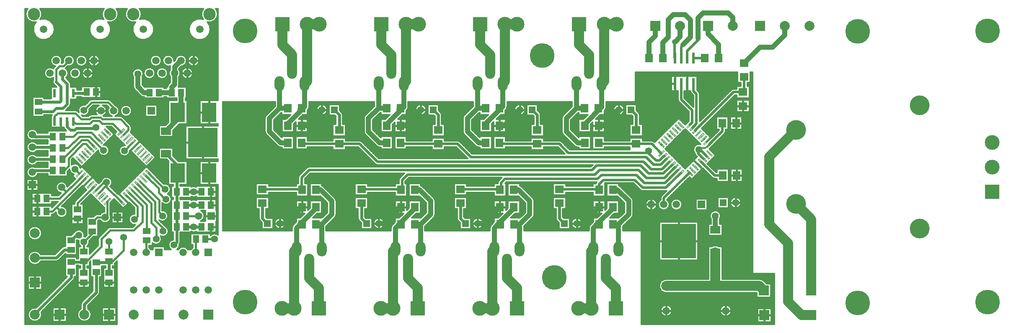
<source format=gtl>
%FSLAX43Y43*%
%MOMM*%
G71*
G01*
G75*
G04 Layer_Physical_Order=1*
%ADD10C,0.300*%
%ADD11C,0.125*%
%ADD12R,1.600X1.800*%
%ADD13R,0.600X2.200*%
%ADD14R,1.800X1.600*%
%ADD15R,2.000X2.000*%
%ADD16R,2.000X1.500*%
%ADD17R,7.000X7.000*%
%ADD18R,1.500X1.300*%
%ADD19R,1.300X1.500*%
%ADD20R,0.600X1.700*%
%ADD21R,0.600X1.700*%
%ADD22R,6.000X6.000*%
%ADD23R,3.000X4.000*%
%ADD24C,0.400*%
%ADD25C,0.500*%
%ADD26C,1.000*%
%ADD27C,2.000*%
%ADD28C,0.600*%
%ADD29C,2.000*%
%ADD30C,5.000*%
%ADD31C,1.400*%
%ADD32R,1.400X1.400*%
%ADD33C,1.500*%
%ADD34R,1.500X1.500*%
%ADD35C,4.000*%
%ADD36C,3.000*%
%ADD37R,3.000X3.000*%
%ADD38C,1.500*%
%ADD39R,1.500X1.500*%
%ADD40C,2.500*%
%ADD41O,2.000X3.000*%
%ADD42C,1.100*%
D10*
X39454Y-1600D02*
G03*
X39062Y-531I-1654J0D01*
G01*
X37360Y-3194D02*
G03*
X39454Y-1600I440J1594D01*
G01*
X36538Y-531D02*
G03*
X36523Y-2651I1262J-1069D01*
G01*
X37954Y-4680D02*
G03*
X37360Y-3194I-2154J0D01*
G01*
X36523Y-2651D02*
G03*
X37954Y-4680I-723J-2029D01*
G01*
X35699Y-11030D02*
G03*
X35699Y-11030I-1154J0D01*
G01*
X33159Y-11030D02*
G03*
X30859Y-10898I-1154J0D01*
G01*
X32137Y-12176D02*
G03*
X33159Y-11030I-132J1146D01*
G01*
X34429Y-13570D02*
G03*
X34429Y-13570I-1154J0D01*
G01*
X31889D02*
G03*
X31639Y-12853I-1154J0D01*
G01*
X30613Y-11143D02*
G03*
X30619Y-11030I-1148J113D01*
G01*
G03*
X29850Y-12118I-1154J0D01*
G01*
G03*
X29831Y-12300I886J-182D01*
G01*
X29850Y-12118D02*
G03*
X29831Y-12300I886J-182D01*
G01*
Y-12853D02*
G03*
X29831Y-14287I904J-717D01*
G01*
X29349Y-13570D02*
G03*
X29349Y-13570I-1154J0D01*
G01*
X31639Y-14287D02*
G03*
X31889Y-13570I-904J717D01*
G01*
X31497Y-16351D02*
G03*
X31639Y-15865I-762J486D01*
G01*
X31497Y-16351D02*
G03*
X31639Y-15865I-762J486D01*
G01*
X29519Y-15802D02*
G03*
X29259Y-16351I639J-639D01*
G01*
X26554Y-4680D02*
G03*
X23677Y-2651I-2154J0D01*
G01*
X28079Y-11030D02*
G03*
X28079Y-11030I-1154J0D01*
G01*
X24054Y-1600D02*
G03*
X23662Y-531I-1654J0D01*
G01*
X23677Y-2651D02*
G03*
X24054Y-1600I-1277J1051D01*
G01*
X26809Y-13570D02*
G03*
X26809Y-13570I-1154J0D01*
G01*
X24204Y-14334D02*
G03*
X24404Y-13700I-904J634D01*
G01*
X22840Y-3194D02*
G03*
X26554Y-4680I1560J-1486D01*
G01*
X21138Y-531D02*
G03*
X22840Y-3194I1262J-1069D01*
G01*
X19354Y-1600D02*
G03*
X18962Y-531I-1654J0D01*
G01*
X16438D02*
G03*
X16423Y-2651I1262J-1069D01*
G01*
X17260Y-3194D02*
G03*
X19354Y-1600I440J1594D01*
G01*
X17854Y-4680D02*
G03*
X17260Y-3194I-2154J0D01*
G01*
X24404Y-13700D02*
G03*
X22396Y-14334I-1104J0D01*
G01*
Y-16300D02*
G03*
X22661Y-16939I904J0D01*
G01*
X22396Y-16300D02*
G03*
X22661Y-16939I904J0D01*
G01*
X23866Y-18144D02*
G03*
X24505Y-18409I639J639D01*
G01*
X23866Y-18144D02*
G03*
X24505Y-18409I639J639D01*
G01*
X22004Y-24500D02*
G03*
X21827Y-24073I-604J0D01*
G01*
X22004Y-24500D02*
G03*
X21826Y-24072I-604J0D01*
G01*
X21835Y-25496D02*
G03*
X22004Y-25077I-435J419D01*
G01*
X21835Y-25496D02*
G03*
X22004Y-25077I-435J419D01*
G01*
X21704Y-29300D02*
G03*
X21698Y-29189I-1104J0D01*
G01*
X17728Y-19074D02*
G03*
X17300Y-18896I-428J-426D01*
G01*
X22082Y-21191D02*
G03*
X22082Y-21191I-1154J0D01*
G01*
X19542D02*
G03*
X18749Y-20094I-1154J0D01*
G01*
X17456Y-20510D02*
G03*
X18056Y-22296I932J-681D01*
G01*
X20228Y-22474D02*
G03*
X19800Y-22296I-428J-426D01*
G01*
X18719D02*
G03*
X19542Y-21191I-331J1105D01*
G01*
X17727Y-19073D02*
G03*
X17300Y-18896I-427J-427D01*
G01*
X17002Y-21191D02*
G03*
X16236Y-20104I-1154J0D01*
G01*
X16322Y-22243D02*
G03*
X17002Y-21191I-474J1052D01*
G01*
X20227Y-22473D02*
G03*
X19800Y-22296I-427J-427D01*
G01*
X17504Y-29200D02*
G03*
X16407Y-28096I-1104J0D01*
G01*
X35104Y-36613D02*
G03*
X34112Y-36605I-504J-982D01*
G01*
Y-38585D02*
G03*
X35104Y-38577I488J990D01*
G01*
X29904Y-37100D02*
G03*
X28546Y-36026I-1104J0D01*
G01*
X29355Y-38055D02*
G03*
X29904Y-37100I-555J955D01*
G01*
X30104Y-39100D02*
G03*
X29355Y-38055I-1104J0D01*
G01*
X35104Y-39318D02*
G03*
X34112Y-39310I-504J-982D01*
G01*
X36746Y-42488D02*
G03*
X36114Y-41459I-1154J0D01*
G01*
X36042Y-43551D02*
G03*
X36746Y-42488I-450J1063D01*
G01*
X39469Y-46322D02*
G03*
X38012Y-46426I-669J-878D01*
G01*
X34096Y-45682D02*
G03*
X35104Y-45682I504J982D01*
G01*
X34396Y-48907D02*
G03*
X34008Y-49300I604J-983D01*
G01*
X28204Y-39865D02*
G03*
X30104Y-39100I796J765D01*
G01*
X29504Y-45600D02*
G03*
X28842Y-44588I-1104J0D01*
G01*
X31698Y-48289D02*
G03*
X31846Y-47858I-557J431D01*
G01*
X31698Y-48289D02*
G03*
X31846Y-47858I-557J431D01*
G01*
X31704Y-48400D02*
G03*
X31698Y-48289I-1104J0D01*
G01*
X31239Y-49300D02*
G03*
X31704Y-48400I-639J900D01*
G01*
X33452Y-49300D02*
G03*
X31468Y-49300I-992J-590D01*
G01*
X30438Y-47308D02*
G03*
X29961Y-49300I162J-1092D01*
G01*
X27924Y-46596D02*
G03*
X29504Y-45600I476J996D01*
G01*
X29404Y-42500D02*
G03*
X28204Y-41400I-1104J0D01*
G01*
X22596Y-42096D02*
G03*
X22752Y-44293I4J-1104D01*
G01*
X27637Y-43383D02*
G03*
X29404Y-42500I663J883D01*
G01*
X20711Y-28202D02*
G03*
X21704Y-29300I-111J-1098D01*
G01*
X15296Y-29207D02*
G03*
X17504Y-29200I1104J7D01*
G01*
X17733Y-36526D02*
G03*
X18104Y-35700I-733J826D01*
G01*
G03*
X15966Y-35314I-1104J0D01*
G01*
X17846Y-42788D02*
G03*
X17731Y-42286I-1154J0D01*
G01*
X15709Y-43392D02*
G03*
X17846Y-42788I983J604D01*
G01*
X16523Y-41647D02*
G03*
X15709Y-42184I169J-1142D01*
G01*
X28104Y-47200D02*
G03*
X27924Y-46596I-1104J0D01*
G01*
X26259Y-48018D02*
G03*
X28104Y-47200I741J818D01*
G01*
X25992Y-49300D02*
G03*
X25604Y-48907I-992J-590D01*
G01*
X17700Y-44796D02*
G03*
X17273Y-44973I0J-604D01*
G01*
X17700Y-44796D02*
G03*
X17272Y-44974I0J-604D01*
G01*
X15474Y-46772D02*
G03*
X15296Y-47200I426J-428D01*
G01*
X15473Y-46773D02*
G03*
X15296Y-47200I427J-427D01*
G01*
X15403Y-58493D02*
G03*
X15609Y-57995I-498J498D01*
G01*
X15402Y-58494D02*
G03*
X15609Y-57995I-497J499D01*
G01*
X16423Y-2651D02*
G03*
X17854Y-4680I-723J-2029D01*
G01*
X15599Y-11030D02*
G03*
X15599Y-11030I-1154J0D01*
G01*
X14329Y-13570D02*
G03*
X14329Y-13570I-1154J0D01*
G01*
X13059Y-11030D02*
G03*
X13059Y-11030I-1154J0D01*
G01*
X10519Y-11030D02*
G03*
X8243Y-11298I-1154J0D01*
G01*
X9097Y-12152D02*
G03*
X10519Y-11030I268J1122D01*
G01*
X11789Y-13570D02*
G03*
X11789Y-13570I-1154J0D01*
G01*
X9249Y-13570D02*
G03*
X8673Y-12571I-1154J0D01*
G01*
X9736Y-15732D02*
G03*
X9529Y-15234I-704J0D01*
G01*
X9736Y-15732D02*
G03*
X9529Y-15233I-704J0D01*
G01*
X8799Y-14484D02*
G03*
X9249Y-13570I-704J914D01*
G01*
X15459Y-20104D02*
G03*
X14972Y-21942I389J-1087D01*
G01*
X14000Y-18896D02*
G03*
X13573Y-19073I0J-604D01*
G01*
X14000Y-18896D02*
G03*
X13572Y-19074I0J-604D01*
G01*
X13504Y-21100D02*
G03*
X13481Y-20874I-1104J0D01*
G01*
X13929Y-21942D02*
G03*
X13502Y-22119I0J-604D01*
G01*
X13929Y-21942D02*
G03*
X13501Y-22120I0J-604D01*
G01*
X11972Y-22118D02*
G03*
X13504Y-21100I428J1018D01*
G01*
X12626Y-20019D02*
G03*
X11382Y-21528I-226J-1081D01*
G01*
X9529Y-20298D02*
G03*
X9736Y-19800I-498J498D01*
G01*
X9529Y-20299D02*
G03*
X9736Y-19800I-497J499D01*
G01*
X11128Y-21274D02*
G03*
X10700Y-21096I-428J-426D01*
G01*
X11127Y-21273D02*
G03*
X10700Y-21096I-427J-427D01*
G01*
X11674Y-32746D02*
G03*
X9904Y-32143I-1074J-254D01*
G01*
X9497Y-33057D02*
G03*
X10346Y-34074I1103J57D01*
G01*
X7881Y-11496D02*
G03*
X7979Y-11030I-1056J466D01*
G01*
X6454Y-4680D02*
G03*
X3577Y-2651I-2154J0D01*
G01*
X7979Y-11030D02*
G03*
X6587Y-12159I-1154J0D01*
G01*
X6374Y-12372D02*
G03*
X6221Y-12628I426J-428D01*
G01*
X6373Y-12373D02*
G03*
X6221Y-12628I427J-427D01*
G01*
X3954Y-1600D02*
G03*
X3562Y-531I-1654J0D01*
G01*
X3577Y-2651D02*
G03*
X3954Y-1600I-1277J1051D01*
G01*
X6196Y-14938D02*
G03*
X6302Y-15798I604J-362D01*
G01*
X6221Y-12628D02*
G03*
X6196Y-14530I-666J-942D01*
G01*
X1038Y-531D02*
G03*
X2740Y-3194I1262J-1069D01*
G01*
G03*
X6454Y-4680I1560J-1486D01*
G01*
X8350Y-24606D02*
G03*
X8534Y-24929I682J174D01*
G01*
X8350Y-24606D02*
G03*
X8535Y-24930I682J174D01*
G01*
X3100Y-25691D02*
G03*
X2459Y-27099I-1100J-349D01*
G01*
X2914Y-27876D02*
G03*
X2914Y-29284I-914J-704D01*
G01*
X2803Y-30291D02*
G03*
X2998Y-31699I-803J-829D01*
G01*
X2435Y-32591D02*
G03*
X3103Y-33999I-435J-1069D01*
G01*
X15058Y-42184D02*
G03*
X14631Y-42361I0J-604D01*
G01*
X15058Y-42184D02*
G03*
X14630Y-42362I0J-604D01*
G01*
X13504Y-47800D02*
G03*
X13481Y-47574I-1104J0D01*
G01*
X13056Y-48688D02*
G03*
X13504Y-47800I-656J888D01*
G01*
X12463Y-46698D02*
G03*
X12504Y-46400I-1063J298D01*
G01*
X12626Y-46719D02*
G03*
X12463Y-46698I-226J-1081D01*
G01*
X10679Y-39469D02*
G03*
X10501Y-39897I426J-428D01*
G01*
X10678Y-39470D02*
G03*
X10501Y-39897I427J-427D01*
G01*
X9047Y-36576D02*
G03*
X7768Y-37854I-1146J-132D01*
G01*
X9054Y-41708D02*
G03*
X7909Y-40554I-1154J0D01*
G01*
X6746Y-41716D02*
G03*
X9054Y-41708I1154J8D01*
G01*
X12504Y-46400D02*
G03*
X10470Y-45805I-1104J0D01*
G01*
X11337Y-47502D02*
G03*
X11743Y-48688I1063J-298D01*
G01*
X10959Y-47412D02*
G03*
X11337Y-47502I441J1012D01*
G01*
X10470Y-45805D02*
G03*
X10349Y-45902I377J-595D01*
G01*
X10470Y-45805D02*
G03*
X10348Y-45903I377J-595D01*
G01*
X12003Y-59901D02*
G03*
X11796Y-60400I497J-499D01*
G01*
X12002Y-59902D02*
G03*
X11796Y-60400I498J-498D01*
G01*
X13904Y-62500D02*
G03*
X13204Y-61285I-1404J0D01*
G01*
X10303Y-55493D02*
G03*
X10509Y-54995I-498J498D01*
G01*
X10302Y-55494D02*
G03*
X10509Y-54995I-497J499D01*
G01*
X11796Y-61285D02*
G03*
X13904Y-62500I704J-1215D01*
G01*
X8458Y-48638D02*
G03*
X7961Y-48844I0J-704D01*
G01*
X8458Y-48638D02*
G03*
X7960Y-48845I0J-704D01*
G01*
X6003Y-42209D02*
G03*
X6431Y-42031I0J604D01*
G01*
X6003Y-42209D02*
G03*
X6430Y-42032I0J604D01*
G01*
X3905Y-46001D02*
G03*
X3905Y-46001I-1404J0D01*
G01*
X3716Y-50297D02*
G03*
X3716Y-51705I-1215J-704D01*
G01*
X6799D02*
G03*
X7297Y-51498I0J704D01*
G01*
X6799Y-51705D02*
G03*
X7296Y-51499I0J704D01*
G01*
X3904Y-62500D02*
G03*
X3807Y-61988I-1404J0D01*
G01*
X2695Y-61110D02*
G03*
X3904Y-62500I-195J-1390D01*
G01*
X143701Y-16758D02*
G03*
X143238Y-16950I0J-654D01*
G01*
X143701Y-16758D02*
G03*
X143238Y-16950I0J-654D01*
G01*
X136854Y-17800D02*
G03*
X136662Y-17338I-654J0D01*
G01*
X136854Y-17800D02*
G03*
X136662Y-17338I-654J0D01*
G01*
X134943Y-17204D02*
G03*
X135134Y-17659I654J7D01*
G01*
X134943Y-17204D02*
G03*
X135134Y-17659I654J7D01*
G01*
X132443Y-18897D02*
G03*
X132634Y-19359I654J0D01*
G01*
X132443Y-18897D02*
G03*
X132634Y-19359I654J0D01*
G01*
X141875Y-25820D02*
G03*
X142066Y-25358I-462J462D01*
G01*
X141875Y-25820D02*
G03*
X142066Y-25358I-462J462D01*
G01*
X137022Y-27988D02*
G03*
X135846Y-29772I-356J-1045D01*
G01*
Y-29794D02*
G03*
X136038Y-30257I654J0D01*
G01*
X135846Y-29794D02*
G03*
X136038Y-30257I654J0D01*
G01*
X124711Y-22010D02*
G03*
X124504Y-21512I-704J0D01*
G01*
X124711Y-22010D02*
G03*
X124504Y-21511I-704J0D01*
G01*
X121593Y-20992D02*
G03*
X121593Y-20992I-1104J0D01*
G01*
X117677Y-21101D02*
G03*
X117942Y-20462I-639J639D01*
G01*
X117677Y-21101D02*
G03*
X117942Y-20462I-639J639D01*
G01*
X104711Y-22010D02*
G03*
X104504Y-21512I-704J0D01*
G01*
X104711Y-22010D02*
G03*
X104504Y-21511I-704J0D01*
G01*
X109261Y-22077D02*
G03*
X108996Y-22716I639J-639D01*
G01*
X109261Y-22077D02*
G03*
X108996Y-22716I639J-639D01*
G01*
X109261Y-22077D02*
G03*
X108996Y-22716I639J-639D01*
G01*
X109261Y-22077D02*
G03*
X108996Y-22716I639J-639D01*
G01*
X127621Y-27450D02*
G03*
X127158Y-27258I-462J-462D01*
G01*
X127621Y-27450D02*
G03*
X127158Y-27258I-462J-462D01*
G01*
X111554Y-28333D02*
G03*
X112193Y-28597I639J639D01*
G01*
X111554Y-28333D02*
G03*
X112193Y-28597I639J639D01*
G01*
X111554Y-28333D02*
G03*
X112193Y-28597I639J639D01*
G01*
X111554Y-28333D02*
G03*
X112193Y-28597I639J639D01*
G01*
X108996Y-25400D02*
G03*
X109261Y-26039I904J0D01*
G01*
X108996Y-25400D02*
G03*
X109261Y-26039I904J0D01*
G01*
X108996Y-25400D02*
G03*
X109261Y-26039I904J0D01*
G01*
X108996Y-25400D02*
G03*
X109261Y-26039I904J0D01*
G01*
X108975Y-27450D02*
G03*
X108512Y-27258I-462J-462D01*
G01*
X108975Y-27450D02*
G03*
X108512Y-27258I-462J-462D01*
G01*
X145215Y-39808D02*
G03*
X145215Y-39808I-1104J0D01*
G01*
X139405Y-34756D02*
G03*
X139868Y-34947I462J462D01*
G01*
X139405Y-34756D02*
G03*
X139868Y-34947I462J462D01*
G01*
X140913Y-43121D02*
G03*
X141104Y-42500I-913J621D01*
G01*
G03*
X139105Y-43146I-1104J0D01*
G01*
X140809Y-48729D02*
G03*
X139209Y-48729I-800J-1154D01*
G01*
X133282Y-40191D02*
G03*
X133282Y-40191I-1154J0D01*
G01*
X149894Y-55706D02*
G03*
X148901Y-55295I-993J-993D01*
G01*
X149894Y-55706D02*
G03*
X148901Y-55295I-993J-993D01*
G01*
X143247Y-61699D02*
G03*
X143247Y-61699I-1154J0D01*
G01*
X129970Y-37454D02*
G03*
X130145Y-37430I0J654D01*
G01*
X129970Y-37454D02*
G03*
X130145Y-37430I0J654D01*
G01*
X124838Y-37262D02*
G03*
X125300Y-37454I462J462D01*
G01*
X124838Y-37262D02*
G03*
X125300Y-37454I462J462D01*
G01*
X129125Y-38450D02*
G03*
X128934Y-38912I462J-462D01*
G01*
X129125Y-38450D02*
G03*
X128934Y-38912I462J-462D01*
G01*
X116021Y-35654D02*
G03*
X115868Y-35903I466J-458D01*
G01*
X116021Y-35654D02*
G03*
X115868Y-35903I466J-458D01*
G01*
X120846Y-36567D02*
G03*
X120492Y-36349I-639J-639D01*
G01*
X120846Y-36567D02*
G03*
X120492Y-36349I-639J-639D01*
G01*
X130742Y-40191D02*
G03*
X130242Y-39240I-1154J0D01*
G01*
X128934D02*
G03*
X130742Y-40191I654J-951D01*
G01*
X123404Y-39500D02*
G03*
X123139Y-38861I-904J0D01*
G01*
X123404Y-39500D02*
G03*
X123139Y-38861I-904J0D01*
G01*
X128202Y-40191D02*
G03*
X128202Y-40191I-1154J0D01*
G01*
X103404Y-39500D02*
G03*
X103139Y-38861I-904J0D01*
G01*
X103404Y-39500D02*
G03*
X103139Y-38861I-904J0D01*
G01*
X123139Y-42823D02*
G03*
X123404Y-42184I-639J639D01*
G01*
X123139Y-42823D02*
G03*
X123404Y-42184I-639J639D01*
G01*
X130093Y-55295D02*
G03*
X129293Y-55545I0J-1404D01*
G01*
Y-57853D02*
G03*
X130093Y-58103I800J1154D01*
G01*
X131247Y-61699D02*
G03*
X131247Y-61699I-1154J0D01*
G01*
X128939Y-55899D02*
G03*
X128939Y-57498I1154J-800D01*
G01*
X103139Y-42823D02*
G03*
X103404Y-42184I-639J639D01*
G01*
X103139Y-42823D02*
G03*
X103404Y-42184I-639J639D01*
G01*
X114723Y-44299D02*
G03*
X114458Y-44938I639J-639D01*
G01*
X114723Y-44299D02*
G03*
X114458Y-44938I639J-639D01*
G01*
X113115Y-44008D02*
G03*
X113115Y-44008I-1104J0D01*
G01*
X107789Y-42990D02*
G03*
X107996Y-43488I704J0D01*
G01*
X107789Y-42990D02*
G03*
X107996Y-43489I704J0D01*
G01*
X101593Y-20992D02*
G03*
X101593Y-20992I-1104J0D01*
G01*
X97677Y-21001D02*
G03*
X97942Y-20362I-639J639D01*
G01*
X97677Y-21001D02*
G03*
X97942Y-20362I-639J639D01*
G01*
X84711Y-22010D02*
G03*
X84504Y-21512I-704J0D01*
G01*
X84711Y-22010D02*
G03*
X84504Y-21511I-704J0D01*
G01*
X89261Y-22077D02*
G03*
X88996Y-22716I639J-639D01*
G01*
X89261Y-22077D02*
G03*
X88996Y-22716I639J-639D01*
G01*
X81593Y-20992D02*
G03*
X81593Y-20992I-1104J0D01*
G01*
X88996Y-25400D02*
G03*
X89261Y-26039I904J0D01*
G01*
X88996Y-25400D02*
G03*
X89261Y-26039I904J0D01*
G01*
X91554Y-28333D02*
G03*
X92193Y-28597I639J639D01*
G01*
X91554Y-28333D02*
G03*
X92193Y-28597I639J639D01*
G01*
X88375Y-27450D02*
G03*
X87912Y-27258I-462J-462D01*
G01*
X88375Y-27450D02*
G03*
X87912Y-27258I-462J-462D01*
G01*
X77677Y-21101D02*
G03*
X77942Y-20462I-639J639D01*
G01*
X77677Y-21101D02*
G03*
X77942Y-20462I-639J639D01*
G01*
X64711Y-22010D02*
G03*
X64504Y-21512I-704J0D01*
G01*
X64711Y-22010D02*
G03*
X64504Y-21511I-704J0D01*
G01*
X69261Y-22077D02*
G03*
X68996Y-22716I639J-639D01*
G01*
X69261Y-22077D02*
G03*
X68996Y-22716I639J-639D01*
G01*
X61593Y-20992D02*
G03*
X61593Y-20992I-1104J0D01*
G01*
X57677Y-21001D02*
G03*
X57942Y-20362I-639J639D01*
G01*
X57676Y-21002D02*
G03*
X57942Y-20362I-638J640D01*
G01*
X49261Y-22077D02*
G03*
X48996Y-22716I639J-639D01*
G01*
X49261Y-22077D02*
G03*
X48996Y-22716I639J-639D01*
G01*
X68996Y-25400D02*
G03*
X69261Y-26039I904J0D01*
G01*
X68996Y-25400D02*
G03*
X69261Y-26039I904J0D01*
G01*
X71554Y-28333D02*
G03*
X72193Y-28597I639J639D01*
G01*
X71554Y-28333D02*
G03*
X72193Y-28597I639J639D01*
G01*
X71238Y-31962D02*
G03*
X71700Y-32154I462J462D01*
G01*
X71238Y-31962D02*
G03*
X71700Y-32154I462J462D01*
G01*
X48996Y-25400D02*
G03*
X49261Y-26039I904J0D01*
G01*
X48996Y-25400D02*
G03*
X49261Y-26039I904J0D01*
G01*
X68575Y-27450D02*
G03*
X68112Y-27258I-462J-462D01*
G01*
X68575Y-27450D02*
G03*
X68112Y-27258I-462J-462D01*
G01*
X51554Y-28333D02*
G03*
X52193Y-28597I639J639D01*
G01*
X51554Y-28333D02*
G03*
X52193Y-28597I639J639D01*
G01*
X96238Y-35338D02*
G03*
X96046Y-35800I462J-462D01*
G01*
X96238Y-35338D02*
G03*
X96046Y-35800I462J-462D01*
G01*
X100846Y-36567D02*
G03*
X100492Y-36349I-639J-639D01*
G01*
X100846Y-36567D02*
G03*
X100492Y-36349I-639J-639D01*
G01*
X80846Y-36567D02*
G03*
X80492Y-36349I-639J-639D01*
G01*
X80846Y-36567D02*
G03*
X80492Y-36349I-639J-639D01*
G01*
X76238Y-34738D02*
G03*
X76046Y-35200I462J-462D01*
G01*
X76238Y-34738D02*
G03*
X76046Y-35200I462J-462D01*
G01*
X93115Y-44008D02*
G03*
X93115Y-44008I-1104J0D01*
G01*
X94723Y-44299D02*
G03*
X94458Y-44938I639J-639D01*
G01*
X94723Y-44299D02*
G03*
X94458Y-44938I639J-639D01*
G01*
X87789Y-42990D02*
G03*
X87996Y-43488I704J0D01*
G01*
X87789Y-42990D02*
G03*
X87996Y-43489I704J0D01*
G01*
X83404Y-39500D02*
G03*
X83139Y-38861I-904J0D01*
G01*
X83404Y-39500D02*
G03*
X83139Y-38861I-904J0D01*
G01*
Y-42823D02*
G03*
X83404Y-42184I-639J639D01*
G01*
X83139Y-42823D02*
G03*
X83404Y-42184I-639J639D01*
G01*
X73115Y-44008D02*
G03*
X73115Y-44008I-1104J0D01*
G01*
X74723Y-44299D02*
G03*
X74458Y-44938I639J-639D01*
G01*
X74723Y-44299D02*
G03*
X74458Y-44938I639J-639D01*
G01*
X60846Y-36567D02*
G03*
X60492Y-36349I-639J-639D01*
G01*
X60846Y-36567D02*
G03*
X60492Y-36349I-639J-639D01*
G01*
X57900Y-32546D02*
G03*
X57438Y-32738I0J-654D01*
G01*
X57900Y-32546D02*
G03*
X57438Y-32738I0J-654D01*
G01*
X55938Y-34238D02*
G03*
X55746Y-34700I462J-462D01*
G01*
X55938Y-34238D02*
G03*
X55746Y-34700I462J-462D01*
G01*
X63404Y-39500D02*
G03*
X63139Y-38861I-904J0D01*
G01*
X63404Y-39500D02*
G03*
X63139Y-38861I-904J0D01*
G01*
Y-42823D02*
G03*
X63404Y-42184I-639J639D01*
G01*
X63139Y-42823D02*
G03*
X63404Y-42184I-639J639D01*
G01*
X67789Y-42990D02*
G03*
X67996Y-43488I704J0D01*
G01*
X67789Y-42990D02*
G03*
X67996Y-43489I704J0D01*
G01*
X54723Y-44299D02*
G03*
X54458Y-44938I639J-639D01*
G01*
X54723Y-44299D02*
G03*
X54458Y-44938I639J-639D01*
G01*
X53115Y-44008D02*
G03*
X53115Y-44008I-1104J0D01*
G01*
X47789Y-42990D02*
G03*
X47996Y-43488I704J0D01*
G01*
X47789Y-42990D02*
G03*
X47996Y-43489I704J0D01*
G01*
X39123Y-607D02*
X39469D01*
X39062Y-531D02*
X39469D01*
X39251Y-807D02*
X39469D01*
X39192Y-707D02*
X39469D01*
X39302Y-907D02*
X39469D01*
X39344Y-1007D02*
X39469D01*
X39339Y-2207D02*
X39469D01*
X39295Y-2307D02*
X39469D01*
X39244Y-2407D02*
X39469D01*
X39183Y-2507D02*
X39469D01*
X39112Y-2607D02*
X39469D01*
X39029Y-2707D02*
X39469D01*
X38931Y-2807D02*
X39469D01*
X38814Y-2907D02*
X39469D01*
X38670Y-3007D02*
X39469D01*
X38482Y-3107D02*
X39469D01*
X38193Y-3207D02*
X39469D01*
X37459Y-3307D02*
X39469D01*
X37537Y-3407D02*
X39469D01*
X37668Y-3607D02*
X39469D01*
X37606Y-3507D02*
X39469D01*
X37769Y-3807D02*
X39469D01*
X37722Y-3707D02*
X39469D01*
X37846Y-4007D02*
X39469D01*
X37810Y-3907D02*
X39469D01*
X37876Y-4107D02*
X39469D01*
X37921Y-4307D02*
X39469D01*
X37901Y-4207D02*
X39469D01*
X37937Y-4407D02*
X39469D01*
X37947Y-4507D02*
X39469D01*
X37953Y-4607D02*
X39469D01*
X37954Y-4707D02*
X39469D01*
X37950Y-4807D02*
X39469D01*
X37942Y-4907D02*
X39469D01*
X37929Y-5007D02*
X39469D01*
X37911Y-5107D02*
X39469D01*
X37889Y-5207D02*
X39469D01*
X37861Y-5307D02*
X39469D01*
X37828Y-5407D02*
X39469D01*
X37789Y-5507D02*
X39469D01*
X37744Y-5607D02*
X39469D01*
X37694Y-5707D02*
X39469D01*
X37636Y-5807D02*
X39469D01*
X37571Y-5907D02*
X39469D01*
X37497Y-6007D02*
X39469D01*
X37414Y-6107D02*
X39469D01*
X37320Y-6207D02*
X39469D01*
X37212Y-6307D02*
X39469D01*
X37088Y-6407D02*
X39469D01*
X36941Y-6507D02*
X39469D01*
X36763Y-6607D02*
X39469D01*
X36530Y-6707D02*
X39469D01*
X36142Y-6807D02*
X39469D01*
X39406Y-1205D02*
Y-531D01*
X39306Y-916D02*
Y-531D01*
X39206Y-729D02*
Y-531D01*
X36406Y-710D02*
Y-531D01*
X36306Y-890D02*
Y-531D01*
X36206Y-1158D02*
Y-531D01*
X36106Y-2548D02*
Y-531D01*
X36006Y-2536D02*
Y-531D01*
X35906Y-2529D02*
Y-531D01*
X35806Y-2526D02*
Y-531D01*
X35706Y-2528D02*
Y-531D01*
X35606Y-2535D02*
Y-531D01*
X35506Y-2546D02*
Y-531D01*
X35406Y-2562D02*
Y-531D01*
X35306Y-2583D02*
Y-531D01*
X35206Y-2609D02*
Y-531D01*
X35106Y-2641D02*
Y-531D01*
X35006Y-2678D02*
Y-531D01*
X34906Y-2720D02*
Y-531D01*
X34806Y-2769D02*
Y-531D01*
X34706Y-2824D02*
Y-531D01*
X34606Y-2887D02*
Y-531D01*
X34506Y-2958D02*
Y-531D01*
X34406Y-3038D02*
Y-531D01*
X34306Y-3128D02*
Y-531D01*
X34206Y-3231D02*
Y-531D01*
X34106Y-3349D02*
Y-531D01*
X37706Y-3677D02*
Y-3251D01*
X36384Y-2607D02*
X36488D01*
X37606Y-3506D02*
Y-3243D01*
X37506Y-3365D02*
Y-3228D01*
X36306Y-2586D02*
Y-2310D01*
X36206Y-2565D02*
Y-2042D01*
X36406Y-2613D02*
Y-2490D01*
X37906Y-4228D02*
Y-3251D01*
X37806Y-3896D02*
Y-3254D01*
X35106Y-10022D02*
Y-6719D01*
X35006Y-9972D02*
Y-6682D01*
X34806Y-9906D02*
Y-6591D01*
X34906Y-9934D02*
Y-6640D01*
X34006Y-3488D02*
Y-531D01*
X34706Y-9887D02*
Y-6536D01*
X34606Y-9878D02*
Y-6473D01*
X33906Y-3654D02*
Y-531D01*
X33806Y-3865D02*
Y-531D01*
X33706Y-4174D02*
Y-531D01*
X34506Y-9877D02*
Y-6402D01*
X34406Y-9884D02*
Y-6322D01*
X34809Y-9907D02*
X39469D01*
X34206Y-9927D02*
Y-6129D01*
X34106Y-9963D02*
Y-6011D01*
X34306Y-9901D02*
Y-6232D01*
X39469Y-19090D02*
Y-531D01*
Y-19090D02*
Y-531D01*
X39406Y-19090D02*
Y-1995D01*
X39306Y-19090D02*
Y-2284D01*
X39206Y-19090D02*
Y-2471D01*
X39106Y-19090D02*
Y-2615D01*
X39006Y-19090D02*
Y-2732D01*
X38906Y-19090D02*
Y-2830D01*
X38806Y-19090D02*
Y-2913D01*
X38706Y-19090D02*
Y-2984D01*
X38606Y-19090D02*
Y-3044D01*
X38506Y-19090D02*
Y-3096D01*
X38406Y-19090D02*
Y-3139D01*
X38306Y-19090D02*
Y-3175D01*
X38206Y-19090D02*
Y-3203D01*
X35078Y-10007D02*
X39469D01*
X35354Y-10207D02*
X39469D01*
X35237Y-10107D02*
X39469D01*
X38106Y-19090D02*
Y-3225D01*
X38006Y-19090D02*
Y-3241D01*
X37906Y-19090D02*
Y-5132D01*
X37806Y-19090D02*
Y-5464D01*
X37706Y-19090D02*
Y-5683D01*
X37606Y-19090D02*
Y-5854D01*
X37506Y-19090D02*
Y-5995D01*
X37406Y-19090D02*
Y-6115D01*
X37306Y-19090D02*
Y-6220D01*
X37206Y-19090D02*
Y-6312D01*
X35516Y-10407D02*
X39469D01*
X35444Y-10307D02*
X39469D01*
X35619Y-10607D02*
X39469D01*
X35574Y-10507D02*
X39469D01*
X35677Y-10807D02*
X39469D01*
X35653Y-10707D02*
X39469D01*
X35692Y-10907D02*
X39469D01*
X35699Y-11007D02*
X39469D01*
X35696Y-11107D02*
X39469D01*
X35685Y-11207D02*
X39469D01*
X35665Y-11307D02*
X39469D01*
X35636Y-11407D02*
X39469D01*
X35596Y-11507D02*
X39469D01*
X35545Y-11607D02*
X39469D01*
X35480Y-11707D02*
X39469D01*
X35399Y-11807D02*
X39469D01*
X35295Y-11907D02*
X39469D01*
X35160Y-12007D02*
X39469D01*
X34960Y-12107D02*
X39469D01*
X33723Y-12507D02*
X39469D01*
X33910Y-12607D02*
X39469D01*
X34140Y-12807D02*
X39469D01*
X34041Y-12707D02*
X39469D01*
X34219Y-12907D02*
X39469D01*
X34282Y-13007D02*
X39469D01*
X34332Y-13107D02*
X39469D01*
X34370Y-13207D02*
X39469D01*
X37106Y-19090D02*
Y-6393D01*
X37006Y-19090D02*
Y-6465D01*
X36906Y-19090D02*
Y-6528D01*
X36806Y-19090D02*
Y-6585D01*
X36706Y-19090D02*
Y-6634D01*
X36606Y-19090D02*
Y-6677D01*
X36506Y-19090D02*
Y-6715D01*
X36406Y-19090D02*
Y-6747D01*
X36306Y-19090D02*
Y-6774D01*
X36206Y-19090D02*
Y-6795D01*
X36106Y-19090D02*
Y-6812D01*
X36006Y-19090D02*
Y-6824D01*
X35906Y-19090D02*
Y-6831D01*
X35806Y-24198D02*
Y-6834D01*
X35306Y-10163D02*
Y-6777D01*
X34006Y-10010D02*
Y-5872D01*
X35406Y-10262D02*
Y-6798D01*
X35206Y-10084D02*
Y-6751D01*
X33806Y-10144D02*
Y-5495D01*
X33706Y-10238D02*
Y-5186D01*
X33906Y-10069D02*
Y-5706D01*
X35706Y-24198D02*
Y-6832D01*
X35606Y-10576D02*
Y-6825D01*
X35506Y-10391D02*
Y-6814D01*
X33606Y-10359D02*
Y-531D01*
X33506Y-10527D02*
Y-531D01*
X33406Y-10844D02*
Y-531D01*
X35606Y-24198D02*
Y-11484D01*
X35506Y-24198D02*
Y-11669D01*
X35406Y-24198D02*
Y-11798D01*
X35306Y-24198D02*
Y-11897D01*
X35206Y-24198D02*
Y-11976D01*
X35106Y-24198D02*
Y-12038D01*
X35006Y-24198D02*
Y-12088D01*
X34906Y-24198D02*
Y-12126D01*
X34806Y-24198D02*
Y-12154D01*
X34706Y-24198D02*
Y-12173D01*
X34606Y-24198D02*
Y-12182D01*
X34506Y-24198D02*
Y-12183D01*
X33806Y-12545D02*
Y-11916D01*
X33606Y-12465D02*
Y-11701D01*
X33506Y-12439D02*
Y-11533D01*
X33706Y-12500D02*
Y-11823D01*
X34406Y-13342D02*
Y-12176D01*
X34306Y-13052D02*
Y-12159D01*
X34206Y-12888D02*
Y-12133D01*
X34106Y-12769D02*
Y-12097D01*
X33906Y-12604D02*
Y-11991D01*
X34006Y-12677D02*
Y-12050D01*
X24028Y-1307D02*
X36172D01*
X24043Y-1407D02*
X36157D01*
X24051Y-1507D02*
X36149D01*
X24054Y-1607D02*
X36146D01*
X24051Y-1707D02*
X36149D01*
X24041Y-1807D02*
X36159D01*
X24025Y-1907D02*
X36175D01*
X25264Y-2707D02*
X34936D01*
X24984Y-2607D02*
X35216D01*
X25623Y-2907D02*
X34577D01*
X25463Y-2807D02*
X34737D01*
X25871Y-3107D02*
X34329D01*
X25756Y-3007D02*
X34444D01*
X25971Y-3207D02*
X34229D01*
X23723Y-607D02*
X36477D01*
X23662Y-531D02*
X36538D01*
X23851Y-807D02*
X36349D01*
X23792Y-707D02*
X36408D01*
X23944Y-1007D02*
X36256D01*
X23902Y-907D02*
X36298D01*
X23979Y-1107D02*
X36221D01*
X23974Y-2107D02*
X36226D01*
X23895Y-2307D02*
X36305D01*
X23844Y-2407D02*
X36356D01*
X23783Y-2507D02*
X36417D01*
X24007Y-1207D02*
X36193D01*
X24003Y-2007D02*
X36197D01*
X23939Y-2207D02*
X36261D01*
X26268Y-3607D02*
X33932D01*
X26206Y-3507D02*
X33994D01*
X26369Y-3807D02*
X33831D01*
X26322Y-3707D02*
X33878D01*
X26446Y-4007D02*
X33754D01*
X26410Y-3907D02*
X33790D01*
X26476Y-4107D02*
X33724D01*
X26389Y-5507D02*
X33811D01*
X26294Y-5707D02*
X33906D01*
X32538Y-10007D02*
X34012D01*
X32269Y-9907D02*
X34281D01*
X26489Y-5207D02*
X33711D01*
X26344Y-5607D02*
X33856D01*
X32697Y-10107D02*
X33853D01*
X26137Y-3407D02*
X34063D01*
X26059Y-3307D02*
X34141D01*
X26014Y-6107D02*
X34186D01*
X25920Y-6207D02*
X34280D01*
X26236Y-5807D02*
X33964D01*
X26171Y-5907D02*
X34029D01*
X26097Y-6007D02*
X34103D01*
X25363Y-6607D02*
X34837D01*
X25130Y-6707D02*
X35070D01*
X24742Y-6807D02*
X35458D01*
X25812Y-6307D02*
X34388D01*
X25688Y-6407D02*
X34512D01*
X25541Y-6507D02*
X34659D01*
X32406Y-9948D02*
Y-531D01*
X32306Y-9916D02*
Y-531D01*
X32206Y-9894D02*
Y-531D01*
X32106Y-9880D02*
Y-531D01*
X32006Y-9876D02*
Y-531D01*
X31906Y-9880D02*
Y-531D01*
X31806Y-9893D02*
Y-531D01*
X32806Y-10199D02*
Y-531D01*
X32706Y-10113D02*
Y-531D01*
X32606Y-10045D02*
Y-531D01*
X32506Y-9991D02*
Y-531D01*
X31706Y-9915D02*
Y-531D01*
X31606Y-9947D02*
Y-531D01*
X31506Y-9989D02*
Y-531D01*
X29906Y-9964D02*
Y-531D01*
X29806Y-9928D02*
Y-531D01*
X29706Y-9901D02*
Y-531D01*
X29606Y-9885D02*
Y-531D01*
X29506Y-9877D02*
Y-531D01*
X29406Y-9877D02*
Y-531D01*
X29306Y-9887D02*
Y-531D01*
X31406Y-10044D02*
Y-531D01*
X31306Y-10112D02*
Y-531D01*
X31206Y-10197D02*
Y-531D01*
X30206Y-10145D02*
Y-531D01*
X30106Y-10071D02*
Y-531D01*
X30006Y-10011D02*
Y-531D01*
X29206Y-9905D02*
Y-531D01*
X29106Y-9933D02*
Y-531D01*
X29998Y-10007D02*
X31472D01*
X29729Y-9907D02*
X31741D01*
X29006Y-9971D02*
Y-531D01*
X28906Y-10020D02*
Y-531D01*
X27458Y-10007D02*
X28932D01*
X30157Y-10107D02*
X31313D01*
X28806Y-10083D02*
Y-531D01*
X32814Y-10207D02*
X33736D01*
X30274D02*
X31196D01*
X28706Y-10161D02*
Y-531D01*
X27617Y-10107D02*
X28773D01*
X27734Y-10207D02*
X28656D01*
X26521Y-4307D02*
X33679D01*
X26501Y-4207D02*
X33699D01*
X26537Y-4407D02*
X33663D01*
X26547Y-4507D02*
X33653D01*
X26553Y-4607D02*
X33647D01*
X26554Y-4707D02*
X33646D01*
X26550Y-4807D02*
X33650D01*
X26542Y-4907D02*
X33658D01*
X26461Y-5307D02*
X33739D01*
X26428Y-5407D02*
X33772D01*
X26529Y-5007D02*
X33671D01*
X26511Y-5107D02*
X33689D01*
X27189Y-9907D02*
X29201D01*
X33113Y-10707D02*
X33437D01*
X33137Y-10807D02*
X33413D01*
X33152Y-10907D02*
X33398D01*
X33159Y-11007D02*
X33391D01*
X33106Y-10685D02*
Y-531D01*
X33006Y-10456D02*
Y-531D01*
X33156Y-11107D02*
X33394D01*
X33406Y-12423D02*
Y-11216D01*
X33145Y-11207D02*
X33405D01*
X33125Y-11307D02*
X33425D01*
X33096Y-11407D02*
X33454D01*
X33306Y-12416D02*
Y-531D01*
X33206Y-12418D02*
Y-531D01*
X33106Y-12428D02*
Y-11375D01*
X32976Y-10407D02*
X33574D01*
X32904Y-10307D02*
X33646D01*
X33034Y-10507D02*
X33516D01*
X33079Y-10607D02*
X33471D01*
X32906Y-10309D02*
Y-531D01*
X33056Y-11507D02*
X33494D01*
X33005Y-11607D02*
X33545D01*
X32940Y-11707D02*
X33610D01*
X32859Y-11807D02*
X33691D01*
X32755Y-11907D02*
X33795D01*
X33006Y-12448D02*
Y-11604D01*
X32906Y-12477D02*
Y-11751D01*
X32620Y-12007D02*
X33930D01*
X32420Y-12107D02*
X34130D01*
X32107Y-12207D02*
X39469D01*
X32007Y-12307D02*
X39469D01*
X32806Y-12516D02*
Y-11861D01*
X32706Y-12566D02*
Y-11947D01*
X32606Y-12630D02*
Y-12015D01*
X32506Y-12709D02*
Y-12069D01*
X32406Y-12811D02*
Y-12112D01*
X32306Y-12943D02*
Y-12144D01*
X32206Y-13135D02*
Y-12166D01*
X32106Y-16351D02*
Y-12207D01*
X31907Y-12407D02*
X39469D01*
X31807Y-12507D02*
X32827D01*
X31707Y-12607D02*
X32640D01*
X31639Y-12707D02*
X32509D01*
X31639Y-12674D02*
X32137Y-12176D01*
X31639Y-12807D02*
X32410D01*
X31679Y-12907D02*
X32331D01*
X31792Y-13107D02*
X32218D01*
X31742Y-13007D02*
X32268D01*
X31830Y-13207D02*
X32180D01*
X32006Y-16351D02*
Y-12307D01*
X31906Y-16351D02*
Y-12407D01*
X31106Y-10306D02*
Y-531D01*
X31006Y-10452D02*
Y-531D01*
X30906Y-10677D02*
Y-531D01*
X30539Y-10607D02*
X30931D01*
X30606Y-10858D02*
Y-531D01*
X30506Y-10532D02*
Y-531D01*
X30573Y-10707D02*
X30897D01*
X30806Y-10950D02*
Y-531D01*
X30597Y-10807D02*
X30873D01*
X30612Y-10907D02*
X30850D01*
X30613Y-11143D02*
X30859Y-10898D01*
X30706Y-11050D02*
Y-531D01*
X30619Y-11007D02*
X30750D01*
X30406Y-10362D02*
Y-531D01*
X30364Y-10307D02*
X31106D01*
X30436Y-10407D02*
X31034D01*
X30494Y-10507D02*
X30976D01*
X30306Y-10240D02*
Y-531D01*
X28606Y-10259D02*
Y-531D01*
X27824Y-10307D02*
X28566D01*
X27675Y-11907D02*
X28715D01*
X27540Y-12007D02*
X28850D01*
X28606Y-12492D02*
Y-11801D01*
X27779Y-11807D02*
X28611D01*
X28706Y-12535D02*
Y-11899D01*
X31706Y-12947D02*
Y-12607D01*
X31639Y-12853D02*
Y-12674D01*
X29806Y-12885D02*
Y-12132D01*
X29706Y-13047D02*
Y-12159D01*
X29831Y-12853D02*
Y-12300D01*
X29606Y-13330D02*
Y-12175D01*
X29506Y-15816D02*
Y-12183D01*
X31806Y-13141D02*
Y-12507D01*
X29406Y-15940D02*
Y-12182D01*
X29306Y-13259D02*
Y-12173D01*
X29206Y-13014D02*
Y-12155D01*
X28643Y-12507D02*
X29831D01*
X27340Y-12107D02*
X29050D01*
X28961Y-12707D02*
X29831D01*
X28830Y-12607D02*
X29831D01*
X29006Y-12749D02*
Y-12089D01*
X28806Y-12591D02*
Y-11977D01*
X28906Y-12661D02*
Y-12040D01*
X29139Y-12907D02*
X29791D01*
X29060Y-12807D02*
X29831D01*
X29202Y-13007D02*
X29728D01*
X29106Y-12862D02*
Y-12127D01*
X29252Y-13107D02*
X29678D01*
X34399Y-13307D02*
X39469D01*
X34417Y-13407D02*
X39469D01*
X34427Y-13507D02*
X39469D01*
X34428Y-13607D02*
X39469D01*
X34421Y-13707D02*
X39469D01*
X34404Y-13807D02*
X39469D01*
X34379Y-13907D02*
X39469D01*
X34343Y-14007D02*
X39469D01*
X34297Y-14107D02*
X39469D01*
X34237Y-14207D02*
X39469D01*
X34163Y-14307D02*
X39469D01*
X34070Y-14407D02*
X39469D01*
X33949Y-14507D02*
X39469D01*
X33782Y-14607D02*
X39469D01*
X33474Y-14707D02*
X39469D01*
X31639Y-14807D02*
X39469D01*
X31639Y-14907D02*
X39469D01*
X31639Y-15007D02*
X39469D01*
X31639Y-15107D02*
X39469D01*
X31639Y-15207D02*
X39469D01*
X31639Y-15307D02*
X39469D01*
X31639Y-15407D02*
X39469D01*
X31639Y-15507D02*
X39469D01*
X31639Y-15607D02*
X39469D01*
X31639Y-15707D02*
X39469D01*
X31639Y-15807D02*
X39469D01*
X31638Y-15907D02*
X39469D01*
X31628Y-16007D02*
X39469D01*
X33112Y-16407D02*
X39469D01*
X33112Y-16507D02*
X39469D01*
X33112Y-16607D02*
X39469D01*
X33112Y-16707D02*
X39469D01*
X33112Y-16807D02*
X39469D01*
X33112Y-16907D02*
X39469D01*
X33112Y-17007D02*
X39469D01*
X33112Y-17107D02*
X39469D01*
X33112Y-17207D02*
X39469D01*
X33112Y-17307D02*
X39469D01*
X33112Y-17407D02*
X39469D01*
X33112Y-17507D02*
X39469D01*
X33112Y-17607D02*
X39469D01*
X33112Y-17707D02*
X39469D01*
X31606Y-16107D02*
X39469D01*
X31572Y-16207D02*
X39469D01*
X33112Y-17807D02*
X39469D01*
X31524Y-16307D02*
X39469D01*
X33112Y-17907D02*
X39469D01*
X33112Y-18007D02*
X39469D01*
X33112Y-18107D02*
X39469D01*
X33112Y-18207D02*
X39469D01*
X33112Y-18307D02*
X39469D01*
X33112Y-18407D02*
X39469D01*
X33112Y-18507D02*
X39469D01*
X33112Y-18607D02*
X39469D01*
X32962Y-18707D02*
X39469D01*
X32906Y-16351D02*
Y-14663D01*
X31859Y-13307D02*
X32151D01*
X31877Y-13407D02*
X32133D01*
X31887Y-13507D02*
X32123D01*
X32606Y-16351D02*
Y-14510D01*
X32506Y-16351D02*
Y-14431D01*
X32806Y-16351D02*
Y-14624D01*
X32706Y-16351D02*
Y-14574D01*
X32306Y-16351D02*
Y-14197D01*
X32206Y-16351D02*
Y-14005D01*
X32406Y-16351D02*
Y-14329D01*
X31881Y-13707D02*
X32129D01*
X31803Y-14007D02*
X32207D01*
X31757Y-14107D02*
X32253D01*
X31697Y-14207D02*
X32313D01*
X31888Y-13607D02*
X32122D01*
X31864Y-13807D02*
X32146D01*
X31839Y-13907D02*
X32171D01*
X31639Y-14307D02*
X32387D01*
X31639Y-14407D02*
X32480D01*
X31639Y-14507D02*
X32601D01*
X31806Y-16351D02*
Y-13999D01*
X31706Y-16351D02*
Y-14193D01*
X31639Y-15865D02*
Y-14287D01*
X33206Y-19090D02*
Y-14722D01*
X33106Y-16351D02*
Y-14712D01*
X35835Y-19090D02*
X39469D01*
X33293Y-19107D02*
X35835D01*
X33112Y-18659D02*
Y-16351D01*
X33006D02*
Y-14692D01*
X33106Y-19090D02*
Y-18659D01*
X33293Y-19207D02*
X35835D01*
X33293Y-19307D02*
X35835D01*
X33293Y-19407D02*
X35835D01*
X33293Y-19507D02*
X35835D01*
X33293Y-19607D02*
X35835D01*
X33293Y-19707D02*
X35835D01*
X33293Y-19807D02*
X35835D01*
X31639Y-14607D02*
X32768D01*
X31639Y-14707D02*
X33076D01*
X32962Y-18659D02*
X33112D01*
X31497Y-16351D02*
X33112D01*
X31606D02*
Y-16106D01*
X32962Y-18807D02*
X39469D01*
X32962Y-18907D02*
X39469D01*
X32962Y-19007D02*
X39469D01*
X33006Y-19090D02*
Y-18659D01*
X32962Y-19090D02*
Y-18659D01*
Y-19090D02*
X33293D01*
X39469Y-24198D02*
Y-23898D01*
Y-24198D02*
Y-23898D01*
X39406Y-24198D02*
Y-23898D01*
X39306Y-24198D02*
Y-23898D01*
X39206Y-24198D02*
Y-23898D01*
X39106Y-24198D02*
Y-23898D01*
X39006Y-24198D02*
Y-23898D01*
X38906Y-24198D02*
Y-23898D01*
X38806Y-24198D02*
Y-23898D01*
X38706Y-24198D02*
Y-23898D01*
X38606Y-24198D02*
Y-23898D01*
X38506Y-24198D02*
Y-23898D01*
X38406Y-24198D02*
Y-23898D01*
X38306Y-24198D02*
Y-23898D01*
X33293Y-19907D02*
X35835D01*
X33293Y-20007D02*
X35835D01*
X33293Y-20107D02*
X35835D01*
X33293Y-20207D02*
X35835D01*
X33293Y-20307D02*
X35835D01*
X33293Y-20407D02*
X35835D01*
X33293Y-20507D02*
X35835D01*
Y-23898D02*
X39469D01*
X31680Y-23907D02*
X39469D01*
X38206Y-24198D02*
Y-23898D01*
X38106Y-24198D02*
Y-23898D01*
X38006Y-24198D02*
Y-23898D01*
X37906Y-24198D02*
Y-23898D01*
X37806Y-24198D02*
Y-23898D01*
X37706Y-24198D02*
Y-23898D01*
X37606Y-24198D02*
Y-23898D01*
X37506Y-24198D02*
Y-23898D01*
X37406Y-24198D02*
Y-23898D01*
X37306Y-24198D02*
Y-23898D01*
X37206Y-24198D02*
Y-23898D01*
X37106Y-24198D02*
Y-23898D01*
X37006Y-24198D02*
Y-23898D01*
X36906Y-24198D02*
Y-23898D01*
X36806Y-24198D02*
Y-23898D01*
X36706Y-24198D02*
Y-23898D01*
X36606Y-24198D02*
Y-23898D01*
X36506Y-24198D02*
Y-23898D01*
X31580Y-24007D02*
X39469D01*
X31480Y-24107D02*
X39469D01*
X36406Y-24198D02*
Y-23898D01*
X36306Y-24198D02*
Y-23898D01*
X36206Y-24198D02*
Y-23898D01*
X32987Y-24198D02*
X39469D01*
X36106D02*
Y-23898D01*
X36006Y-24198D02*
Y-23898D01*
X35906Y-24198D02*
Y-23898D01*
X34406Y-24198D02*
Y-13798D01*
X34306Y-24198D02*
Y-14088D01*
X35835Y-23898D02*
Y-19090D01*
X34206Y-24198D02*
Y-14252D01*
X34106Y-24198D02*
Y-14371D01*
X34006Y-24198D02*
Y-14463D01*
X33293Y-23898D02*
Y-19090D01*
X33906Y-24198D02*
Y-14536D01*
X33806Y-24198D02*
Y-14594D01*
X33706Y-24198D02*
Y-14640D01*
X33606Y-24198D02*
Y-14675D01*
X33506Y-24198D02*
Y-14701D01*
X33406Y-24198D02*
Y-14717D01*
X33306Y-24198D02*
Y-14724D01*
X33293Y-20607D02*
X35835D01*
X33293Y-20707D02*
X35835D01*
X33293Y-20807D02*
X35835D01*
X33293Y-20907D02*
X35835D01*
X33293Y-21007D02*
X35835D01*
X33293Y-21107D02*
X35835D01*
X33293Y-21207D02*
X35835D01*
X33293Y-21307D02*
X35835D01*
X33293Y-21407D02*
X35835D01*
X33293Y-21507D02*
X35835D01*
X33293Y-21607D02*
X35835D01*
X33293Y-21707D02*
X35835D01*
X33293Y-21807D02*
X35835D01*
X33293Y-21907D02*
X35835D01*
X33293Y-22007D02*
X35835D01*
X33293Y-22107D02*
X35835D01*
X33293Y-22207D02*
X35835D01*
X33293Y-22307D02*
X35835D01*
X33293Y-22407D02*
X35835D01*
X33293Y-22507D02*
X35835D01*
X33293Y-22607D02*
X35835D01*
X33293Y-22707D02*
X35835D01*
X33293Y-22807D02*
X35835D01*
X33293Y-22907D02*
X35835D01*
X33293Y-23007D02*
X35835D01*
X33293Y-23107D02*
X35835D01*
X33293Y-23207D02*
X35835D01*
X33293Y-23307D02*
X35835D01*
X33293Y-23407D02*
X35835D01*
X33293Y-23507D02*
X35835D01*
X33293Y-23607D02*
X35835D01*
X33293Y-23707D02*
X35835D01*
X33293Y-23807D02*
X35835D01*
X31688Y-23898D02*
X33293D01*
X33206Y-24198D02*
Y-23898D01*
X33106Y-24198D02*
Y-23898D01*
X33006Y-24198D02*
Y-23898D01*
X31380Y-24207D02*
X32987D01*
X31280Y-24307D02*
X32987D01*
X31180Y-24407D02*
X32987D01*
X29290Y-13207D02*
X29640D01*
X29319Y-13307D02*
X29611D01*
X29347Y-13507D02*
X29583D01*
X29337Y-13407D02*
X29593D01*
X29348Y-13607D02*
X29582D01*
X29341Y-13707D02*
X29589D01*
X29324Y-13807D02*
X29606D01*
X29299Y-13907D02*
X29631D01*
X29217Y-14107D02*
X29713D01*
X29806Y-15515D02*
Y-14255D01*
X29831Y-15491D02*
Y-14287D01*
X29606Y-15715D02*
Y-13810D01*
X29263Y-14007D02*
X29667D01*
X29706Y-15615D02*
Y-14093D01*
X29083Y-14307D02*
X29831D01*
X28990Y-14407D02*
X29831D01*
X28869Y-14507D02*
X29831D01*
X28702Y-14607D02*
X29831D01*
X29157Y-14207D02*
X29773D01*
X28394Y-14707D02*
X29831D01*
X24204Y-14807D02*
X29831D01*
X24204Y-14907D02*
X29831D01*
X24204Y-15007D02*
X29831D01*
X24204Y-15107D02*
X29831D01*
X24204Y-15207D02*
X29831D01*
X24204Y-15307D02*
X29831D01*
X24204Y-15407D02*
X29831D01*
X24204Y-15507D02*
X29815D01*
X31004Y-18659D02*
X31154D01*
X31004D02*
X31154D01*
Y-19090D02*
Y-18659D01*
X31106Y-19090D02*
Y-18659D01*
X31006Y-19090D02*
Y-18659D01*
X30906Y-19090D02*
Y-18659D01*
X30806Y-19090D02*
Y-18659D01*
X30706Y-19090D02*
Y-18659D01*
X30606Y-19090D02*
Y-18659D01*
X30506Y-19090D02*
Y-18659D01*
X30406Y-19090D02*
Y-18659D01*
X30306Y-19090D02*
Y-18659D01*
X30206Y-19090D02*
Y-18659D01*
X30106Y-19090D02*
Y-18659D01*
X29519Y-15802D02*
X29831Y-15491D01*
X29104Y-18659D02*
X31004D01*
X17648Y-19007D02*
X31154D01*
X17413Y-18907D02*
X31154D01*
X24204Y-15607D02*
X29715D01*
X24204Y-15707D02*
X29615D01*
X24204Y-15807D02*
X29515D01*
X30006Y-19090D02*
Y-18659D01*
X29906Y-19090D02*
Y-18659D01*
X29485Y-19090D02*
X31154D01*
X29806D02*
Y-18659D01*
X29706Y-19090D02*
Y-18659D01*
X29606Y-19090D02*
Y-18659D01*
X29306Y-16140D02*
Y-13882D01*
X29206Y-16351D02*
Y-14126D01*
X29104Y-16351D02*
X29259D01*
X29106D02*
Y-14278D01*
X28606Y-16351D02*
Y-14648D01*
X28612Y-16407D02*
X29104D01*
Y-16601D02*
Y-16351D01*
X29006Y-16601D02*
Y-14391D01*
X29506Y-19090D02*
Y-18659D01*
X29104D02*
Y-18409D01*
X28906Y-16601D02*
Y-14479D01*
X28806Y-16601D02*
Y-14549D01*
X28706Y-16601D02*
Y-14605D01*
X24285Y-16007D02*
X29366D01*
X24204Y-15907D02*
X29430D01*
X24485Y-16207D02*
X29285D01*
X24385Y-16107D02*
X29319D01*
X26712Y-16351D02*
X28612D01*
X24585Y-16307D02*
X29265D01*
X28612Y-16507D02*
X29104D01*
X28612Y-16601D02*
X29104D01*
X28612Y-18409D02*
X29104D01*
X28612Y-18507D02*
X29104D01*
X28612Y-16601D02*
Y-16351D01*
Y-18659D02*
Y-18409D01*
Y-18607D02*
X29104D01*
X27162Y-20107D02*
X29485D01*
X27162Y-20207D02*
X29485D01*
X27162Y-20307D02*
X29485D01*
X27162Y-20407D02*
X29485D01*
X27162Y-20507D02*
X29485D01*
X27162Y-20607D02*
X29485D01*
X27162Y-20707D02*
X29485D01*
X27162Y-20807D02*
X29485D01*
X27162Y-20907D02*
X29485D01*
X27162Y-21007D02*
X29485D01*
X27162Y-21107D02*
X29485D01*
X27162Y-21207D02*
X29485D01*
X27162Y-21307D02*
X29485D01*
X27162Y-21407D02*
X29485D01*
X17861Y-19207D02*
X29485D01*
X17761Y-19107D02*
X29485D01*
X18061Y-19407D02*
X29485D01*
X17961Y-19307D02*
X29485D01*
X18261Y-19607D02*
X29485D01*
X18161Y-19507D02*
X29485D01*
X18361Y-19707D02*
X29485D01*
X18561Y-19907D02*
X29485D01*
X18461Y-19807D02*
X29485D01*
X18661Y-20007D02*
X29485D01*
X27162Y-21507D02*
X29485D01*
X27162Y-21607D02*
X29485D01*
X27162Y-21707D02*
X29485D01*
X31080Y-24507D02*
X32987D01*
X30980Y-24607D02*
X32987D01*
X30880Y-24707D02*
X32987D01*
X30780Y-24807D02*
X32987D01*
X30680Y-24907D02*
X32987D01*
X30580Y-25007D02*
X32987D01*
X30480Y-25107D02*
X32987D01*
X30395Y-25207D02*
X32987D01*
X30395Y-25307D02*
X32987D01*
X30395Y-25407D02*
X32987D01*
X30395Y-25507D02*
X32987D01*
X30395Y-25192D02*
X31688Y-23898D01*
X30395Y-26471D02*
Y-25192D01*
Y-25607D02*
X32987D01*
X30395Y-25707D02*
X32987D01*
X30395Y-25807D02*
X32987D01*
X30395Y-25907D02*
X32987D01*
X30395Y-26007D02*
X32987D01*
X30395Y-26107D02*
X32987D01*
X30395Y-26207D02*
X32987D01*
X30395Y-26307D02*
X32987D01*
X30395Y-26407D02*
X32987D01*
X22846Y-26507D02*
X32987D01*
X23046Y-26707D02*
X32987D01*
X22946Y-26607D02*
X32987D01*
X23246Y-26907D02*
X32987D01*
X23146Y-26807D02*
X32987D01*
X23346Y-27007D02*
X32987D01*
X24846Y-28507D02*
X32987D01*
X24746Y-28407D02*
X32987D01*
X25046Y-28707D02*
X32987D01*
X24946Y-28607D02*
X32987D01*
X30395Y-28807D02*
X32987D01*
X30395Y-28907D02*
X32987D01*
X30395Y-29007D02*
X32987D01*
X30395Y-29107D02*
X32987D01*
X30395Y-29207D02*
X32987D01*
X30395Y-29307D02*
X32987D01*
X30395Y-29407D02*
X32987D01*
X30395Y-29507D02*
X32987D01*
X30395Y-29607D02*
X32987D01*
X30395Y-29707D02*
X32987D01*
X23546Y-27207D02*
X32987D01*
X23446Y-27107D02*
X32987D01*
X23746Y-27407D02*
X32987D01*
X23646Y-27307D02*
X32987D01*
X23946Y-27607D02*
X32987D01*
X23846Y-27507D02*
X32987D01*
X24046Y-27707D02*
X32987D01*
X24246Y-27907D02*
X32987D01*
X24146Y-27807D02*
X32987D01*
X24346Y-28007D02*
X32987D01*
X24546Y-28207D02*
X32987D01*
X24446Y-28107D02*
X32987D01*
X24646Y-28307D02*
X32987D01*
X27162Y-21807D02*
X29485D01*
X27162Y-21907D02*
X29485D01*
X27162Y-22007D02*
X29485D01*
X27162Y-22107D02*
X29485D01*
Y-23545D02*
Y-19090D01*
X29406Y-23624D02*
Y-18659D01*
X27162Y-22207D02*
X29485D01*
X29306Y-23724D02*
Y-18659D01*
X29006Y-24024D02*
Y-18409D01*
X29206Y-23824D02*
Y-18659D01*
X29106Y-23924D02*
Y-18659D01*
X28906Y-24124D02*
Y-18409D01*
X28806Y-24163D02*
Y-18409D01*
X28706Y-24163D02*
Y-18409D01*
X27162Y-22307D02*
X29485D01*
X20148Y-22407D02*
X29485D01*
X20361Y-22607D02*
X29485D01*
X20261Y-22507D02*
X29485D01*
X20561Y-22807D02*
X29485D01*
X20461Y-22707D02*
X29485D01*
X20661Y-22907D02*
X29485D01*
X20861Y-23107D02*
X29485D01*
X20761Y-23007D02*
X29485D01*
X20961Y-23207D02*
X29485D01*
X21161Y-23407D02*
X29485D01*
X21061Y-23307D02*
X29485D01*
X21261Y-23507D02*
X29485D01*
X30306Y-28733D02*
Y-26471D01*
X30206Y-28733D02*
Y-26471D01*
X30106Y-28733D02*
Y-26471D01*
X30006Y-28733D02*
Y-26471D01*
X29906Y-28733D02*
Y-26471D01*
X29806Y-28733D02*
Y-26471D01*
X29706Y-28733D02*
Y-26471D01*
X29606Y-28733D02*
Y-26471D01*
X29506Y-28733D02*
Y-26471D01*
X29406Y-28733D02*
Y-26471D01*
X29306Y-28733D02*
Y-26471D01*
X29206Y-28733D02*
Y-26471D01*
X29106Y-28733D02*
Y-26471D01*
X29006Y-28733D02*
Y-26471D01*
X28867Y-24163D02*
X29485Y-23545D01*
X21361Y-23607D02*
X29423D01*
X21561Y-23807D02*
X29223D01*
X21461Y-23707D02*
X29323D01*
X21761Y-24007D02*
X29023D01*
X21661Y-23907D02*
X29123D01*
X21858Y-24107D02*
X28923D01*
X28906Y-28733D02*
Y-26471D01*
X27587D02*
X30395D01*
X27587Y-28733D02*
X30395D01*
X28806D02*
Y-26471D01*
X27587Y-24163D02*
X28867D01*
X28706Y-28733D02*
Y-26471D01*
X27806Y-10285D02*
Y-531D01*
X27706Y-10181D02*
Y-531D01*
X27606Y-10098D02*
Y-531D01*
X27506Y-10033D02*
Y-531D01*
X27406Y-9981D02*
Y-531D01*
X27306Y-9941D02*
Y-531D01*
X27206Y-9911D02*
Y-531D01*
X28506Y-10388D02*
Y-531D01*
X28406Y-10571D02*
Y-531D01*
X28306Y-12421D02*
Y-531D01*
X28206Y-12416D02*
Y-531D01*
X28106Y-12419D02*
Y-531D01*
X28006Y-10627D02*
Y-531D01*
X27906Y-10423D02*
Y-531D01*
X27106Y-9890D02*
Y-531D01*
X27006Y-9879D02*
Y-531D01*
X26906Y-9876D02*
Y-531D01*
X26506Y-4229D02*
Y-531D01*
X26406Y-3896D02*
Y-531D01*
X26306Y-3677D02*
Y-531D01*
X26806Y-9882D02*
Y-531D01*
X26706Y-9897D02*
Y-531D01*
X26606Y-9921D02*
Y-531D01*
X26506Y-9955D02*
Y-5131D01*
X26406Y-9999D02*
Y-5464D01*
X26306Y-10056D02*
Y-5683D01*
X27954Y-10507D02*
X28436D01*
X27999Y-10607D02*
X28391D01*
X28033Y-10707D02*
X28357D01*
X28057Y-10807D02*
X28333D01*
X28072Y-10907D02*
X28318D01*
X28079Y-11007D02*
X28311D01*
X28076Y-11107D02*
X28314D01*
X28065Y-11207D02*
X28325D01*
X27976Y-11507D02*
X28414D01*
X28506Y-12459D02*
Y-11672D01*
X28406Y-12435D02*
Y-11489D01*
X28045Y-11307D02*
X28345D01*
X28016Y-11407D02*
X28374D01*
X28006Y-12432D02*
Y-11433D01*
X27896Y-10407D02*
X28494D01*
X27925Y-11607D02*
X28465D01*
X27906Y-12453D02*
Y-11637D01*
X27860Y-11707D02*
X28530D01*
X27806Y-12483D02*
Y-11775D01*
X27706Y-12525D02*
Y-11879D01*
X26103Y-12507D02*
X27747D01*
X27606Y-12578D02*
Y-11962D01*
X27506Y-12644D02*
Y-12027D01*
X26290Y-12607D02*
X27560D01*
X26406Y-12694D02*
Y-12061D01*
X26306Y-12617D02*
Y-12004D01*
X26421Y-12707D02*
X27429D01*
X25606Y-2895D02*
Y-531D01*
X25406Y-2775D02*
Y-531D01*
X25306Y-2726D02*
Y-531D01*
X25206Y-2683D02*
Y-531D01*
X25106Y-2645D02*
Y-531D01*
X25006Y-2613D02*
Y-531D01*
X24906Y-2586D02*
Y-531D01*
X26206Y-3506D02*
Y-531D01*
X26106Y-3365D02*
Y-531D01*
X26006Y-3245D02*
Y-531D01*
X25906Y-3140D02*
Y-531D01*
X25806Y-3048D02*
Y-531D01*
X25706Y-2967D02*
Y-531D01*
X25506Y-2832D02*
Y-531D01*
X24806Y-2565D02*
Y-531D01*
X24706Y-2548D02*
Y-531D01*
X24606Y-2536D02*
Y-531D01*
X24006Y-1205D02*
Y-531D01*
X23906Y-917D02*
Y-531D01*
X23806Y-729D02*
Y-531D01*
X24506Y-2529D02*
Y-531D01*
X24406Y-2526D02*
Y-531D01*
X24306Y-2528D02*
Y-531D01*
X24206Y-2535D02*
Y-531D01*
X24106Y-2546D02*
Y-531D01*
X24006Y-2562D02*
Y-1995D01*
X26206Y-10127D02*
Y-5854D01*
X26106Y-10217D02*
Y-5995D01*
X26006Y-10332D02*
Y-6115D01*
Y-12471D02*
Y-11728D01*
X25906Y-10488D02*
Y-6220D01*
X25806Y-10747D02*
Y-6312D01*
X25906Y-12444D02*
Y-11572D01*
X25806Y-12426D02*
Y-11313D01*
X25706Y-12417D02*
Y-6393D01*
X26206Y-12556D02*
Y-11933D01*
X26106Y-12508D02*
Y-11843D01*
X25606Y-12417D02*
Y-6465D01*
X25506Y-12426D02*
Y-6528D01*
X25406Y-12443D02*
Y-6585D01*
X25306Y-12470D02*
Y-6634D01*
X25206Y-12507D02*
Y-6677D01*
X25106Y-12555D02*
Y-6715D01*
X25006Y-12616D02*
Y-6747D01*
X23906Y-2583D02*
Y-2283D01*
X23806Y-2609D02*
Y-2471D01*
X23712Y-2607D02*
X23816D01*
X24906Y-12692D02*
Y-6774D01*
X23453Y-12607D02*
X25020D01*
X23782Y-12707D02*
X24889D01*
X23806Y-12719D02*
Y-6751D01*
X23506Y-12615D02*
Y-6640D01*
X23706Y-12673D02*
Y-6719D01*
X27406Y-12728D02*
Y-12079D01*
X27306Y-12834D02*
Y-12119D01*
X27206Y-12975D02*
Y-12149D01*
X27106Y-13188D02*
Y-12170D01*
X26806Y-13489D02*
Y-12178D01*
X26779Y-13307D02*
X27071D01*
X26797Y-13407D02*
X27053D01*
X26807Y-13507D02*
X27043D01*
X26808Y-13607D02*
X27042D01*
X27106Y-16351D02*
Y-13952D01*
X26801Y-13707D02*
X27049D01*
X27006Y-16351D02*
Y-12181D01*
X26906Y-16351D02*
Y-12184D01*
X26806Y-16351D02*
Y-13651D01*
X26599Y-12907D02*
X27251D01*
X26520Y-12807D02*
X27330D01*
X26712Y-13107D02*
X27138D01*
X26662Y-13007D02*
X27188D01*
X26706Y-13094D02*
Y-12163D01*
X26606Y-12917D02*
Y-12139D01*
X26506Y-12791D02*
Y-12105D01*
X26784Y-13807D02*
X27066D01*
X26750Y-13207D02*
X27100D01*
X26759Y-13907D02*
X27091D01*
X26677Y-14107D02*
X27173D01*
X26723Y-14007D02*
X27127D01*
X26706Y-16351D02*
Y-14046D01*
X28506Y-16351D02*
Y-14681D01*
X28406Y-16351D02*
Y-14705D01*
X28306Y-16351D02*
Y-14719D01*
X28206Y-16351D02*
Y-14724D01*
X28106Y-16351D02*
Y-14721D01*
X28006Y-16351D02*
Y-14708D01*
X27906Y-16351D02*
Y-14687D01*
X27606Y-16351D02*
Y-14562D01*
X27506Y-16351D02*
Y-14496D01*
X27806Y-16351D02*
Y-14657D01*
X27706Y-16351D02*
Y-14615D01*
X27306Y-16351D02*
Y-14306D01*
X27206Y-16351D02*
Y-14165D01*
X27406Y-16351D02*
Y-14412D01*
X26450Y-14407D02*
X27400D01*
X26329Y-14507D02*
X27521D01*
X26162Y-14607D02*
X27688D01*
X25854Y-14707D02*
X27996D01*
X26617Y-14207D02*
X27233D01*
X26606Y-16351D02*
Y-14223D01*
X26543Y-14307D02*
X27307D01*
X26506Y-16351D02*
Y-14349D01*
X26504Y-16351D02*
X26712D01*
X26504D02*
X26712D01*
X26406D02*
Y-14446D01*
X26306Y-16351D02*
Y-14523D01*
X24629Y-16351D02*
X26504D01*
X24806Y-12788D02*
Y-6795D01*
X24706Y-12913D02*
Y-6812D01*
X24606Y-13089D02*
Y-6824D01*
X24506Y-13461D02*
Y-6831D01*
X24364Y-13407D02*
X24513D01*
X24387Y-13507D02*
X24503D01*
X24400Y-13607D02*
X24502D01*
X24404Y-13707D02*
X24509D01*
X24384Y-13907D02*
X24551D01*
X24606Y-16328D02*
Y-14051D01*
X24361Y-14007D02*
X24587D01*
X24506Y-16228D02*
Y-13679D01*
X24406Y-16128D02*
Y-6834D01*
X24399Y-13807D02*
X24526D01*
X24106Y-12946D02*
Y-6814D01*
X23949Y-12807D02*
X24790D01*
X24159Y-13007D02*
X24648D01*
X24068Y-12907D02*
X24711D01*
X23906Y-12777D02*
Y-6777D01*
X23606Y-12639D02*
Y-6682D01*
X24006Y-12851D02*
Y-6798D01*
X24288Y-13207D02*
X24560D01*
X24231Y-13107D02*
X24598D01*
X24332Y-13307D02*
X24531D01*
X24306Y-13246D02*
Y-6832D01*
X24206Y-13069D02*
Y-6825D01*
X26206Y-16351D02*
Y-14584D01*
X26106Y-16351D02*
Y-14632D01*
X26006Y-16351D02*
Y-14669D01*
X25906Y-16351D02*
Y-14696D01*
X25806Y-16351D02*
Y-14714D01*
X25706Y-16351D02*
Y-14723D01*
X25606Y-16351D02*
Y-14723D01*
X25306Y-16351D02*
Y-14670D01*
X25206Y-16351D02*
Y-14633D01*
X25506Y-16351D02*
Y-14714D01*
X25406Y-16351D02*
Y-14697D01*
X25106Y-16351D02*
Y-14585D01*
X24906Y-16351D02*
Y-14448D01*
X25006Y-16351D02*
Y-14524D01*
X24204Y-14407D02*
X24860D01*
X24204Y-14507D02*
X24981D01*
X24204Y-14607D02*
X25148D01*
X24204Y-14707D02*
X25456D01*
X24326Y-14107D02*
X24633D01*
X24281Y-14207D02*
X24693D01*
X24222Y-14307D02*
X24767D01*
X24806Y-16351D02*
Y-14352D01*
X24706Y-16351D02*
Y-14227D01*
X24204Y-15926D02*
X24629Y-16351D01*
X24306Y-16028D02*
Y-14154D01*
X24206Y-15928D02*
Y-14331D01*
X24204Y-15926D02*
Y-14334D01*
X18714Y-2907D02*
X21386D01*
X18570Y-3007D02*
X21530D01*
X18382Y-3107D02*
X21718D01*
X18093Y-3207D02*
X22007D01*
X18962Y-531D02*
X21138D01*
X18929Y-2707D02*
X21171D01*
X18831Y-2807D02*
X21269D01*
X22706Y-3349D02*
Y-3225D01*
X22606Y-3488D02*
Y-3241D01*
X22506Y-3654D02*
Y-3251D01*
X22406Y-3865D02*
Y-3254D01*
X22306Y-4174D02*
Y-3251D01*
X17359Y-3307D02*
X22741D01*
X17437Y-3407D02*
X22663D01*
X17568Y-3607D02*
X22532D01*
X17506Y-3507D02*
X22594D01*
X17622Y-3707D02*
X22478D01*
X17669Y-3807D02*
X22431D01*
X17710Y-3907D02*
X22390D01*
X17776Y-4107D02*
X22324D01*
X17746Y-4007D02*
X22354D01*
X17801Y-4207D02*
X22299D01*
X17821Y-4307D02*
X22279D01*
X17837Y-4407D02*
X22263D01*
X17847Y-4507D02*
X22253D01*
X17853Y-4607D02*
X22247D01*
X17854Y-4707D02*
X22246D01*
X17850Y-4807D02*
X22250D01*
X17789Y-5207D02*
X22311D01*
X17761Y-5307D02*
X22339D01*
X17842Y-4907D02*
X22258D01*
X17829Y-5007D02*
X22271D01*
X17811Y-5107D02*
X22289D01*
X17594Y-5707D02*
X22506D01*
X17536Y-5807D02*
X22564D01*
X17471Y-5907D02*
X22629D01*
X17397Y-6007D02*
X22703D01*
X17728Y-5407D02*
X22372D01*
X17689Y-5507D02*
X22411D01*
X17644Y-5607D02*
X22456D01*
X16988Y-6407D02*
X23112D01*
X16841Y-6507D02*
X23259D01*
X16663Y-6607D02*
X23437D01*
X16430Y-6707D02*
X23670D01*
X17314Y-6107D02*
X22786D01*
X17220Y-6207D02*
X22880D01*
X17112Y-6307D02*
X22988D01*
X15416Y-10407D02*
X25954D01*
X15344Y-10307D02*
X26026D01*
X15474Y-10507D02*
X25896D01*
X16042Y-6807D02*
X24058D01*
X15519Y-10607D02*
X25851D01*
X15553Y-10707D02*
X25817D01*
X21006Y-710D02*
Y-531D01*
X19023Y-607D02*
X21077D01*
X19151Y-807D02*
X20949D01*
X19092Y-707D02*
X21008D01*
X20906Y-890D02*
Y-531D01*
X19206Y-917D02*
Y-531D01*
X19106Y-729D02*
Y-531D01*
X20806Y-1158D02*
Y-531D01*
X19202Y-907D02*
X20898D01*
X19279Y-1107D02*
X20821D01*
X19244Y-1007D02*
X20856D01*
X19306Y-1205D02*
Y-531D01*
X19307Y-1207D02*
X20793D01*
X19328Y-1307D02*
X20772D01*
X16306Y-709D02*
Y-531D01*
X16206Y-890D02*
Y-531D01*
X16106Y-1158D02*
Y-531D01*
X16006Y-2548D02*
Y-531D01*
X15906Y-2536D02*
Y-531D01*
X15806Y-2529D02*
Y-531D01*
X15706Y-2526D02*
Y-531D01*
X15606Y-2528D02*
Y-531D01*
X15506Y-2535D02*
Y-531D01*
X15406Y-2546D02*
Y-531D01*
X15306Y-2562D02*
Y-531D01*
X19343Y-1407D02*
X20757D01*
X19351Y-1507D02*
X20749D01*
X19354Y-1607D02*
X20746D01*
X19351Y-1707D02*
X20749D01*
X19341Y-1807D02*
X20759D01*
X19325Y-1907D02*
X20775D01*
X19303Y-2007D02*
X20797D01*
X19195Y-2307D02*
X20905D01*
X19144Y-2407D02*
X20956D01*
X19083Y-2507D02*
X21017D01*
X19012Y-2607D02*
X21088D01*
X19274Y-2107D02*
X20826D01*
X19239Y-2207D02*
X20861D01*
X17806Y-4229D02*
Y-3251D01*
X16284Y-2607D02*
X16388D01*
X17506Y-3506D02*
Y-3243D01*
X17406Y-3365D02*
Y-3228D01*
X16206Y-2586D02*
Y-2310D01*
X16106Y-2565D02*
Y-2042D01*
X16306Y-2613D02*
Y-2491D01*
X17706Y-3896D02*
Y-3254D01*
X17606Y-3677D02*
Y-3251D01*
X15506Y-10577D02*
Y-6825D01*
X15406Y-10391D02*
Y-6814D01*
X15306Y-10262D02*
Y-6798D01*
X23106Y-12613D02*
Y-6402D01*
X23006Y-12636D02*
Y-6322D01*
X23406Y-12601D02*
Y-6591D01*
X23206Y-12600D02*
Y-6473D01*
X22806Y-12713D02*
Y-6129D01*
X22706Y-12769D02*
Y-6011D01*
X22906Y-12669D02*
Y-6232D01*
X22406Y-13052D02*
Y-5495D01*
X22306Y-13219D02*
Y-5186D01*
X22606Y-12841D02*
Y-5872D01*
X22506Y-12933D02*
Y-5706D01*
X22206Y-13550D02*
Y-3243D01*
X22106Y-25767D02*
Y-3228D01*
X22006Y-20780D02*
Y-3206D01*
X21106Y-20050D02*
Y-2630D01*
X21006Y-20039D02*
Y-2490D01*
X21306Y-20100D02*
Y-2841D01*
X21206Y-20071D02*
Y-2745D01*
X20806Y-20043D02*
Y-2042D01*
X20706Y-20058D02*
Y-531D01*
X20906Y-20037D02*
Y-2310D01*
X21706Y-20339D02*
Y-3101D01*
X21606Y-20257D02*
Y-3051D01*
X21906Y-20579D02*
Y-3179D01*
X21806Y-20442D02*
Y-3144D01*
X21406Y-20140D02*
Y-2922D01*
X20606Y-20082D02*
Y-531D01*
X21506Y-20192D02*
Y-2992D01*
X23306Y-12596D02*
Y-6536D01*
X22396Y-16300D02*
Y-14334D01*
X15896Y-16307D02*
X22396D01*
X15896Y-16407D02*
X22402D01*
X15896Y-16507D02*
X22420D01*
X15896Y-16607D02*
X22450D01*
X22506Y-26167D02*
Y-16733D01*
X15896Y-16707D02*
X22493D01*
X22306Y-25967D02*
Y-14181D01*
X22206Y-25867D02*
Y-13850D01*
X22406Y-26067D02*
Y-16435D01*
X15577Y-10807D02*
X25793D01*
X15592Y-10907D02*
X25778D01*
X15565Y-11307D02*
X25805D01*
X15536Y-11407D02*
X25834D01*
X15599Y-11007D02*
X25771D01*
X15596Y-11107D02*
X25774D01*
X15585Y-11207D02*
X25785D01*
X15445Y-11607D02*
X25925D01*
X15380Y-11707D02*
X25990D01*
X15299Y-11807D02*
X26071D01*
X15896Y-16807D02*
X22551D01*
X15496Y-11507D02*
X25874D01*
X15896Y-16907D02*
X22630D01*
X20506Y-20116D02*
Y-531D01*
X20406Y-20161D02*
Y-531D01*
X20306Y-20218D02*
Y-531D01*
X20206Y-20290D02*
Y-531D01*
X20106Y-20380D02*
Y-531D01*
X20006Y-20496D02*
Y-531D01*
X19206Y-20377D02*
Y-2283D01*
X19906Y-20654D02*
Y-531D01*
X19806Y-20919D02*
Y-531D01*
X19706Y-22296D02*
Y-531D01*
X19606Y-22296D02*
Y-531D01*
X19506Y-20906D02*
Y-531D01*
X19406Y-20648D02*
Y-531D01*
X19306Y-20492D02*
Y-1995D01*
X18506Y-19852D02*
Y-3044D01*
X18406Y-19752D02*
Y-3096D01*
X18306Y-19652D02*
Y-3139D01*
X18206Y-19552D02*
Y-3175D01*
X18106Y-19452D02*
Y-3203D01*
X18006Y-19352D02*
Y-3225D01*
X17906Y-19252D02*
Y-3241D01*
X19106Y-20287D02*
Y-2471D01*
X19006Y-20216D02*
Y-2615D01*
X18906Y-20160D02*
Y-2732D01*
X18806Y-20115D02*
Y-2830D01*
X18706Y-20052D02*
Y-2913D01*
X18606Y-19952D02*
Y-2984D01*
X17506Y-18932D02*
Y-5854D01*
X17406Y-18905D02*
Y-5995D01*
X17306Y-18896D02*
Y-6115D01*
X17206Y-18896D02*
Y-6220D01*
X17106Y-18896D02*
Y-6312D01*
X17006Y-18896D02*
Y-6393D01*
X16906Y-18896D02*
Y-6465D01*
X17806Y-19152D02*
Y-5131D01*
X17706Y-19053D02*
Y-5464D01*
X17606Y-18979D02*
Y-5683D01*
X16806Y-18896D02*
Y-6528D01*
X16706Y-18896D02*
Y-6585D01*
X16606Y-18896D02*
Y-6634D01*
X16506Y-18896D02*
Y-6677D01*
X15806Y-16241D02*
Y-6831D01*
X15706Y-16241D02*
Y-6834D01*
X15896Y-18549D02*
Y-16241D01*
X15606D02*
Y-6832D01*
X15506Y-16241D02*
Y-11483D01*
X15406Y-16241D02*
Y-11669D01*
X15306Y-16241D02*
Y-11798D01*
X16406Y-18896D02*
Y-6715D01*
X16306Y-18896D02*
Y-6747D01*
X16206Y-18896D02*
Y-6774D01*
X16106Y-18896D02*
Y-6795D01*
X16006Y-18896D02*
Y-6812D01*
X15906Y-18896D02*
Y-6824D01*
X28606Y-24163D02*
Y-18659D01*
X28506Y-24163D02*
Y-18659D01*
X28406Y-24163D02*
Y-18659D01*
X28306Y-24163D02*
Y-18659D01*
X27106Y-20037D02*
Y-18659D01*
X27006Y-20037D02*
Y-18659D01*
X26906Y-20037D02*
Y-18659D01*
X28206Y-24163D02*
Y-18659D01*
X28106Y-24163D02*
Y-18659D01*
X28006Y-24163D02*
Y-18659D01*
X27906Y-24163D02*
Y-18659D01*
X27806Y-24163D02*
Y-18659D01*
X27706Y-24163D02*
Y-18659D01*
X27606Y-24163D02*
Y-18659D01*
X26806Y-20037D02*
Y-18659D01*
X26712D02*
X28612D01*
X26504D02*
X26712D01*
X26504D02*
X26712D01*
X26706Y-20037D02*
Y-18659D01*
X26606Y-20037D02*
Y-18659D01*
X24604D02*
X26504D01*
X26506Y-20037D02*
Y-18659D01*
X26406Y-20037D02*
Y-18659D01*
X26306Y-20037D02*
Y-18659D01*
X26206Y-20037D02*
Y-18659D01*
X26106Y-20037D02*
Y-18659D01*
X26006Y-20037D02*
Y-18659D01*
X25906Y-20037D02*
Y-18659D01*
X25806Y-20037D02*
Y-18659D01*
X25706Y-20037D02*
Y-18659D01*
X25606Y-20037D02*
Y-18659D01*
X25506Y-20037D02*
Y-18659D01*
X25406Y-20037D02*
Y-18659D01*
X25306Y-20037D02*
Y-18659D01*
X25206Y-20037D02*
Y-18659D01*
X27162Y-22345D02*
Y-20037D01*
X24854D02*
X27162D01*
X24854Y-22345D02*
X27162D01*
X21972Y-24307D02*
X27587D01*
X25106Y-20037D02*
Y-18659D01*
X25006Y-20037D02*
Y-18659D01*
X24906Y-20037D02*
Y-18659D01*
X21997Y-24407D02*
X27587D01*
X21928Y-24207D02*
X27587D01*
X22004Y-24507D02*
X27587D01*
X22004Y-24607D02*
X27587D01*
X22004Y-24707D02*
X27587D01*
X21324Y-20107D02*
X24854D01*
X22004Y-24807D02*
X27587D01*
X22004Y-24907D02*
X27587D01*
X22004Y-25007D02*
X27587D01*
X22003Y-25107D02*
X27587D01*
X21990Y-25207D02*
X27587D01*
X21959Y-25307D02*
X27587D01*
X21906Y-25407D02*
X27587D01*
X24604Y-18659D02*
Y-18409D01*
X21975Y-20707D02*
X24854D01*
X22046Y-20907D02*
X24854D01*
X22016Y-20807D02*
X24854D01*
X22661Y-16939D02*
X23866Y-18144D01*
X22067Y-21007D02*
X24854D01*
X22079Y-21107D02*
X24854D01*
X22082Y-21207D02*
X24854D01*
X22076Y-21307D02*
X24854D01*
Y-22345D02*
Y-20037D01*
X22061Y-21407D02*
X24854D01*
X22038Y-21507D02*
X24854D01*
X21670Y-20307D02*
X24854D01*
X21531Y-20207D02*
X24854D01*
X21857Y-20507D02*
X24854D01*
X21775Y-20407D02*
X24854D01*
X22004Y-21607D02*
X24854D01*
X21923Y-20607D02*
X24854D01*
X21960Y-21707D02*
X24854D01*
X21904Y-21807D02*
X24854D01*
X21833Y-21907D02*
X24854D01*
X21744Y-22007D02*
X24854D01*
X21906Y-24170D02*
Y-21803D01*
X19906Y-22305D02*
Y-21727D01*
X20006Y-22332D02*
Y-21885D01*
X21630Y-22107D02*
X24854D01*
X21475Y-22207D02*
X24854D01*
X21506Y-23752D02*
Y-22189D01*
X21221Y-22307D02*
X24854D01*
X21406Y-23652D02*
Y-22241D01*
X21306Y-23552D02*
Y-22281D01*
X21206Y-23452D02*
Y-22311D01*
X22004Y-25077D02*
Y-24500D01*
X21806Y-24052D02*
Y-21939D01*
X21706Y-23952D02*
Y-22043D01*
X21606Y-23852D02*
Y-22124D01*
X20406Y-22652D02*
Y-22220D01*
X19913Y-22307D02*
X20634D01*
X20606Y-22852D02*
Y-22299D01*
X20506Y-22752D02*
Y-22265D01*
X20206Y-22453D02*
Y-22091D01*
X20106Y-22379D02*
Y-22001D01*
X20306Y-22552D02*
Y-22163D01*
X21106Y-23352D02*
Y-22331D01*
X21006Y-23252D02*
Y-22342D01*
X20228Y-22474D02*
X21826Y-24072D01*
X20806Y-23052D02*
Y-22338D01*
X20706Y-22952D02*
Y-22323D01*
X20906Y-23152D02*
Y-22344D01*
X28606Y-28733D02*
Y-26471D01*
X27587D02*
Y-24163D01*
X28506Y-28733D02*
Y-26471D01*
X28406Y-28733D02*
Y-26471D01*
X25406Y-29067D02*
Y-22345D01*
X25306Y-28967D02*
Y-22345D01*
X25206Y-28867D02*
Y-22345D01*
X26106Y-29767D02*
Y-22345D01*
X26006Y-29667D02*
Y-22345D01*
X25906Y-29567D02*
Y-22345D01*
X25806Y-29467D02*
Y-22345D01*
X25706Y-29367D02*
Y-22345D01*
X25606Y-29267D02*
Y-22345D01*
X25506Y-29167D02*
Y-22345D01*
X22046Y-25707D02*
X27587D01*
X21946Y-25607D02*
X27587D01*
X22246Y-25907D02*
X27587D01*
X22146Y-25807D02*
X27587D01*
X22446Y-26107D02*
X27587D01*
X22346Y-26007D02*
X27587D01*
X22546Y-26207D02*
X27587D01*
X25106Y-28767D02*
Y-22345D01*
X25006Y-28667D02*
Y-22345D01*
X22746Y-26407D02*
X27587D01*
X22646Y-26307D02*
X27587D01*
X24806Y-28467D02*
Y-18659D01*
X24706Y-28367D02*
Y-18659D01*
X24906Y-28567D02*
Y-22345D01*
X28306Y-28733D02*
Y-26471D01*
X28206Y-28733D02*
Y-26471D01*
X28106Y-28733D02*
Y-26471D01*
X28006Y-28733D02*
Y-26471D01*
X27906Y-28733D02*
Y-26471D01*
X27806Y-28733D02*
Y-26471D01*
X27706Y-28733D02*
Y-26471D01*
X27606Y-28733D02*
Y-26471D01*
X25646Y-29307D02*
X27587D01*
X25846Y-29507D02*
X27587D01*
X25746Y-29407D02*
X27587D01*
X25946Y-29607D02*
X27587D01*
X25830Y-29491D02*
X26037Y-29698D01*
X26046Y-29707D02*
X27587D01*
X24905Y-28566D02*
X25264Y-28925D01*
X24905Y-28566D02*
X25264Y-28925D01*
X25246Y-28907D02*
X27587D01*
X25146Y-28807D02*
X27587D01*
X24340Y-28001D02*
X24699Y-28360D01*
X24340Y-28001D02*
X24699Y-28360D01*
X24905Y-28566D01*
X25446Y-29107D02*
X27587D01*
X25346Y-29007D02*
X27587D01*
X25546Y-29207D02*
X27587D01*
X25471Y-29132D02*
X25830Y-29491D01*
X25264Y-28925D02*
X25471Y-29132D01*
X25830Y-29491D01*
X23606Y-27267D02*
Y-17885D01*
X23506Y-27167D02*
Y-17785D01*
X23806Y-27467D02*
Y-18085D01*
X23706Y-27367D02*
Y-17985D01*
X23306Y-26967D02*
Y-17585D01*
X23206Y-26867D02*
Y-17485D01*
X23406Y-27067D02*
Y-17685D01*
X24406Y-28067D02*
Y-18404D01*
X24306Y-27967D02*
Y-18387D01*
X24606Y-28267D02*
Y-18659D01*
X24206Y-27867D02*
Y-18358D01*
X24006Y-27667D02*
Y-18259D01*
X23906Y-27567D02*
Y-18182D01*
X24106Y-27767D02*
Y-18316D01*
X22606Y-26267D02*
Y-16879D01*
X21870Y-25531D02*
X22077Y-25738D01*
X22436Y-26097D01*
X22077Y-25738D02*
X22436Y-26097D01*
X22006Y-25667D02*
Y-21601D01*
X21906Y-25567D02*
Y-25406D01*
X23006Y-26667D02*
Y-17285D01*
X22906Y-26567D02*
Y-17185D01*
X23106Y-26767D02*
Y-17385D01*
X22806Y-26467D02*
Y-17085D01*
X22706Y-26367D02*
Y-16985D01*
X22436Y-26097D02*
X22642Y-26303D01*
X23567Y-27228D02*
X24133Y-27794D01*
X23208Y-26869D02*
X23567Y-27228D01*
X24133Y-27794D02*
X24340Y-28001D01*
X23774Y-27435D02*
X24133Y-27794D01*
X22643Y-26303D02*
X23208Y-26869D01*
X22642Y-26303D02*
X23002Y-26663D01*
X23208Y-26869D02*
X23567Y-27228D01*
X21859Y-29350D02*
X22218Y-29709D01*
X21699Y-29407D02*
X21916D01*
X21698Y-29189D02*
X21859Y-29350D01*
X21704Y-29307D02*
X21816D01*
X20162Y-27653D02*
X20521Y-28012D01*
X20162Y-27653D02*
X20521Y-28012D01*
X20711Y-28202D01*
X20506Y-28200D02*
Y-27997D01*
X20306Y-28236D02*
Y-27797D01*
X19956Y-27446D02*
X20162Y-27653D01*
X20406Y-28213D02*
Y-27897D01*
X21684Y-29507D02*
X22016D01*
X21661Y-29607D02*
X22116D01*
X21626Y-29707D02*
X22216D01*
X20106Y-28313D02*
Y-27597D01*
X20006Y-28369D02*
Y-27497D01*
X20206Y-28269D02*
Y-27697D01*
X15896Y-17007D02*
X22728D01*
X15896Y-17107D02*
X22828D01*
X18991Y-20207D02*
X20325D01*
X18784Y-20107D02*
X20532D01*
X17728Y-19074D02*
X18749Y-20094D01*
X19130Y-20307D02*
X20186D01*
X19235Y-20407D02*
X20081D01*
X19383Y-20607D02*
X19932D01*
X19317Y-20507D02*
X19998D01*
X19435Y-20707D02*
X19880D01*
X15896Y-17507D02*
X23228D01*
X15896Y-17607D02*
X23328D01*
X15896Y-17707D02*
X23428D01*
X15896Y-17807D02*
X23528D01*
X15896Y-17207D02*
X22928D01*
X15896Y-17307D02*
X23028D01*
X15896Y-17407D02*
X23128D01*
X15896Y-18207D02*
X23935D01*
X15896Y-18307D02*
X24087D01*
X15896Y-18407D02*
X24440D01*
X15896Y-18507D02*
X24604D01*
X15896Y-17907D02*
X23628D01*
X15896Y-18007D02*
X23728D01*
X15896Y-18107D02*
X23828D01*
X19476Y-20807D02*
X19840D01*
X19506Y-20907D02*
X19809D01*
X19527Y-21007D02*
X19789D01*
X19539Y-21107D02*
X19777D01*
X19542Y-21207D02*
X19774D01*
X19536Y-21307D02*
X19780D01*
X19521Y-21407D02*
X19794D01*
X19498Y-21507D02*
X19818D01*
X19464Y-21607D02*
X19851D01*
X19420Y-21707D02*
X19896D01*
X19806Y-22296D02*
Y-21462D01*
X19506Y-22296D02*
Y-21475D01*
X19406Y-22296D02*
Y-21733D01*
X19293Y-21907D02*
X20023D01*
X19204Y-22007D02*
X20112D01*
X19090Y-22107D02*
X20226D01*
X18935Y-22207D02*
X20381D01*
X19364Y-21807D02*
X19952D01*
X19306Y-22296D02*
Y-21889D01*
X16395Y-22207D02*
X17841D01*
X19206Y-22296D02*
Y-22004D01*
X18719Y-22296D02*
X19800D01*
X19106D02*
Y-22094D01*
X19006Y-22296D02*
Y-22165D01*
X16375Y-22296D02*
X18056D01*
X17050Y-20104D02*
X17456Y-20510D01*
X17406Y-20584D02*
Y-20460D01*
X16777Y-20507D02*
X17452D01*
X16806Y-20548D02*
Y-20104D01*
X16706Y-20419D02*
Y-20104D01*
X16695Y-20407D02*
X17352D01*
X17306Y-20788D02*
Y-20360D01*
X17206Y-22296D02*
Y-20260D01*
X16895Y-20707D02*
X17340D01*
X16843Y-20607D02*
X17392D01*
X17106Y-22296D02*
Y-20160D01*
X17006Y-22296D02*
Y-20104D01*
X16906Y-20731D02*
Y-20104D01*
X15806Y-18896D02*
Y-18549D01*
X15706Y-18896D02*
Y-18549D01*
X16244Y-20107D02*
X17052D01*
X15606Y-18896D02*
Y-18549D01*
X15506Y-18896D02*
Y-18549D01*
X15406Y-18896D02*
Y-18549D01*
X15306Y-18896D02*
Y-18549D01*
X16451Y-20207D02*
X17152D01*
X16236Y-20104D02*
X17050D01*
X16590Y-20307D02*
X17252D01*
X16606Y-20321D02*
Y-20104D01*
X16506Y-20243D02*
Y-20104D01*
X16966Y-20907D02*
X17269D01*
X16936Y-20807D02*
X17300D01*
X16987Y-21007D02*
X17249D01*
X16999Y-21107D02*
X17237D01*
X17002Y-21207D02*
X17234D01*
X16996Y-21307D02*
X17240D01*
X16981Y-21407D02*
X17254D01*
X17606Y-22296D02*
Y-22040D01*
X17506Y-22296D02*
Y-21935D01*
X17806Y-22296D02*
Y-22187D01*
X17706Y-22296D02*
Y-22122D01*
X17306Y-22296D02*
Y-21593D01*
X16958Y-21507D02*
X17278D01*
X17406Y-22296D02*
Y-21797D01*
X16824Y-21807D02*
X17412D01*
X16753Y-21907D02*
X17483D01*
X16664Y-22007D02*
X17572D01*
X16550Y-22107D02*
X17686D01*
X16924Y-21607D02*
X17311D01*
X16880Y-21707D02*
X17356D01*
X16906Y-22296D02*
Y-21651D01*
X16806Y-22296D02*
Y-21833D01*
X16706Y-22296D02*
Y-21962D01*
X16606Y-22296D02*
Y-22060D01*
X16506Y-22296D02*
Y-22138D01*
X18906Y-25514D02*
Y-25336D01*
X18506Y-25915D02*
X18995Y-25425D01*
X18506Y-25997D02*
X19031Y-26521D01*
X18806Y-25614D02*
Y-25236D01*
X18198Y-25607D02*
X18814D01*
X18196Y-26307D02*
X18816D01*
X19596Y-27087D02*
X19956Y-27446D01*
X19390Y-26880D02*
X19596Y-27087D01*
X19606Y-28819D02*
Y-27097D01*
X19596Y-27087D02*
X19956Y-27446D01*
X19031Y-26521D02*
X19390Y-26880D01*
X19031Y-26521D02*
X19390Y-26880D01*
X19506Y-29150D02*
Y-26997D01*
X17974Y-24404D02*
X18995Y-25425D01*
X17998Y-25407D02*
X18977D01*
X18098Y-25507D02*
X18914D01*
X17996Y-26507D02*
X19016D01*
X17898Y-25307D02*
X18877D01*
X17798Y-25207D02*
X18777D01*
X18096Y-26407D02*
X18916D01*
X17596Y-26907D02*
X19416D01*
X17496Y-27007D02*
X19516D01*
X17396Y-27107D02*
X19616D01*
X17296Y-27207D02*
X19716D01*
X17896Y-26607D02*
X19116D01*
X17796Y-26707D02*
X19216D01*
X17696Y-26807D02*
X19316D01*
X19806Y-28533D02*
Y-27297D01*
X19706Y-28652D02*
Y-27197D01*
X19906Y-28441D02*
Y-27397D01*
X17331Y-28607D02*
X19741D01*
X17388Y-28707D02*
X19669D01*
X17432Y-28807D02*
X19612D01*
X17464Y-28907D02*
X19568D01*
X17487Y-29007D02*
X19536D01*
X17500Y-29107D02*
X19513D01*
X17504Y-29207D02*
X19500D01*
X17499Y-29307D02*
X19496D01*
X17484Y-29407D02*
X19501D01*
X17461Y-29507D02*
X19516D01*
X17426Y-29607D02*
X19539D01*
X16896Y-27607D02*
X20116D01*
X16796Y-27707D02*
X20216D01*
X16696Y-27807D02*
X20316D01*
X16596Y-27907D02*
X20416D01*
X17196Y-27307D02*
X19816D01*
X17096Y-27407D02*
X19916D01*
X16996Y-27507D02*
X20016D01*
X16553Y-28107D02*
X20616D01*
X16496Y-28007D02*
X20516D01*
X16882Y-28207D02*
X20447D01*
X17168Y-28407D02*
X19951D01*
X17049Y-28307D02*
X20118D01*
X17259Y-28507D02*
X19832D01*
X18006Y-25415D02*
Y-24436D01*
X17906Y-25315D02*
Y-24404D01*
X17698Y-25107D02*
X18677D01*
X17598Y-25007D02*
X18577D01*
X17806Y-25215D02*
Y-24404D01*
X17706Y-25115D02*
Y-24404D01*
X17606Y-25015D02*
Y-24404D01*
X18506Y-25914D02*
Y-24936D01*
X18406Y-25815D02*
Y-24836D01*
X18706Y-25714D02*
Y-25136D01*
X18606Y-25814D02*
Y-25036D01*
X18206Y-25615D02*
Y-24636D01*
X18106Y-25515D02*
Y-24536D01*
X18306Y-25715D02*
Y-24736D01*
X16998Y-24407D02*
X17977D01*
X16995Y-24404D02*
X17974D01*
X17198Y-24607D02*
X18177D01*
X17098Y-24507D02*
X18077D01*
X17306Y-24715D02*
Y-24404D01*
X17206Y-24615D02*
Y-24404D01*
X17106Y-24515D02*
Y-24404D01*
X17398Y-24807D02*
X18377D01*
X16995Y-24404D02*
X18506Y-25915D01*
X17498Y-24907D02*
X18477D01*
X17506Y-24915D02*
Y-24404D01*
X17406Y-24815D02*
Y-24404D01*
X17298Y-24707D02*
X18277D01*
X18398Y-25807D02*
X18614D01*
X18298Y-25707D02*
X18714D01*
X18606Y-26097D02*
Y-25814D01*
X18296Y-26207D02*
X18716D01*
X18406Y-26096D02*
Y-25815D01*
X17981Y-26521D02*
X18506Y-25997D01*
X18396Y-26107D02*
X18616D01*
X17622Y-26880D02*
X17981Y-26521D01*
X17622Y-26880D02*
X17981Y-26521D01*
X17416Y-27087D02*
X17622Y-26880D01*
X17056Y-27446D02*
X17416Y-27087D01*
X17406Y-28746D02*
Y-27096D01*
X17306Y-28569D02*
Y-27196D01*
X17206Y-28446D02*
Y-27296D01*
X17056Y-27446D02*
X17416Y-27087D01*
X16850Y-27653D02*
X17056Y-27446D01*
X16491Y-28012D02*
X16850Y-27653D01*
X16491Y-28012D02*
X16850Y-27653D01*
X16606Y-28115D02*
Y-27896D01*
X16506Y-28101D02*
Y-27996D01*
X16407Y-28096D02*
X16491Y-28012D01*
X17106Y-28351D02*
Y-27396D01*
X17006Y-28277D02*
Y-27496D01*
X16906Y-28219D02*
Y-27596D01*
X16806Y-28173D02*
Y-27696D01*
X16706Y-28139D02*
Y-27796D01*
X39469Y-31390D02*
Y-31006D01*
Y-31390D02*
Y-31006D01*
X39406Y-31390D02*
Y-31006D01*
X39306Y-31390D02*
Y-31006D01*
X39206Y-31390D02*
Y-31006D01*
X39106Y-31390D02*
Y-31006D01*
X39006Y-31390D02*
Y-31006D01*
X38906Y-31390D02*
Y-31006D01*
X38806Y-31390D02*
Y-31006D01*
X38706Y-31390D02*
Y-31006D01*
X38606Y-31390D02*
Y-31006D01*
X38506Y-31390D02*
Y-31006D01*
X38406Y-31390D02*
Y-31006D01*
X38306Y-31390D02*
Y-31006D01*
X38206Y-31390D02*
Y-31006D01*
X38106Y-31390D02*
Y-31006D01*
X38006Y-31390D02*
Y-31006D01*
X37906Y-31390D02*
Y-31006D01*
X37806Y-31390D02*
Y-31006D01*
X37706Y-31390D02*
Y-31006D01*
X37606Y-31390D02*
Y-31006D01*
X37506Y-31390D02*
Y-31006D01*
X37406Y-31390D02*
Y-31006D01*
X35835Y-31390D02*
X39469D01*
X37306D02*
Y-31006D01*
X37206Y-31390D02*
Y-31006D01*
X37106Y-31390D02*
Y-31006D01*
X39106Y-36451D02*
Y-36198D01*
X39006Y-36451D02*
Y-36198D01*
X39112Y-36507D02*
X39469D01*
X38906Y-36451D02*
Y-36198D01*
X38806Y-36451D02*
Y-36198D01*
X38706Y-36451D02*
Y-36198D01*
X38606Y-36451D02*
Y-36198D01*
X38506Y-36451D02*
Y-36198D01*
X38406Y-36451D02*
Y-36198D01*
X38306Y-36451D02*
Y-36198D01*
X38206Y-36451D02*
Y-36198D01*
X38106Y-36451D02*
Y-36198D01*
X38006Y-36451D02*
Y-36198D01*
X37906Y-36451D02*
Y-36198D01*
X37806Y-36451D02*
Y-36198D01*
X35835D02*
X39469D01*
X37706Y-36451D02*
Y-36198D01*
X37606Y-36451D02*
Y-36198D01*
X37506Y-36451D02*
Y-36198D01*
X37406Y-36451D02*
Y-36198D01*
X37306Y-36451D02*
Y-36198D01*
X37212Y-36451D02*
X39112D01*
X37206D02*
Y-36198D01*
X37004Y-36451D02*
X37212D01*
X37004D02*
X37212D01*
X37006Y-31390D02*
Y-31006D01*
X36906Y-31390D02*
Y-31006D01*
X36806Y-31390D02*
Y-31006D01*
X36706Y-31390D02*
Y-31006D01*
X36606Y-31390D02*
Y-31006D01*
X36506Y-31390D02*
Y-31006D01*
X36406Y-31390D02*
Y-31006D01*
X36306Y-31390D02*
Y-31006D01*
X36206Y-31390D02*
Y-31006D01*
X36106Y-31390D02*
Y-31006D01*
X36006Y-31390D02*
Y-31006D01*
X35906Y-31390D02*
Y-31006D01*
X35806Y-36451D02*
Y-31006D01*
X35706Y-36451D02*
Y-31006D01*
X35606Y-36451D02*
Y-31006D01*
X35506Y-36451D02*
Y-31006D01*
X35406Y-36451D02*
Y-31006D01*
X35306Y-36451D02*
Y-31006D01*
X35206Y-36451D02*
Y-31006D01*
X35106Y-36451D02*
Y-31006D01*
X34806Y-36510D02*
Y-31006D01*
X34706Y-36496D02*
Y-31006D01*
X34606Y-36491D02*
Y-31006D01*
X34506Y-36495D02*
Y-31006D01*
X34406Y-36508D02*
Y-31006D01*
X34106Y-36451D02*
Y-31006D01*
X34006Y-36451D02*
Y-31006D01*
X37106Y-36451D02*
Y-36198D01*
X37006Y-36451D02*
Y-36198D01*
X36906Y-36451D02*
Y-36198D01*
X36806Y-36451D02*
Y-36198D01*
X36706Y-36451D02*
Y-36198D01*
X35835D02*
Y-31390D01*
X36606Y-36451D02*
Y-36198D01*
X36506Y-36451D02*
Y-36198D01*
X36406Y-36451D02*
Y-36198D01*
X36306Y-36451D02*
Y-36198D01*
X36206Y-36451D02*
Y-36198D01*
X36106Y-36451D02*
Y-36198D01*
X36006Y-36451D02*
Y-36198D01*
X35906Y-36451D02*
Y-36198D01*
X33293Y-31407D02*
X35835D01*
X33293Y-31507D02*
X35835D01*
X33293Y-31607D02*
X35835D01*
X33293Y-31707D02*
X35835D01*
X33293Y-31807D02*
X35835D01*
X33293Y-31907D02*
X35835D01*
X33293Y-32007D02*
X35835D01*
X35104Y-36451D02*
X37004D01*
X34785Y-36507D02*
X35104D01*
X34112D02*
X34415D01*
X33906Y-36451D02*
Y-31006D01*
X33806Y-36451D02*
Y-31006D01*
X33293Y-36198D02*
Y-31390D01*
X39112Y-36607D02*
X39469D01*
X39112Y-36707D02*
X39469D01*
X39112Y-36807D02*
X39469D01*
X39112Y-36907D02*
X39469D01*
X39112Y-37007D02*
X39469D01*
X39112Y-37107D02*
X39469D01*
X39112Y-37207D02*
X39469D01*
Y-46322D02*
Y-36198D01*
Y-46322D02*
Y-36198D01*
X39406Y-46277D02*
Y-36198D01*
X39112Y-37307D02*
X39469D01*
X39306Y-46219D02*
Y-36198D01*
X39206Y-41334D02*
Y-36198D01*
X39112Y-38759D02*
Y-36451D01*
Y-37407D02*
X39469D01*
X39112Y-37507D02*
X39469D01*
X39112Y-37607D02*
X39469D01*
X39112Y-37707D02*
X39469D01*
X39112Y-37807D02*
X39469D01*
X39112Y-37907D02*
X39469D01*
X39112Y-38007D02*
X39469D01*
X39112Y-38107D02*
X39469D01*
X39112Y-38207D02*
X39469D01*
X39112Y-38307D02*
X39469D01*
X39112Y-38407D02*
X39469D01*
X39112Y-38507D02*
X39469D01*
X39112Y-38607D02*
X39469D01*
X39112Y-38707D02*
X39469D01*
X39106Y-39151D02*
Y-38759D01*
X39006Y-39151D02*
Y-38759D01*
X38906Y-39151D02*
Y-38759D01*
X38806Y-39151D02*
Y-38759D01*
X38706Y-39151D02*
Y-38759D01*
X38606Y-39151D02*
Y-38759D01*
X38506Y-39151D02*
Y-38759D01*
X38406Y-39151D02*
Y-38759D01*
X38306Y-39151D02*
Y-38759D01*
X38206Y-39151D02*
Y-38759D01*
X38106Y-39151D02*
Y-38759D01*
X38006Y-39151D02*
Y-38759D01*
X37212D02*
X39112D01*
X37906Y-39151D02*
Y-38759D01*
X37806Y-39151D02*
Y-38759D01*
X37706Y-39151D02*
Y-38759D01*
X37004D02*
X37212D01*
X37004D02*
X37212D01*
X37606Y-39151D02*
Y-38759D01*
X37506Y-39151D02*
Y-38759D01*
X37406Y-39151D02*
Y-38759D01*
X37306Y-39151D02*
Y-38759D01*
X37206Y-39151D02*
Y-38759D01*
X37106Y-39151D02*
Y-38759D01*
X35104Y-36613D02*
Y-36451D01*
Y-38759D02*
Y-38577D01*
X37006Y-39151D02*
Y-38759D01*
X35104D02*
X37004D01*
X35006Y-36568D02*
Y-31006D01*
X34906Y-36534D02*
Y-31006D01*
X34306Y-36531D02*
Y-31006D01*
X35006Y-39273D02*
Y-38622D01*
X34906Y-39239D02*
Y-38656D01*
X34806Y-39215D02*
Y-38680D01*
X34706Y-39201D02*
Y-38694D01*
X34606Y-39196D02*
Y-38699D01*
X34506Y-39200D02*
Y-38695D01*
X34406Y-39213D02*
Y-38682D01*
X34206Y-36564D02*
Y-31006D01*
X33706Y-36451D02*
Y-31006D01*
X34112Y-36605D02*
Y-36451D01*
X33606D02*
Y-31006D01*
X33506Y-36451D02*
Y-31006D01*
X33406Y-36451D02*
Y-31006D01*
X33306Y-36451D02*
Y-31006D01*
X34112Y-38707D02*
X35104D01*
X34206Y-39269D02*
Y-38626D01*
X34112Y-38759D02*
Y-38585D01*
X34306Y-39236D02*
Y-38659D01*
X36906Y-39151D02*
Y-38759D01*
X36806Y-39151D02*
Y-38759D01*
X36706Y-39151D02*
Y-38759D01*
X36606Y-39151D02*
Y-38759D01*
X36506Y-39151D02*
Y-38759D01*
X36406Y-39151D02*
Y-38759D01*
X36306Y-39151D02*
Y-38759D01*
X36206Y-39151D02*
Y-38759D01*
X36106Y-39151D02*
Y-38759D01*
X36006Y-39151D02*
Y-38759D01*
X35906Y-39151D02*
Y-38759D01*
X35806Y-39151D02*
Y-38759D01*
X35706Y-39151D02*
Y-38759D01*
X35606Y-39151D02*
Y-38759D01*
X35506Y-39151D02*
Y-38759D01*
X35406Y-39151D02*
Y-38759D01*
X35306Y-39151D02*
Y-38759D01*
X35206Y-39151D02*
Y-38759D01*
X35106Y-39151D02*
Y-38759D01*
X34106Y-39151D02*
Y-38759D01*
X34006Y-39151D02*
Y-38759D01*
X33906Y-39151D02*
Y-38759D01*
X33806Y-39151D02*
Y-38759D01*
X33706Y-39151D02*
Y-38759D01*
X33606Y-39151D02*
Y-38759D01*
X33506Y-39151D02*
Y-38759D01*
X33406Y-39151D02*
Y-38759D01*
X33206Y-31390D02*
Y-31006D01*
X32987D02*
X39469D01*
X31406Y-31307D02*
X39469D01*
X31306Y-31207D02*
X39469D01*
X33106Y-31390D02*
Y-31006D01*
X32987D02*
Y-24198D01*
X33006Y-31390D02*
Y-31006D01*
X32906Y-31390D02*
Y-23898D01*
X32806Y-31390D02*
Y-23898D01*
X32706Y-31390D02*
Y-23898D01*
X32606Y-31390D02*
Y-23898D01*
X32506Y-31390D02*
Y-23898D01*
X32406Y-31390D02*
Y-23898D01*
X32306Y-31390D02*
Y-23898D01*
X30395Y-29807D02*
X32987D01*
X30395Y-29907D02*
X32987D01*
X30395Y-30007D02*
X32987D01*
X30395Y-30107D02*
X32987D01*
X30395Y-30207D02*
X32987D01*
X30406Y-30307D02*
X32987D01*
X30506Y-30407D02*
X32987D01*
X30706Y-30607D02*
X32987D01*
X30606Y-30507D02*
X32987D01*
X31206Y-31107D02*
X39469D01*
X31106Y-31007D02*
X39469D01*
X30906Y-30807D02*
X32987D01*
X30806Y-30707D02*
X32987D01*
X31006Y-30907D02*
X32987D01*
X33293Y-32107D02*
X35835D01*
X33293Y-32207D02*
X35835D01*
X33293Y-32307D02*
X35835D01*
X33293Y-32407D02*
X35835D01*
X33293Y-32507D02*
X35835D01*
X33293Y-32607D02*
X35835D01*
X33293Y-32707D02*
X35835D01*
X33293Y-32807D02*
X35835D01*
X33293Y-32907D02*
X35835D01*
X33293Y-33007D02*
X35835D01*
X33293Y-33107D02*
X35835D01*
X33293Y-33207D02*
X35835D01*
X33293Y-33307D02*
X35835D01*
X33293Y-33407D02*
X35835D01*
X33293Y-33507D02*
X35835D01*
X33293Y-33607D02*
X35835D01*
X33293Y-33707D02*
X35835D01*
X33293Y-33807D02*
X35835D01*
X33293Y-33907D02*
X35835D01*
X31490Y-31390D02*
X33293D01*
Y-34007D02*
X35835D01*
X33293Y-34107D02*
X35835D01*
X33293Y-34207D02*
X35835D01*
X33293Y-34307D02*
X35835D01*
X33293Y-34407D02*
X35835D01*
X33293Y-34507D02*
X35835D01*
X33293Y-34607D02*
X35835D01*
X32206Y-31390D02*
Y-23898D01*
X31406Y-31307D02*
Y-24181D01*
X31306Y-31207D02*
Y-24281D01*
X31206Y-31107D02*
Y-24381D01*
X31106Y-31007D02*
Y-24481D01*
X31006Y-30907D02*
Y-24581D01*
X30906Y-30807D02*
Y-24681D01*
X32106Y-31390D02*
Y-23898D01*
X32006Y-31390D02*
Y-23898D01*
X31906Y-31390D02*
Y-23898D01*
X31806Y-31390D02*
Y-23898D01*
X31706Y-31390D02*
Y-23898D01*
X31606Y-31390D02*
Y-23981D01*
X31506Y-31390D02*
Y-24081D01*
X30806Y-30707D02*
Y-24781D01*
X30706Y-30607D02*
Y-24881D01*
X30606Y-30507D02*
Y-24981D01*
X30395Y-30296D02*
X31490Y-31390D01*
X30506Y-30407D02*
Y-25081D01*
X30406Y-30307D02*
Y-25181D01*
X30395Y-30296D02*
Y-28733D01*
X29149Y-31041D02*
X29498Y-31390D01*
X26177Y-31407D02*
X29485D01*
X26077Y-31507D02*
X29485D01*
X25977Y-31607D02*
X29485D01*
X25877Y-31707D02*
X29485D01*
X25777Y-31807D02*
X29485D01*
X25898Y-33307D02*
X29485D01*
X25798Y-33207D02*
X29485D01*
X26098Y-33507D02*
X29485D01*
X25998Y-33407D02*
X29485D01*
X26298Y-33707D02*
X29485D01*
X26198Y-33607D02*
X29485D01*
X26398Y-33807D02*
X29485D01*
X26598Y-34007D02*
X29485D01*
X26498Y-33907D02*
X29485D01*
X26798Y-34207D02*
X29485D01*
X26698Y-34107D02*
X29485D01*
X26898Y-34307D02*
X29485D01*
X26927Y-34407D02*
X29485D01*
X27027Y-34507D02*
X29485D01*
X25677Y-31907D02*
X29485D01*
X25577Y-32007D02*
X29485D01*
X25477Y-32107D02*
X29485D01*
X25377Y-32207D02*
X29485D01*
X25277Y-32307D02*
X29485D01*
X25177Y-32407D02*
X29485D01*
X25098Y-32507D02*
X29485D01*
X25298Y-32707D02*
X29485D01*
X25198Y-32607D02*
X29485D01*
X25398Y-32807D02*
X29485D01*
X25598Y-33007D02*
X29485D01*
X25498Y-32907D02*
X29485D01*
X25698Y-33107D02*
X29485D01*
X33293Y-34707D02*
X35835D01*
X33293Y-34807D02*
X35835D01*
X33293Y-34907D02*
X35835D01*
X33293Y-35007D02*
X35835D01*
X33293Y-35107D02*
X35835D01*
X33293Y-35207D02*
X35835D01*
X33293Y-35307D02*
X35835D01*
X33293Y-35407D02*
X35835D01*
X33293Y-35507D02*
X35835D01*
X33293Y-35607D02*
X35835D01*
X33293Y-35707D02*
X35835D01*
X33293Y-35807D02*
X35835D01*
X33293Y-35907D02*
X35835D01*
X33293Y-36007D02*
X35835D01*
X33293Y-36107D02*
X35835D01*
X31846Y-36207D02*
X39469D01*
X33206Y-36451D02*
Y-36198D01*
X31846D02*
X33293D01*
X33106Y-36451D02*
Y-36198D01*
X33006Y-36451D02*
Y-36198D01*
X32906Y-36451D02*
Y-36198D01*
X32806Y-36451D02*
Y-36198D01*
X32706Y-36451D02*
Y-36198D01*
X32606Y-36451D02*
Y-36198D01*
X32506Y-36451D02*
Y-36198D01*
X32406Y-36451D02*
Y-36198D01*
X32306Y-36451D02*
Y-36198D01*
X32206Y-36451D02*
Y-36198D01*
X32212Y-36451D02*
X34112D01*
X32004D02*
X32212D01*
Y-38759D02*
X34112D01*
X32004Y-36451D02*
X32212D01*
X32106D02*
Y-36198D01*
X32006Y-36451D02*
Y-36198D01*
X31906Y-36451D02*
Y-36198D01*
X33306Y-39151D02*
Y-38759D01*
X33206Y-39151D02*
Y-38759D01*
X33106Y-39151D02*
Y-38759D01*
X33006Y-39151D02*
Y-38759D01*
X32906Y-39151D02*
Y-38759D01*
X32806Y-39151D02*
Y-38759D01*
X32706Y-39151D02*
Y-38759D01*
X31846Y-36451D02*
Y-36198D01*
X29449Y-36207D02*
X30438D01*
X31846Y-36307D02*
X39469D01*
X31846Y-36407D02*
X39469D01*
X29568Y-36307D02*
X30438D01*
X29485Y-36198D02*
X30438D01*
X29659Y-36407D02*
X30438D01*
X31846Y-36451D02*
X32004D01*
X30438D02*
Y-36198D01*
X31846Y-38807D02*
X39469D01*
X30406Y-36451D02*
Y-36198D01*
X30306Y-36451D02*
Y-36198D01*
X30104Y-36451D02*
X30438D01*
X30206D02*
Y-36198D01*
X28427Y-35907D02*
X29485D01*
X30106Y-36451D02*
Y-36198D01*
X29606Y-36346D02*
Y-36198D01*
X29485D02*
Y-31390D01*
X28953Y-36007D02*
X29485D01*
X29282Y-36107D02*
X29485D01*
X30006Y-38646D02*
Y-36198D01*
X30104Y-38759D02*
Y-36451D01*
X29731Y-36507D02*
X30104D01*
X29906Y-38469D02*
Y-36198D01*
X29806Y-36646D02*
Y-36198D01*
X29706Y-36469D02*
Y-36198D01*
X27227Y-34707D02*
X29485D01*
X27127Y-34607D02*
X29485D01*
X27427Y-34907D02*
X29485D01*
X27327Y-34807D02*
X29485D01*
X27627Y-35107D02*
X29485D01*
X27527Y-35007D02*
X29485D01*
X27727Y-35207D02*
X29485D01*
X27927Y-35407D02*
X29485D01*
X27827Y-35307D02*
X29485D01*
X28027Y-35507D02*
X29485D01*
X28227Y-35707D02*
X29485D01*
X28127Y-35607D02*
X29485D01*
X28327Y-35807D02*
X29485D01*
X29788Y-36607D02*
X30104D01*
X29832Y-36707D02*
X30104D01*
X29864Y-36807D02*
X30104D01*
X29887Y-36907D02*
X30104D01*
X29900Y-37007D02*
X30104D01*
X29904Y-37107D02*
X30104D01*
X29899Y-37207D02*
X30104D01*
X29884Y-37307D02*
X30104D01*
X29861Y-37407D02*
X30104D01*
X29859Y-38407D02*
X30104D01*
X29826Y-37507D02*
X30104D01*
X29931Y-38507D02*
X30104D01*
X29806Y-38346D02*
Y-37554D01*
X29988Y-38607D02*
X30104D01*
X29781Y-37607D02*
X30104D01*
X29722Y-37707D02*
X30104D01*
X29648Y-37807D02*
X30104D01*
X29554Y-37907D02*
X30104D01*
X29606Y-38177D02*
Y-37854D01*
X29430Y-38007D02*
X30104D01*
X29649Y-38207D02*
X30104D01*
X29482Y-38107D02*
X30104D01*
X29768Y-38307D02*
X30104D01*
X29706Y-38251D02*
Y-37731D01*
X29506Y-38119D02*
Y-37949D01*
X39112Y-39207D02*
X39469D01*
X39112Y-39307D02*
X39469D01*
X39112Y-39407D02*
X39469D01*
X39112Y-39507D02*
X39469D01*
X39112Y-39607D02*
X39469D01*
X39112Y-39707D02*
X39469D01*
X39112Y-39807D02*
X39469D01*
X39112Y-39907D02*
X39469D01*
X39112Y-40007D02*
X39469D01*
X39246Y-41407D02*
X39469D01*
X39246Y-41507D02*
X39469D01*
X39246Y-41607D02*
X39469D01*
X39246Y-41707D02*
X39469D01*
X39246Y-41807D02*
X39469D01*
X39112Y-40107D02*
X39469D01*
X39112Y-40207D02*
X39469D01*
X39112Y-40307D02*
X39469D01*
X39112Y-40407D02*
X39469D01*
X39112Y-40507D02*
X39469D01*
X39112Y-40607D02*
X39469D01*
X39112Y-40707D02*
X39469D01*
X39112Y-40807D02*
X39469D01*
X39112Y-40907D02*
X39469D01*
X39112Y-41007D02*
X39469D01*
X39112Y-41107D02*
X39469D01*
X39112Y-41207D02*
X39469D01*
X39112Y-41307D02*
X39469D01*
X39112Y-41334D02*
X39246D01*
Y-41907D02*
X39469D01*
X39246Y-42007D02*
X39469D01*
X39246Y-42107D02*
X39469D01*
X39246Y-42207D02*
X39469D01*
X39246Y-42307D02*
X39469D01*
X39246Y-42407D02*
X39469D01*
X39246Y-42507D02*
X39469D01*
X39246Y-42607D02*
X39469D01*
X39246Y-42707D02*
X39469D01*
X39246Y-42807D02*
X39469D01*
X39246Y-42907D02*
X39469D01*
X39246Y-43007D02*
X39469D01*
X39246Y-43107D02*
X39469D01*
X39246Y-43207D02*
X39469D01*
X39246Y-43307D02*
X39469D01*
X39246Y-43407D02*
X39469D01*
X39246Y-43507D02*
X39469D01*
X39246Y-43607D02*
X39469D01*
X39112Y-43707D02*
X39469D01*
X39112Y-43807D02*
X39469D01*
X39112Y-43907D02*
X39469D01*
X39112Y-44007D02*
X39469D01*
X39112Y-44107D02*
X39469D01*
X39112Y-44207D02*
X39469D01*
X39112Y-44307D02*
X39469D01*
X39112Y-44407D02*
X39469D01*
X39112Y-44507D02*
X39469D01*
X39112Y-41334D02*
Y-39151D01*
X37212D02*
X39112D01*
X37004D02*
X37212D01*
X37004D02*
X37212D01*
X36506Y-41784D02*
Y-41459D01*
X39246Y-43642D02*
Y-41334D01*
X36938Y-43551D02*
Y-41459D01*
X36906Y-43551D02*
Y-41459D01*
X36523Y-41807D02*
X36938D01*
X36806Y-43551D02*
Y-41459D01*
X36706Y-42188D02*
Y-41459D01*
X36606Y-41938D02*
Y-41459D01*
X35104Y-39151D02*
X37004D01*
X35104Y-39318D02*
Y-39151D01*
X36199Y-41507D02*
X36938D01*
X34753Y-39207D02*
X35104D01*
X34112Y-39310D02*
Y-39151D01*
Y-39207D02*
X34447D01*
X36337Y-41607D02*
X36938D01*
X36114Y-41459D02*
X36938D01*
X36441Y-41707D02*
X36938D01*
X36406Y-41670D02*
Y-41459D01*
X36306Y-41582D02*
Y-41459D01*
X36681Y-42107D02*
X36938D01*
X36589Y-41907D02*
X36938D01*
X36711Y-42207D02*
X36938D01*
X36732Y-42307D02*
X36938D01*
X36743Y-42407D02*
X36938D01*
X36746Y-42507D02*
X36938D01*
X36740Y-42607D02*
X36938D01*
X39112Y-43642D02*
X39246D01*
X36725Y-42707D02*
X36938D01*
X36701Y-42807D02*
X36938D01*
X36706Y-43551D02*
Y-42789D01*
X36667Y-42907D02*
X36938D01*
X36641Y-42007D02*
X36938D01*
X36623Y-43007D02*
X36938D01*
X36566Y-43107D02*
X36938D01*
X36495Y-43207D02*
X36938D01*
X36406Y-43307D02*
X36938D01*
X36291Y-43407D02*
X36938D01*
X36135Y-43507D02*
X36938D01*
X36606Y-43551D02*
Y-43039D01*
X36042Y-43551D02*
X36938D01*
X36506D02*
Y-43193D01*
X36406Y-43551D02*
Y-43306D01*
X36306Y-43551D02*
Y-43395D01*
X39112Y-44607D02*
X39469D01*
X39112Y-44707D02*
X39469D01*
X39112Y-44807D02*
X39469D01*
X39112Y-44907D02*
X39469D01*
X39112Y-45007D02*
X39469D01*
X39112Y-45107D02*
X39469D01*
X39112Y-45207D02*
X39469D01*
X39112Y-45307D02*
X39469D01*
X39112Y-45407D02*
X39469D01*
X39112Y-45507D02*
X39469D01*
X39112Y-45607D02*
X39469D01*
X39206Y-46173D02*
Y-43642D01*
X39112Y-45859D02*
Y-43642D01*
Y-45707D02*
X39469D01*
X39112Y-45807D02*
X39469D01*
X39106Y-46139D02*
Y-45859D01*
X37212D02*
X39112D01*
X39006Y-46115D02*
Y-45859D01*
X38806Y-46096D02*
Y-45859D01*
X38906Y-46101D02*
Y-45859D01*
X38706Y-46100D02*
Y-45859D01*
X38606Y-46113D02*
Y-45859D01*
X38506Y-46136D02*
Y-45859D01*
X38406Y-46169D02*
Y-45859D01*
X38306Y-46213D02*
Y-45859D01*
X38206Y-46269D02*
Y-45859D01*
X38006Y-46051D02*
Y-45859D01*
X37906Y-46051D02*
Y-45859D01*
X38953Y-46107D02*
X39469D01*
X37806Y-46051D02*
Y-45859D01*
X37706Y-46051D02*
Y-45859D01*
X37606Y-46051D02*
Y-45859D01*
X37506Y-46051D02*
Y-45859D01*
X38012Y-46107D02*
X38647D01*
X39282Y-46207D02*
X39469D01*
X38012D02*
X38318D01*
X38106Y-46341D02*
Y-45859D01*
X38012Y-46426D02*
Y-46051D01*
Y-46307D02*
X38151D01*
X37406Y-46051D02*
Y-45859D01*
X37306Y-46051D02*
Y-45859D01*
X37004D02*
X37212D01*
X37004D02*
X37212D01*
X37206Y-46051D02*
Y-45859D01*
X37106Y-46051D02*
Y-45859D01*
X35104D02*
X37004D01*
X37006Y-46051D02*
Y-45859D01*
X36906Y-46051D02*
Y-45859D01*
X36112Y-46051D02*
X38012D01*
X36806D02*
Y-45859D01*
X36706Y-46051D02*
Y-45859D01*
X36606Y-46051D02*
Y-45859D01*
X36506Y-46051D02*
Y-45859D01*
X36406Y-46051D02*
Y-45859D01*
X36306Y-46051D02*
Y-45859D01*
X36206Y-46051D02*
Y-45859D01*
X36106Y-46051D02*
Y-45859D01*
X35104D02*
Y-45682D01*
X36006Y-46051D02*
Y-45859D01*
X35906Y-46051D02*
Y-45859D01*
X35806Y-46051D02*
Y-45859D01*
X35706Y-46051D02*
Y-45859D01*
X35606Y-46051D02*
Y-45859D01*
X35506Y-46051D02*
Y-45859D01*
X35406Y-46051D02*
Y-45859D01*
X35306Y-46051D02*
Y-45859D01*
X35006Y-46051D02*
Y-45727D01*
X34906Y-46051D02*
Y-45761D01*
X34096Y-45807D02*
X35104D01*
X34806Y-46051D02*
Y-45785D01*
X34096Y-45849D02*
Y-45682D01*
X34706Y-46051D02*
Y-45799D01*
X34606Y-46051D02*
Y-45804D01*
X34506Y-46051D02*
Y-45800D01*
X34406Y-46051D02*
Y-45787D01*
X34306Y-46051D02*
Y-45764D01*
X34106Y-46051D02*
Y-45687D01*
X34206Y-46051D02*
Y-45731D01*
X35904Y-46051D02*
X36112D01*
X35206D02*
Y-45859D01*
X35904Y-46051D02*
X36112D01*
X34004D02*
X35904D01*
X35106D02*
Y-45859D01*
X34006Y-46051D02*
Y-45849D01*
X34004Y-48359D02*
Y-46051D01*
X34396Y-48907D02*
Y-48359D01*
X34004D02*
X34396D01*
X34306Y-48968D02*
Y-48359D01*
X34206Y-49052D02*
Y-48359D01*
X34106Y-49160D02*
Y-48359D01*
X34006Y-49300D02*
Y-48359D01*
X33406Y-49229D02*
Y-45849D01*
X33202Y-49007D02*
X34257D01*
X33390Y-49207D02*
X34070D01*
X33307Y-49107D02*
X34153D01*
X33306Y-49105D02*
Y-45849D01*
X33206Y-49010D02*
Y-45849D01*
X33106Y-48934D02*
Y-45849D01*
X33906Y-49300D02*
Y-45849D01*
X33806Y-49300D02*
Y-45849D01*
X33452Y-49300D02*
X34008D01*
X33706D02*
Y-45849D01*
X33606Y-49300D02*
Y-45849D01*
X33506Y-49300D02*
Y-45849D01*
X32606Y-39151D02*
Y-38759D01*
X32506Y-39151D02*
Y-38759D01*
X32406Y-39151D02*
Y-38759D01*
X32306Y-39151D02*
Y-38759D01*
X32004D02*
X32212D01*
X32004D02*
X32212D01*
X31846D02*
X32004D01*
X32206Y-39151D02*
Y-38759D01*
X32212Y-39151D02*
X34112D01*
X32004D02*
X32212D01*
X32004D02*
X32212D01*
X32106D02*
Y-38759D01*
X32006Y-39151D02*
Y-38759D01*
X31906Y-39151D02*
Y-38759D01*
X31846Y-39151D02*
Y-38759D01*
X30104D02*
X30438D01*
X31846Y-38907D02*
X39469D01*
X31846Y-39007D02*
X39469D01*
X30064Y-38807D02*
X30438D01*
X30087Y-38907D02*
X30438D01*
X30100Y-39007D02*
X30438D01*
Y-39151D02*
Y-38759D01*
X30406Y-39151D02*
Y-38759D01*
X31846Y-39107D02*
X39469D01*
X31846Y-39151D02*
X32004D01*
X30306D02*
Y-38759D01*
X30206Y-39151D02*
Y-38759D01*
X30106Y-39151D02*
Y-38759D01*
X30104Y-39107D02*
X30438D01*
X30104Y-39151D02*
X30438D01*
X29981Y-39607D02*
X30104D01*
X29922Y-39707D02*
X30104D01*
X29848Y-39807D02*
X30104D01*
X29754Y-39907D02*
X30104D01*
X29630Y-40007D02*
X30104D01*
X32196Y-45849D02*
X34096D01*
X31988D02*
X32196D01*
X31846Y-45907D02*
X39469D01*
X31846Y-46007D02*
X39469D01*
X31988Y-45849D02*
X32196D01*
X31846D02*
X31988D01*
X30088D02*
X30438D01*
X29453Y-40107D02*
X30104D01*
X28204Y-40207D02*
X30104D01*
X28204Y-40307D02*
X30104D01*
X28204Y-40407D02*
X30104D01*
X28204Y-40507D02*
X30104D01*
X28204Y-40607D02*
X30104D01*
X28204Y-40707D02*
X30104D01*
X28204Y-40807D02*
X30104D01*
X29461Y-45907D02*
X30438D01*
X28204Y-40907D02*
X30104D01*
X28204Y-41007D02*
X30104D01*
X28204Y-41107D02*
X30104D01*
Y-41351D02*
Y-39151D01*
Y-41459D02*
Y-41351D01*
Y-41459D02*
Y-41351D01*
X29288Y-42007D02*
X30104D01*
X29364Y-42207D02*
X30104D01*
X29332Y-42107D02*
X30104D01*
X29387Y-42307D02*
X30104D01*
X29400Y-42407D02*
X30104D01*
X29404Y-42507D02*
X30104D01*
X29399Y-42607D02*
X30104D01*
X29385Y-42707D02*
X30104D01*
Y-43541D02*
Y-41459D01*
X29361Y-42807D02*
X30104D01*
X29326Y-42907D02*
X30104D01*
X28204Y-41207D02*
X30104D01*
X28204Y-41307D02*
X30104D01*
X28782Y-41507D02*
X30104D01*
X28453Y-41407D02*
X30104D01*
X29068Y-41707D02*
X30104D01*
X28949Y-41607D02*
X30104D01*
X29159Y-41807D02*
X30104D01*
X29281Y-43007D02*
X30104D01*
X29231Y-41907D02*
X30104D01*
X29222Y-43107D02*
X30104D01*
X29148Y-43207D02*
X30104D01*
X29054Y-43307D02*
X30104D01*
X28930Y-43407D02*
X30104D01*
Y-43659D02*
Y-43541D01*
X29049Y-44707D02*
X30088D01*
X29259Y-44907D02*
X30088D01*
X29168Y-44807D02*
X30088D01*
X29388Y-45107D02*
X30088D01*
X29331Y-45007D02*
X30088D01*
X29432Y-45207D02*
X30088D01*
X29464Y-45307D02*
X30088D01*
X29487Y-45407D02*
X30088D01*
X29500Y-45507D02*
X30088D01*
X29504Y-45607D02*
X30088D01*
Y-45849D02*
Y-43541D01*
X29499Y-45707D02*
X30088D01*
X29485Y-45807D02*
X30088D01*
X28753Y-43507D02*
X30104D01*
X27861Y-43607D02*
X30088D01*
X28061Y-43807D02*
X30088D01*
X27961Y-43707D02*
X30088D01*
X28261Y-44007D02*
X30088D01*
X28161Y-43907D02*
X30088D01*
X28361Y-44107D02*
X30088D01*
X28561Y-44307D02*
X30088D01*
X28461Y-44207D02*
X30088D01*
X28661Y-44407D02*
X30088D01*
X28882Y-44607D02*
X30088D01*
X28761Y-44507D02*
X30088D01*
X32906Y-48826D02*
Y-45849D01*
X32606Y-48745D02*
Y-45849D01*
X32506Y-48737D02*
Y-45849D01*
X31846Y-46107D02*
X34004D01*
X32406Y-48737D02*
Y-45849D01*
X32306Y-48746D02*
Y-45849D01*
X31846Y-47858D02*
Y-45849D01*
X33006Y-48873D02*
Y-45849D01*
X32806Y-48789D02*
Y-45849D01*
X32706Y-48763D02*
Y-45849D01*
X32206Y-48764D02*
Y-45849D01*
X32106Y-48792D02*
Y-45849D01*
X32006Y-48829D02*
Y-45849D01*
X31906Y-48878D02*
Y-45849D01*
X31846Y-46207D02*
X34004D01*
X31846Y-46307D02*
X34004D01*
X31846Y-46407D02*
X34004D01*
X31846Y-46507D02*
X34004D01*
X31846Y-46607D02*
X34004D01*
X31846Y-46707D02*
X34004D01*
X31846Y-46807D02*
X34004D01*
X31846Y-46907D02*
X34004D01*
X31846Y-47007D02*
X34004D01*
X31846Y-47107D02*
X34004D01*
X31846Y-47207D02*
X34004D01*
X31846Y-47307D02*
X34004D01*
X31846Y-47407D02*
X34004D01*
X31846Y-47507D02*
X34004D01*
X31846Y-47607D02*
X34004D01*
X31846Y-47707D02*
X34004D01*
X31846Y-47807D02*
X34004D01*
X31844Y-47907D02*
X34004D01*
X31830Y-48007D02*
X34004D01*
X31800Y-48107D02*
X34004D01*
X31753Y-48207D02*
X34004D01*
X31700Y-48307D02*
X34004D01*
X33064Y-48907D02*
X34396D01*
X32857Y-48807D02*
X34396D01*
X31806Y-48939D02*
Y-48091D01*
X31704Y-48407D02*
X34396D01*
X31699Y-48507D02*
X34396D01*
X31684Y-48607D02*
X34396D01*
X31661Y-48707D02*
X34396D01*
X31626Y-48807D02*
X32063D01*
X31581Y-48907D02*
X31856D01*
X31522Y-49007D02*
X31718D01*
X31706Y-49016D02*
Y-48279D01*
X31606Y-49114D02*
Y-48854D01*
X31506Y-49240D02*
Y-49031D01*
X31448Y-49107D02*
X31613D01*
X30438Y-47308D02*
Y-45849D01*
X30406Y-47313D02*
Y-45849D01*
X29426Y-46007D02*
X30438D01*
X29381Y-46107D02*
X30438D01*
X30306Y-47336D02*
Y-45849D01*
X30206Y-47369D02*
Y-45849D01*
X30106Y-47413D02*
Y-45849D01*
X30006Y-47469D02*
Y-39554D01*
X29906Y-47541D02*
Y-39731D01*
X29806Y-47633D02*
Y-39854D01*
X29706Y-47752D02*
Y-39949D01*
X29606Y-47919D02*
Y-40023D01*
X29506Y-48251D02*
Y-40081D01*
X29322Y-46207D02*
X30438D01*
X29248Y-46307D02*
X30438D01*
X29154Y-46407D02*
X30438D01*
X29030Y-46507D02*
X30438D01*
X28853Y-46607D02*
X30438D01*
X27988Y-46707D02*
X30438D01*
X28032Y-46807D02*
X30438D01*
X28064Y-46907D02*
X30438D01*
X28087Y-47007D02*
X30438D01*
X28100Y-47107D02*
X30438D01*
X28104Y-47207D02*
X30438D01*
X28099Y-47307D02*
X30438D01*
X28694Y-49107D02*
X29752D01*
X28084Y-47407D02*
X30118D01*
X31354Y-49207D02*
X31530D01*
X28694D02*
X29846D01*
X28694Y-48807D02*
X29574D01*
X28694Y-48907D02*
X29619D01*
X28694Y-49007D02*
X29678D01*
X31406Y-49300D02*
Y-49154D01*
X29806Y-49300D02*
Y-49167D01*
X31239Y-49300D02*
X31468D01*
X28694D02*
X29961D01*
X29606D02*
Y-48881D01*
X29506Y-49300D02*
Y-48549D01*
X29706Y-49300D02*
Y-49048D01*
X28061Y-47507D02*
X29951D01*
X28026Y-47607D02*
X29832D01*
X27981Y-47707D02*
X29741D01*
X27922Y-47807D02*
X29669D01*
X27848Y-47907D02*
X29612D01*
X27754Y-48007D02*
X29568D01*
X27630Y-48107D02*
X29536D01*
X27453Y-48207D02*
X29513D01*
X26259Y-48307D02*
X29500D01*
X26259Y-48407D02*
X29496D01*
X25604Y-48507D02*
X29501D01*
X25604Y-48607D02*
X29515D01*
X25604Y-48707D02*
X29539D01*
X26906Y-30567D02*
Y-22345D01*
X26746Y-30407D02*
X27587D01*
X26906Y-30678D02*
Y-30567D01*
X26846Y-30507D02*
X27587D01*
X26806Y-30467D02*
Y-22345D01*
X26706Y-30367D02*
Y-22345D01*
X26806Y-30778D02*
Y-30467D01*
X27506Y-34986D02*
Y-18659D01*
X27406Y-34886D02*
Y-18659D01*
X27587Y-31041D02*
Y-28733D01*
X27306Y-34786D02*
Y-18659D01*
X27206Y-34686D02*
Y-18659D01*
X27106Y-34586D02*
Y-22345D01*
X27006Y-34486D02*
Y-22345D01*
X26246Y-29907D02*
X27587D01*
X26146Y-29807D02*
X27587D01*
X26446Y-30107D02*
X27587D01*
X26346Y-30007D02*
X27587D01*
X26406Y-30067D02*
Y-22345D01*
X26306Y-29967D02*
Y-22345D01*
X26206Y-29867D02*
Y-22345D01*
X26606Y-30267D02*
Y-22345D01*
X26396Y-30057D02*
X26962Y-30622D01*
X26646Y-30307D02*
X27587D01*
X26546Y-30207D02*
X27587D01*
X26506Y-30167D02*
Y-22345D01*
X26037Y-29698D02*
X26396Y-30057D01*
X26037Y-29698D02*
X26396Y-30057D01*
X26946Y-30607D02*
X27587D01*
X26877Y-30707D02*
X27587D01*
Y-31041D02*
X29149D01*
X26477Y-31107D02*
X29215D01*
X26777Y-30807D02*
X27587D01*
X26677Y-30907D02*
X27587D01*
X26577Y-31007D02*
X27587D01*
X26906Y-34315D02*
Y-30678D01*
X26806Y-34215D02*
Y-30778D01*
X27606Y-35086D02*
Y-31041D01*
X26377Y-31207D02*
X29315D01*
X26706Y-34115D02*
Y-30878D01*
X26606Y-34015D02*
Y-30978D01*
X26506Y-33915D02*
Y-31078D01*
X26277Y-31307D02*
X29415D01*
X25088Y-32496D02*
X26962Y-30622D01*
X25906Y-33315D02*
Y-31678D01*
X25806Y-33215D02*
Y-31778D01*
X25706Y-33115D02*
Y-31878D01*
X25606Y-33015D02*
Y-31978D01*
X25506Y-32915D02*
Y-32078D01*
X26406Y-33815D02*
Y-31178D01*
X26306Y-33715D02*
Y-31278D01*
X25088Y-32496D02*
X26961Y-34370D01*
X26206Y-33615D02*
Y-31378D01*
X26106Y-33515D02*
Y-31478D01*
X26006Y-33415D02*
Y-31578D01*
X23556Y-31047D02*
X23915Y-31406D01*
X23350Y-30840D02*
X23556Y-31047D01*
X23706Y-33796D02*
Y-31197D01*
X23556Y-31047D02*
X23915Y-31406D01*
X22990Y-30481D02*
X23350Y-30840D01*
X22990Y-30481D02*
X23350Y-30840D01*
X23606Y-33896D02*
Y-31097D01*
X23306Y-34196D02*
Y-30797D01*
X23206Y-34296D02*
Y-30697D01*
X23506Y-33996D02*
Y-30997D01*
X23406Y-34096D02*
Y-30897D01*
X23006Y-34496D02*
Y-30497D01*
X22906Y-34596D02*
Y-30397D01*
X23106Y-34396D02*
Y-30597D01*
X22425Y-29915D02*
X22784Y-30275D01*
X22425Y-29915D02*
X22784Y-30275D01*
X21448Y-30007D02*
X22516D01*
X21354Y-30107D02*
X22616D01*
X21859Y-29350D02*
X22425Y-29915D01*
X21581Y-29807D02*
X22316D01*
X21522Y-29907D02*
X22416D01*
X22784Y-30275D02*
X22990Y-30481D01*
X21230Y-30207D02*
X22716D01*
X22806Y-34696D02*
Y-30297D01*
X21053Y-30307D02*
X22816D01*
X22606Y-34896D02*
Y-30097D01*
X22506Y-34996D02*
Y-29997D01*
X22706Y-34796D02*
Y-30197D01*
X25206Y-32615D02*
Y-32378D01*
X24916Y-32407D02*
X25177D01*
X24995Y-32507D02*
X25098D01*
X24895Y-32607D02*
X25198D01*
X24806Y-32696D02*
Y-32297D01*
X24481Y-31972D02*
X25006Y-32496D01*
X24906Y-32596D02*
Y-32397D01*
X25406Y-32815D02*
Y-32178D01*
X24606Y-32896D02*
Y-32097D01*
X25306Y-32715D02*
Y-32278D01*
X24706Y-32796D02*
Y-32197D01*
X24406Y-33096D02*
Y-31897D01*
X24306Y-33196D02*
Y-31797D01*
X24506Y-32996D02*
Y-31997D01*
X24122Y-31612D02*
X24481Y-31972D01*
X24122Y-31612D02*
X24481Y-31972D01*
X24122Y-33380D02*
X25006Y-32496D01*
X24122Y-33380D02*
X24481Y-33021D01*
X24106Y-33396D02*
Y-31597D01*
X23915Y-31406D02*
X24122Y-31612D01*
X24206Y-33296D02*
Y-31697D01*
X24006Y-33496D02*
Y-31497D01*
X23906Y-33596D02*
Y-31397D01*
X23915Y-33587D02*
X24122Y-33380D01*
X23806Y-33696D02*
Y-31297D01*
X22990Y-34512D02*
X23915Y-33587D01*
X22784Y-34718D02*
X22990Y-34512D01*
X29006Y-36015D02*
Y-31041D01*
X28906Y-36001D02*
Y-31041D01*
X28806Y-35996D02*
Y-31041D01*
X28706Y-36000D02*
Y-31041D01*
X28406Y-35886D02*
Y-31041D01*
X28306Y-35786D02*
Y-31041D01*
X28206Y-35686D02*
Y-31041D01*
X29206Y-36073D02*
Y-31098D01*
X29106Y-36039D02*
Y-31041D01*
X29406Y-36177D02*
Y-31298D01*
X29306Y-36119D02*
Y-31198D01*
X28606Y-36013D02*
Y-31041D01*
X28506Y-35986D02*
Y-31041D01*
X28527Y-36007D02*
X28647D01*
X27906Y-35386D02*
Y-31041D01*
X27806Y-35286D02*
Y-31041D01*
X27706Y-35186D02*
Y-31041D01*
X22425Y-35077D02*
X22784Y-34718D01*
X22406Y-35096D02*
Y-29897D01*
X22306Y-35196D02*
Y-29797D01*
X22218Y-35284D02*
X22784Y-34718D01*
X28106Y-35586D02*
Y-31041D01*
X26926Y-34406D02*
X28546Y-36026D01*
X28206Y-41400D02*
Y-39867D01*
X28204Y-41400D02*
Y-39865D01*
X28006Y-35486D02*
Y-31041D01*
X21859Y-35643D02*
X22218Y-35284D01*
X21547Y-39785D02*
X22596Y-40835D01*
X28906Y-41577D02*
Y-40200D01*
X28606Y-41439D02*
Y-40131D01*
X28806Y-41519D02*
Y-40187D01*
X28706Y-41473D02*
Y-40164D01*
X28406Y-41401D02*
Y-40031D01*
X28306Y-41396D02*
Y-39959D01*
X28506Y-41415D02*
Y-40087D01*
X29406Y-45146D02*
Y-40127D01*
X29306Y-42046D02*
Y-40161D01*
Y-44969D02*
Y-42954D01*
X29206Y-41869D02*
Y-40185D01*
X29106Y-41746D02*
Y-40199D01*
X29006Y-41651D02*
Y-40204D01*
X29206Y-44846D02*
Y-43131D01*
X28204Y-40007D02*
X28370D01*
X28204Y-40107D02*
X28547D01*
X20525Y-40807D02*
X22568D01*
X20425Y-40907D02*
X22596D01*
X20725Y-40607D02*
X22368D01*
X20625Y-40707D02*
X22468D01*
X22596Y-42096D02*
Y-40835D01*
X22406Y-42113D02*
Y-40645D01*
X22306Y-42136D02*
Y-40545D01*
X22506Y-42100D02*
Y-40745D01*
X22106Y-35396D02*
Y-29597D01*
X22006Y-35496D02*
Y-29497D01*
X22206Y-35296D02*
Y-29697D01*
X21653Y-35849D02*
X22218Y-35284D01*
X21806Y-35696D02*
Y-29297D01*
X21706Y-35796D02*
Y-29197D01*
X21906Y-35596D02*
Y-29397D01*
X21606Y-35896D02*
Y-29754D01*
X21506Y-35996D02*
Y-29931D01*
X21293Y-36209D02*
X21653Y-35849D01*
X21293Y-36209D02*
X21653Y-35849D01*
X21406Y-36096D02*
Y-30054D01*
X21306Y-36196D02*
Y-30149D01*
X21206Y-36296D02*
Y-30223D01*
X21106Y-36396D02*
Y-30281D01*
X21006Y-36496D02*
Y-30327D01*
X20728Y-36774D02*
X21293Y-36209D01*
X20728Y-36774D02*
X21087Y-36415D01*
X20906Y-36596D02*
Y-30361D01*
X20806Y-36696D02*
Y-30385D01*
X20706Y-36796D02*
Y-30399D01*
X20521Y-36981D02*
X20728Y-36774D01*
X20946Y-40386D02*
X21547Y-39785D01*
X20606Y-36896D02*
Y-30404D01*
X20506Y-36996D02*
Y-30400D01*
X20406Y-37096D02*
Y-30387D01*
X22006Y-42269D02*
Y-40245D01*
X21906Y-42341D02*
Y-40145D01*
X22206Y-42169D02*
Y-40445D01*
X22106Y-42213D02*
Y-40345D01*
X21425Y-39907D02*
X21668D01*
X21325Y-40007D02*
X21768D01*
X21225Y-40107D02*
X21868D01*
X21606Y-42719D02*
Y-39845D01*
X21506Y-43050D02*
Y-39826D01*
X21806Y-42433D02*
Y-40045D01*
X21706Y-42552D02*
Y-39945D01*
X21406Y-44796D02*
Y-39926D01*
X21306Y-44796D02*
Y-40026D01*
X21206Y-44796D02*
Y-40126D01*
X21125Y-40207D02*
X21968D01*
X21025Y-40307D02*
X22068D01*
X20925Y-40407D02*
X22168D01*
X20825Y-40507D02*
X22268D01*
X21106Y-44796D02*
Y-40226D01*
X20945Y-40386D02*
X21305Y-40027D01*
X20380Y-40952D02*
X20945Y-40386D01*
X21006Y-44796D02*
Y-40326D01*
X20906Y-44796D02*
Y-40425D01*
X20806Y-44796D02*
Y-40525D01*
X20706Y-44796D02*
Y-40625D01*
X20606Y-44796D02*
Y-40725D01*
X20506Y-44796D02*
Y-40825D01*
X18032Y-35307D02*
X22195D01*
X18064Y-35407D02*
X22095D01*
X18087Y-35507D02*
X21995D01*
X20206Y-37296D02*
Y-30331D01*
X20106Y-37396D02*
Y-30287D01*
X20306Y-37196D02*
Y-30364D01*
X19806Y-37696D02*
Y-30067D01*
X19706Y-37796D02*
Y-29948D01*
X20006Y-37496D02*
Y-30231D01*
X19906Y-37596D02*
Y-30159D01*
X19506Y-37996D02*
Y-29450D01*
X19406Y-38096D02*
Y-26897D01*
X19606Y-37896D02*
Y-29781D01*
X17154Y-30007D02*
X19752D01*
X17030Y-30107D02*
X19846D01*
X17153Y-34607D02*
X22895D01*
X16853Y-30207D02*
X19970D01*
X17381Y-29707D02*
X19574D01*
X17322Y-29807D02*
X19619D01*
X17248Y-29907D02*
X19678D01*
X17649Y-34807D02*
X22695D01*
X17482Y-34707D02*
X22795D01*
X17859Y-35007D02*
X22495D01*
X17768Y-34907D02*
X22595D01*
X17988Y-35207D02*
X22295D01*
X17931Y-35107D02*
X22395D01*
X18100Y-35607D02*
X21895D01*
X18314Y-37107D02*
X20395D01*
X18214Y-37007D02*
X20495D01*
X18514Y-37307D02*
X20195D01*
X18414Y-37207D02*
X20295D01*
X18714Y-37507D02*
X19995D01*
X18614Y-37407D02*
X20095D01*
X18814Y-37607D02*
X19895D01*
X19596Y-37906D02*
X20521Y-36981D01*
X18914Y-37707D02*
X19795D01*
X19014Y-37807D02*
X19695D01*
X19390Y-38112D02*
X19596Y-37906D01*
X19114Y-37907D02*
X19595D01*
X19214Y-38007D02*
X19495D01*
X18104Y-35707D02*
X21795D01*
X18099Y-35807D02*
X21695D01*
X18084Y-35907D02*
X21595D01*
X18061Y-36007D02*
X21495D01*
X18026Y-36107D02*
X21395D01*
X17981Y-36207D02*
X21295D01*
X17922Y-36307D02*
X21195D01*
X17848Y-36407D02*
X21095D01*
X17754Y-36507D02*
X20995D01*
X17814Y-36607D02*
X20895D01*
X18014Y-36807D02*
X20695D01*
X17914Y-36707D02*
X20795D01*
X18114Y-36907D02*
X20595D01*
X18606Y-37399D02*
Y-26097D01*
X18506Y-37299D02*
Y-25997D01*
X18406Y-37199D02*
Y-26096D01*
X18306Y-37099D02*
Y-26196D01*
X18206Y-36999D02*
Y-26296D01*
X18106Y-36899D02*
Y-26396D01*
X18006Y-35246D02*
Y-26496D01*
X19106Y-37899D02*
Y-26597D01*
X19006Y-37799D02*
Y-26497D01*
X19306Y-38099D02*
Y-26797D01*
X19206Y-37999D02*
Y-26697D01*
X18806Y-37599D02*
Y-26297D01*
X18706Y-37499D02*
Y-26197D01*
X18906Y-37699D02*
Y-26397D01*
X17706Y-34851D02*
Y-26796D01*
X17606Y-34777D02*
Y-26896D01*
X17506Y-34719D02*
Y-26996D01*
X17406Y-34673D02*
Y-29654D01*
X17306Y-34639D02*
Y-29831D01*
X17206Y-34615D02*
Y-29954D01*
X17906Y-35069D02*
Y-26596D01*
X17806Y-34946D02*
Y-26696D01*
X15606Y-35673D02*
Y-29967D01*
X15406Y-35873D02*
Y-29681D01*
X15306Y-35796D02*
Y-29350D01*
X15506Y-35773D02*
Y-29848D01*
X17106Y-34601D02*
Y-30049D01*
X17006Y-34596D02*
Y-30123D01*
X17806Y-36599D02*
Y-36454D01*
X16906Y-34600D02*
Y-30181D01*
X16806Y-34613D02*
Y-30227D01*
X16706Y-34636D02*
Y-30261D01*
X18277Y-39307D02*
X18734D01*
X17733Y-36526D02*
X19354Y-38148D01*
X18177Y-39407D02*
X18834D01*
X18077Y-39507D02*
X18934D01*
X18006Y-36799D02*
Y-36154D01*
X17906Y-36699D02*
Y-36331D01*
X18377Y-39207D02*
X18634D01*
X16606Y-34669D02*
Y-30285D01*
X16506Y-34713D02*
Y-30299D01*
X16406Y-34769D02*
Y-30304D01*
X16306Y-34841D02*
Y-30300D01*
X16206Y-34933D02*
Y-30287D01*
X16006Y-35219D02*
Y-30231D01*
X16106Y-35052D02*
Y-30264D01*
X15906Y-35373D02*
Y-30187D01*
X15395Y-35885D02*
X15966Y-35314D01*
X15806Y-35473D02*
Y-30131D01*
X15706Y-35573D02*
Y-30059D01*
X15317Y-35807D02*
X15473D01*
X20234Y-40807D02*
X20525D01*
X20106Y-41634D02*
Y-40678D01*
X20306Y-41634D02*
Y-40878D01*
X20206Y-41634D02*
Y-40778D01*
X19906Y-41634D02*
Y-40478D01*
X19806Y-41634D02*
Y-40378D01*
X20006Y-41634D02*
Y-40578D01*
X19606Y-41634D02*
Y-40178D01*
X19506Y-41634D02*
Y-40078D01*
X20406Y-44796D02*
Y-40925D01*
X19706Y-41634D02*
Y-40278D01*
X19306Y-41634D02*
Y-39878D01*
X19206Y-41634D02*
Y-39778D01*
X19406Y-41634D02*
Y-39978D01*
X17731Y-40107D02*
X19534D01*
X17731Y-40207D02*
X19634D01*
X17731Y-40307D02*
X19734D01*
X17731Y-40407D02*
X19834D01*
X17777Y-39807D02*
X19234D01*
X17731Y-39907D02*
X19334D01*
X17731Y-40007D02*
X19434D01*
X18506Y-39078D02*
X20380Y-40952D01*
X17731Y-40807D02*
X20234D01*
X17731Y-40907D02*
X20334D01*
X17731Y-41007D02*
X22596D01*
X17731Y-40507D02*
X19934D01*
X17731Y-40607D02*
X20034D01*
X17731Y-40707D02*
X20134D01*
X20346Y-41707D02*
X22596D01*
X20346Y-41807D02*
X22596D01*
X20346Y-41907D02*
X22596D01*
X20346Y-42007D02*
X22596D01*
X20346Y-42107D02*
X22447D01*
X20346Y-42207D02*
X22118D01*
X20346Y-42307D02*
X21951D01*
X20346Y-42407D02*
X21832D01*
X20346Y-42507D02*
X21741D01*
X20346Y-42607D02*
X21669D01*
X20346Y-42707D02*
X21612D01*
X20346Y-43942D02*
Y-41634D01*
Y-42807D02*
X21568D01*
X20346Y-42907D02*
X21536D01*
X17731Y-41107D02*
X22596D01*
X17731Y-41207D02*
X22596D01*
X17731Y-41307D02*
X22596D01*
X17731Y-41407D02*
X22596D01*
X17731Y-41507D02*
X22596D01*
X17731Y-41607D02*
X22596D01*
X18038Y-41634D02*
X20346D01*
Y-43007D02*
X21513D01*
X20346Y-43107D02*
X21500D01*
X19006Y-41634D02*
Y-39578D01*
X17977Y-39607D02*
X19034D01*
X19106Y-41634D02*
Y-39678D01*
X17877Y-39707D02*
X19134D01*
X18806Y-41634D02*
Y-39378D01*
X18706Y-41634D02*
Y-39278D01*
X18906Y-41634D02*
Y-39478D01*
X18606Y-41634D02*
Y-39178D01*
X18506Y-41634D02*
Y-39078D01*
X18406Y-41634D02*
Y-39178D01*
X18306Y-41634D02*
Y-39278D01*
X18206Y-41634D02*
Y-39378D01*
X18106Y-41634D02*
Y-39478D01*
X18006Y-44796D02*
Y-39578D01*
X17731Y-39853D02*
X18506Y-39078D01*
X15501Y-39821D02*
X15707Y-40027D01*
X15707Y-40027D02*
X16523Y-40843D01*
X15707Y-40027D02*
X16066Y-40386D01*
X15606Y-42184D02*
Y-39926D01*
X15506Y-42184D02*
Y-39826D01*
X15706Y-42184D02*
Y-40026D01*
X17906Y-44796D02*
Y-39678D01*
X17806Y-42488D02*
Y-39778D01*
X17731Y-42286D02*
Y-39853D01*
X15306Y-42184D02*
Y-39626D01*
X15206Y-42184D02*
Y-39526D01*
X15406Y-42184D02*
Y-39726D01*
X17731Y-41707D02*
X18038D01*
X17731Y-41807D02*
X18038D01*
X17731Y-41907D02*
X18038D01*
X17731Y-42007D02*
X18038D01*
X17731Y-42107D02*
X18038D01*
X17731Y-42207D02*
X18038D01*
X17781Y-42407D02*
X18038D01*
X17811Y-42507D02*
X18038D01*
X17832Y-42607D02*
X18038D01*
X17843Y-42707D02*
X18038D01*
X17846Y-42807D02*
X18038D01*
Y-43942D02*
Y-41634D01*
X17840Y-42907D02*
X18038D01*
X17825Y-43007D02*
X18038D01*
X16406Y-41670D02*
Y-40726D01*
X16306Y-41701D02*
Y-40626D01*
X16506Y-41649D02*
Y-40826D01*
X16523Y-41647D02*
Y-40843D01*
X16106Y-41794D02*
Y-40426D01*
X16006Y-41860D02*
Y-40326D01*
X16206Y-41741D02*
Y-40526D01*
X17741Y-42307D02*
X18038D01*
X15906Y-41943D02*
Y-40226D01*
X15806Y-42049D02*
Y-40126D01*
X29106Y-44751D02*
Y-43254D01*
X29006Y-44677D02*
Y-43349D01*
X29406Y-49300D02*
Y-46054D01*
X28906Y-44619D02*
Y-43423D01*
X28806Y-44552D02*
Y-43481D01*
X28706Y-44452D02*
Y-43527D01*
X28606Y-44352D02*
Y-43561D01*
X29306Y-49300D02*
Y-46231D01*
X29206Y-49300D02*
Y-46354D01*
X29106Y-49300D02*
Y-46449D01*
X29006Y-49300D02*
Y-46523D01*
X28906Y-49300D02*
Y-46581D01*
X28806Y-49300D02*
Y-46627D01*
X28706Y-49300D02*
Y-46661D01*
X28506Y-44252D02*
Y-43585D01*
X28406Y-44152D02*
Y-43599D01*
X28306Y-44052D02*
Y-43604D01*
X28206Y-43952D02*
Y-43600D01*
X28006Y-43752D02*
Y-43564D01*
X27906Y-43652D02*
Y-43531D01*
X28106Y-43852D02*
Y-43587D01*
X28606Y-48736D02*
Y-46685D01*
X27637Y-43383D02*
X28826Y-44572D01*
X28506Y-48736D02*
Y-46699D01*
X28406Y-48736D02*
Y-46704D01*
X28006Y-46746D02*
Y-46631D01*
X28306Y-48736D02*
Y-46700D01*
X28206Y-48736D02*
Y-46687D01*
X28106Y-48736D02*
Y-46664D01*
X28006Y-48736D02*
Y-47654D01*
X27906Y-48736D02*
Y-47831D01*
X27806Y-48736D02*
Y-47954D01*
X27706Y-48736D02*
Y-48049D01*
X27606Y-48736D02*
Y-48123D01*
X27506Y-48736D02*
Y-48181D01*
X27406Y-48736D02*
Y-48227D01*
X28694Y-49300D02*
Y-48736D01*
X27306D02*
Y-48261D01*
X27206Y-48736D02*
Y-48285D01*
X27106Y-48736D02*
Y-48299D01*
X27006Y-48736D02*
Y-48304D01*
X26906Y-48736D02*
Y-48300D01*
X26806Y-48736D02*
Y-48287D01*
X26706Y-48736D02*
Y-48264D01*
X26506Y-48736D02*
Y-48187D01*
X26259Y-48207D02*
X26547D01*
X26606Y-48736D02*
Y-48231D01*
X26406Y-48736D02*
Y-48131D01*
X26386Y-48736D02*
X28694D01*
X25604Y-48807D02*
X26386D01*
X25743Y-49007D02*
X26386D01*
X25604Y-48907D02*
X26386D01*
X25847Y-49107D02*
X26386D01*
X20346Y-43207D02*
X21496D01*
X20346Y-43607D02*
X21574D01*
X20346Y-43707D02*
X21619D01*
X20346Y-43807D02*
X21678D01*
X20346Y-43307D02*
X21501D01*
X20346Y-43407D02*
X21515D01*
X20346Y-43507D02*
X21539D01*
X21706Y-44796D02*
Y-43848D01*
X21606Y-44796D02*
Y-43681D01*
X21806Y-44796D02*
Y-43967D01*
X20346Y-43907D02*
X21752D01*
X21506Y-44796D02*
Y-43350D01*
X20306Y-44796D02*
Y-43942D01*
X20206Y-44796D02*
Y-43942D01*
X20106Y-44796D02*
Y-43942D01*
X20006Y-44796D02*
Y-43942D01*
X19906Y-44796D02*
Y-43942D01*
X19806Y-44796D02*
Y-43942D01*
X19706Y-44796D02*
Y-43942D01*
X19606Y-44796D02*
Y-43942D01*
X19506Y-44796D02*
Y-43942D01*
X19406Y-44796D02*
Y-43942D01*
X19306Y-44796D02*
Y-43942D01*
X19206Y-44796D02*
Y-43942D01*
X19106Y-44796D02*
Y-43942D01*
X19006Y-44796D02*
Y-43942D01*
X18906Y-44796D02*
Y-43942D01*
X26259Y-48496D02*
Y-48018D01*
Y-48107D02*
X26370D01*
X25604Y-48496D02*
X26259D01*
X25606Y-48908D02*
Y-48496D01*
X22606Y-44440D02*
Y-44304D01*
X22506Y-44540D02*
Y-44300D01*
X22406Y-44640D02*
Y-44287D01*
X26306Y-49300D02*
Y-48059D01*
X25906Y-49175D02*
Y-48496D01*
X26386Y-49300D02*
Y-48736D01*
X25930Y-49207D02*
X26386D01*
X25806Y-49064D02*
Y-48496D01*
X25706Y-48977D02*
Y-48496D01*
X25604Y-48907D02*
Y-48496D01*
X22206Y-44796D02*
Y-44231D01*
X22106Y-44796D02*
Y-44187D01*
X22306Y-44740D02*
Y-44264D01*
X22250Y-44796D02*
X22752Y-44293D01*
X21906Y-44796D02*
Y-44059D01*
X18806Y-44796D02*
Y-43942D01*
X22006Y-44796D02*
Y-44131D01*
X18706Y-44796D02*
Y-43942D01*
X18606Y-44796D02*
Y-43942D01*
X18506Y-44796D02*
Y-43942D01*
X18406Y-44796D02*
Y-43942D01*
X18306Y-44796D02*
Y-43942D01*
X18206Y-44796D02*
Y-43942D01*
X26206Y-49300D02*
Y-48496D01*
X26106Y-49300D02*
Y-48496D01*
X26006Y-49300D02*
Y-48496D01*
X25992Y-49300D02*
X26386D01*
X18948Y-51807D02*
X19100D01*
X18848Y-51907D02*
X19100D01*
X18748Y-52007D02*
X19100D01*
X18686Y-52068D02*
X19100Y-51654D01*
X18659Y-52107D02*
X19100D01*
X18659Y-52207D02*
X19100D01*
X18659Y-52307D02*
X19100D01*
X18659Y-52407D02*
X19100D01*
X18659Y-52507D02*
X19100D01*
X18659Y-52607D02*
X19100D01*
X18649Y-53007D02*
X19100D01*
X18649Y-53107D02*
X19100D01*
X18649Y-53207D02*
X19100D01*
X18649Y-53307D02*
X19100D01*
X18649Y-53407D02*
X19100D01*
X18649Y-53507D02*
X19100D01*
X18649Y-53607D02*
X19100D01*
X18649Y-53707D02*
X19100D01*
X18649Y-53807D02*
X19100D01*
X18649Y-53907D02*
X19100D01*
X18649Y-54007D02*
X19100D01*
X18649Y-54107D02*
X19100D01*
X18649Y-54207D02*
X19100D01*
X18649Y-54307D02*
X19100D01*
X18649Y-54407D02*
X19100D01*
X18649Y-54507D02*
X19100D01*
X18649Y-54607D02*
X19100D01*
X18649Y-54707D02*
X19100D01*
X18649Y-54807D02*
X19100D01*
X18649Y-54907D02*
X19100D01*
X18649Y-55007D02*
X19100D01*
X18649Y-55107D02*
X19100D01*
X18649Y-55207D02*
X19100D01*
X18649Y-55307D02*
X19100D01*
X18649Y-55407D02*
X19100D01*
X18649Y-55507D02*
X19100D01*
X18649Y-55607D02*
X19100D01*
X18649Y-55707D02*
X19100D01*
X18649Y-55807D02*
X19100D01*
X18649Y-55907D02*
X19100D01*
X18649Y-56007D02*
X19100D01*
X18649Y-56107D02*
X19100D01*
X18649Y-56207D02*
X19100D01*
X18649Y-56307D02*
X19100D01*
X18649Y-56407D02*
X19100D01*
X18649Y-56507D02*
X19100D01*
X18649Y-56607D02*
X19100D01*
X18649Y-56707D02*
X19100D01*
X18649Y-56807D02*
X19100D01*
X18649Y-56907D02*
X19100D01*
X18904Y-61107D02*
X19100D01*
X18904Y-61207D02*
X19100D01*
X18904Y-61307D02*
X19100D01*
X18904Y-61407D02*
X19100D01*
X18806Y-61096D02*
Y-51948D01*
X18706Y-61096D02*
Y-52048D01*
X18659Y-52696D02*
Y-52094D01*
X19100Y-64469D02*
Y-51654D01*
X18904Y-61507D02*
X19100D01*
X18904Y-61607D02*
X19100D01*
X18904Y-61707D02*
X19100D01*
X19006Y-64469D02*
Y-51748D01*
X18906Y-64469D02*
Y-51848D01*
X18904Y-63904D02*
Y-61096D01*
X18606Y-53004D02*
Y-52696D01*
X18649Y-54904D02*
Y-53004D01*
Y-55112D02*
Y-54904D01*
Y-55112D02*
Y-54904D01*
X18506Y-53004D02*
Y-52696D01*
X18406Y-53004D02*
Y-52696D01*
X18306Y-53004D02*
Y-52696D01*
X18649Y-57012D02*
Y-55112D01*
Y-57007D02*
X19100D01*
X18606Y-61096D02*
Y-57012D01*
X18506Y-61096D02*
Y-57012D01*
X18406Y-61096D02*
Y-57012D01*
X18306Y-61096D02*
Y-57012D01*
X18904Y-61807D02*
X19100D01*
X18904Y-61907D02*
X19100D01*
X18904Y-62007D02*
X19100D01*
X18904Y-62107D02*
X19100D01*
X18904Y-62207D02*
X19100D01*
X18904Y-62307D02*
X19100D01*
X18904Y-62407D02*
X19100D01*
X18904Y-62507D02*
X19100D01*
X18904Y-62607D02*
X19100D01*
X18904Y-62707D02*
X19100D01*
X18904Y-62807D02*
X19100D01*
X18904Y-62907D02*
X19100D01*
X18904Y-63007D02*
X19100D01*
X18904Y-63107D02*
X19100D01*
X18904Y-63207D02*
X19100D01*
X18904Y-63307D02*
X19100D01*
X18904Y-63407D02*
X19100D01*
X18904Y-63507D02*
X19100D01*
X18904Y-63607D02*
X19100D01*
X18904Y-63707D02*
X19100D01*
X18904Y-63807D02*
X19100D01*
X18806Y-64469D02*
Y-63904D01*
X18706Y-64469D02*
Y-63904D01*
X18606Y-64469D02*
Y-63904D01*
X18506Y-64469D02*
Y-63904D01*
X18406Y-64469D02*
Y-63904D01*
X18306Y-64469D02*
Y-63904D01*
X17801Y-43107D02*
X18038D01*
X17767Y-43207D02*
X18038D01*
X17723Y-43307D02*
X18038D01*
X17666Y-43407D02*
X18038D01*
X17595Y-43507D02*
X18038D01*
X17506Y-43607D02*
X18038D01*
X17391Y-43707D02*
X18038D01*
Y-43942D02*
X20346D01*
X17806Y-44796D02*
Y-43089D01*
X18106Y-44796D02*
Y-43942D01*
X17700Y-44796D02*
X22250D01*
X17706D02*
Y-43339D01*
X17606Y-44803D02*
Y-43492D01*
X17506Y-44828D02*
Y-43606D01*
X17406Y-44872D02*
Y-43695D01*
X17235Y-43807D02*
X18038D01*
X16976Y-43907D02*
X18038D01*
X17306Y-44942D02*
Y-43765D01*
X17206Y-45040D02*
Y-43821D01*
X17106Y-45140D02*
Y-43865D01*
X17006Y-45240D02*
Y-43899D01*
X16906Y-45340D02*
Y-43922D01*
X16806Y-45440D02*
Y-43937D01*
X16706Y-45540D02*
Y-43942D01*
X16606Y-45640D02*
Y-43939D01*
X16506Y-45740D02*
Y-43927D01*
X16406Y-45840D02*
Y-43906D01*
X18199Y-52707D02*
X19100D01*
X18199Y-52696D02*
X18659D01*
X18199Y-52807D02*
X19100D01*
X18199Y-52907D02*
X19100D01*
X18206Y-53004D02*
Y-52696D01*
X16351D02*
X16791D01*
X18199Y-53004D02*
Y-52696D01*
X16791Y-53004D02*
Y-52696D01*
X18199Y-53004D02*
X18649D01*
X16341D02*
X16791D01*
X16706D02*
Y-52696D01*
X16606Y-53004D02*
Y-52696D01*
X16506Y-53004D02*
Y-52696D01*
X15259Y-44907D02*
X17352D01*
X15259Y-45007D02*
X17239D01*
X15259Y-45107D02*
X17139D01*
X15259Y-45207D02*
X17039D01*
X15259Y-45307D02*
X16939D01*
X15259Y-45407D02*
X16839D01*
X15259Y-45507D02*
X16739D01*
X16059Y-52707D02*
X16791D01*
X15474Y-46772D02*
X17272Y-44974D01*
X16059Y-52807D02*
X16791D01*
X15259Y-45607D02*
X16639D01*
X15259Y-45707D02*
X16539D01*
X16059Y-52907D02*
X16791D01*
X16106Y-46140D02*
Y-43782D01*
X16006Y-46240D02*
Y-43716D01*
X16306Y-45940D02*
Y-43876D01*
X16206Y-46040D02*
Y-43835D01*
X15309Y-43392D02*
X15709D01*
X15259Y-44588D02*
Y-43442D01*
X15906Y-46340D02*
Y-43633D01*
X15706Y-46540D02*
Y-43392D01*
X15606Y-46640D02*
Y-43392D01*
X15806Y-46440D02*
Y-43528D01*
X15506Y-46740D02*
Y-43392D01*
X15406Y-46852D02*
Y-43392D01*
X15259Y-45807D02*
X16439D01*
X15259Y-45907D02*
X16339D01*
X15259Y-46007D02*
X16239D01*
X15259Y-46107D02*
X16139D01*
X15259Y-44796D02*
Y-44588D01*
Y-44796D02*
Y-44588D01*
Y-46207D02*
X16039D01*
X15259Y-46307D02*
X15939D01*
X15259Y-46407D02*
X15839D01*
X15259Y-46507D02*
X15739D01*
X15259Y-46696D02*
Y-44796D01*
Y-46607D02*
X15639D01*
X15206Y-48540D02*
Y-46696D01*
X16406Y-53004D02*
Y-52696D01*
X16059Y-52646D02*
X16351D01*
X16059Y-53007D02*
X16341D01*
X16059Y-53107D02*
X16341D01*
X16059Y-52788D02*
Y-52646D01*
Y-52996D02*
Y-52788D01*
Y-52996D02*
Y-52788D01*
Y-53207D02*
X16341D01*
X16059Y-53307D02*
X16341D01*
X16059Y-53407D02*
X16341D01*
X16059Y-53507D02*
X16341D01*
Y-54904D02*
Y-53004D01*
X16059Y-54896D02*
Y-52996D01*
Y-53607D02*
X16341D01*
X16059Y-53707D02*
X16341D01*
X16059Y-53807D02*
X16341D01*
X16059Y-53907D02*
X16341D01*
X16059Y-54007D02*
X16341D01*
X16059Y-54107D02*
X16341D01*
X15296Y-48450D02*
Y-47200D01*
X16059Y-54207D02*
X16341D01*
X16059Y-54307D02*
X16341D01*
X16059Y-54407D02*
X16341D01*
X16059Y-54507D02*
X16341D01*
X16059Y-54607D02*
X16341D01*
X16059Y-54707D02*
X16341D01*
X16059Y-54807D02*
X16341D01*
X18206Y-61096D02*
Y-57012D01*
X18106Y-61096D02*
Y-57012D01*
X18006Y-61096D02*
Y-57012D01*
X17906Y-61096D02*
Y-57012D01*
X17806Y-61096D02*
Y-57012D01*
X17706Y-61096D02*
Y-57012D01*
X17606Y-61096D02*
Y-57012D01*
X17506Y-61096D02*
Y-57012D01*
X17406Y-61096D02*
Y-57012D01*
X17306Y-61096D02*
Y-57012D01*
X17206Y-61096D02*
Y-57012D01*
X17106Y-61096D02*
Y-57012D01*
X15609Y-57107D02*
X19100D01*
X15609Y-57207D02*
X19100D01*
X15609Y-57307D02*
X19100D01*
X15609Y-57407D02*
X19100D01*
X16341Y-57012D02*
X18649D01*
X15609Y-57507D02*
X19100D01*
X15609Y-57607D02*
X19100D01*
X15609Y-57707D02*
X19100D01*
X15609Y-57807D02*
X19100D01*
X15609Y-57907D02*
X19100D01*
X17006Y-61096D02*
Y-57012D01*
X16906Y-61096D02*
Y-57012D01*
X16806Y-61096D02*
Y-57012D01*
X18206Y-64469D02*
Y-63904D01*
X18106Y-64469D02*
Y-63904D01*
X18006Y-64469D02*
Y-63904D01*
X17906Y-64469D02*
Y-63904D01*
X17806Y-64469D02*
Y-63904D01*
X17706Y-64469D02*
Y-63904D01*
X17606Y-64469D02*
Y-63904D01*
X17506Y-64469D02*
Y-63904D01*
X17406Y-64469D02*
Y-63904D01*
X17306Y-64469D02*
Y-63904D01*
X17206Y-64469D02*
Y-63904D01*
X15609Y-58007D02*
X19100D01*
X15600Y-58107D02*
X19100D01*
X15576Y-58207D02*
X19100D01*
X15536Y-58307D02*
X19100D01*
X15476Y-58407D02*
X19100D01*
X15389Y-58507D02*
X19100D01*
X15289Y-58607D02*
X19100D01*
X16096Y-61096D02*
X18904D01*
X16096Y-63904D02*
X18904D01*
X17106Y-64469D02*
Y-63904D01*
X17006Y-64469D02*
Y-63904D01*
X16906Y-64469D02*
Y-63904D01*
X16341Y-55112D02*
Y-54904D01*
X15609Y-54907D02*
X16341D01*
Y-55112D02*
Y-54904D01*
X15609Y-55007D02*
X16341D01*
X15609Y-54896D02*
X16059D01*
X15609Y-57995D02*
Y-54896D01*
X16341Y-57012D02*
Y-55112D01*
X16306Y-61096D02*
Y-52646D01*
X16206Y-61096D02*
Y-52646D01*
X16106Y-61096D02*
Y-52646D01*
X16006Y-64469D02*
Y-54896D01*
X15906Y-64469D02*
Y-54896D01*
X15806Y-64469D02*
Y-54896D01*
X15706Y-64469D02*
Y-54896D01*
X15609Y-55107D02*
X16341D01*
X15609Y-55207D02*
X16341D01*
X15609Y-55307D02*
X16341D01*
X15609Y-55407D02*
X16341D01*
X15609Y-55507D02*
X16341D01*
X15609Y-55607D02*
X16341D01*
X15609Y-55707D02*
X16341D01*
X15609Y-55807D02*
X16341D01*
X15609Y-55907D02*
X16341D01*
X15609Y-56007D02*
X16341D01*
X15609Y-56107D02*
X16341D01*
X15609Y-56207D02*
X16341D01*
X15609Y-56307D02*
X16341D01*
X16706Y-61096D02*
Y-57012D01*
X16606Y-61096D02*
Y-57012D01*
X16806Y-64469D02*
Y-63904D01*
X16506Y-61096D02*
Y-57012D01*
X16406Y-61096D02*
Y-57012D01*
X15609Y-56407D02*
X16341D01*
X16096Y-63904D02*
Y-61096D01*
X16706Y-64469D02*
Y-63904D01*
X16606Y-64469D02*
Y-63904D01*
X16506Y-64469D02*
Y-63904D01*
X16406Y-64469D02*
Y-63904D01*
X16306Y-64469D02*
Y-63904D01*
X16206Y-64469D02*
Y-63904D01*
X16106Y-64469D02*
Y-63904D01*
X15609Y-56507D02*
X16341D01*
X15609Y-56607D02*
X16341D01*
X15609Y-56707D02*
X16341D01*
X15609Y-56807D02*
X16341D01*
X15609Y-56907D02*
X16341D01*
X15609Y-57007D02*
X16341D01*
X15606Y-64469D02*
Y-58058D01*
X15506Y-64469D02*
Y-58361D01*
X15406Y-64469D02*
Y-58489D01*
X15306Y-64469D02*
Y-58589D01*
X15206Y-64469D02*
Y-58689D01*
Y-2583D02*
Y-531D01*
X15106Y-2609D02*
Y-531D01*
X15006Y-2641D02*
Y-531D01*
X14906Y-2678D02*
Y-531D01*
X14806Y-2720D02*
Y-531D01*
X14706Y-2769D02*
Y-531D01*
X14606Y-2824D02*
Y-531D01*
X14506Y-2887D02*
Y-531D01*
X14406Y-2958D02*
Y-531D01*
X14706Y-9906D02*
Y-6591D01*
X14506Y-9878D02*
Y-6473D01*
X14306Y-3038D02*
Y-531D01*
Y-9884D02*
Y-6322D01*
X14406Y-9877D02*
Y-6402D01*
X14206Y-3128D02*
Y-531D01*
X14106Y-3231D02*
Y-531D01*
X14006Y-3349D02*
Y-531D01*
X13906Y-3488D02*
Y-531D01*
X13806Y-3654D02*
Y-531D01*
X13706Y-3865D02*
Y-531D01*
X13606Y-4174D02*
Y-531D01*
X14006Y-9963D02*
Y-6011D01*
X14206Y-9901D02*
Y-6232D01*
X14106Y-9927D02*
Y-6129D01*
X13806Y-10069D02*
Y-5706D01*
X13706Y-10144D02*
Y-5495D01*
X13906Y-10009D02*
Y-5872D01*
X15006Y-10022D02*
Y-6719D01*
X14709Y-9907D02*
X26661D01*
X15137Y-10107D02*
X26233D01*
X14978Y-10007D02*
X26392D01*
X14906Y-9972D02*
Y-6682D01*
X14606Y-9887D02*
Y-6536D01*
X14806Y-9934D02*
Y-6640D01*
X15254Y-10207D02*
X26116D01*
X15195Y-11907D02*
X26175D01*
X15060Y-12007D02*
X26310D01*
X14860Y-12107D02*
X26510D01*
X15206Y-10163D02*
Y-6777D01*
X15106Y-10084D02*
Y-6751D01*
X12438Y-10007D02*
X13912D01*
X12169Y-9907D02*
X14181D01*
X12714Y-10207D02*
X13636D01*
X12597Y-10107D02*
X13753D01*
X12655Y-11907D02*
X13695D01*
X13623Y-12507D02*
X25207D01*
X13706Y-12546D02*
Y-11917D01*
X12520Y-12007D02*
X13830D01*
X12320Y-12107D02*
X14030D01*
X13506Y-10359D02*
Y-531D01*
X12706Y-10199D02*
Y-531D01*
X13606Y-10237D02*
Y-5186D01*
X12606Y-10113D02*
Y-531D01*
X12506Y-10045D02*
Y-531D01*
X12406Y-9991D02*
Y-531D01*
X12306Y-9948D02*
Y-531D01*
X13406Y-10527D02*
Y-531D01*
X13306Y-10843D02*
Y-531D01*
X13206Y-12416D02*
Y-531D01*
X13106Y-12418D02*
Y-531D01*
X13006Y-10685D02*
Y-531D01*
X12906Y-10456D02*
Y-531D01*
X12806Y-10309D02*
Y-531D01*
X12206Y-9916D02*
Y-531D01*
X12106Y-9894D02*
Y-531D01*
X12006Y-9880D02*
Y-531D01*
X11906Y-9876D02*
Y-531D01*
X11806Y-9880D02*
Y-531D01*
X11706Y-9893D02*
Y-531D01*
X11606Y-9915D02*
Y-531D01*
X11506Y-9947D02*
Y-531D01*
X11406Y-9989D02*
Y-531D01*
X11306Y-10044D02*
Y-531D01*
X11206Y-10112D02*
Y-531D01*
X11106Y-10197D02*
Y-531D01*
X11006Y-10306D02*
Y-531D01*
X10906Y-10452D02*
Y-531D01*
X12979Y-10607D02*
X13371D01*
X13013Y-10707D02*
X13337D01*
X13037Y-10807D02*
X13313D01*
X13052Y-10907D02*
X13298D01*
X13059Y-11007D02*
X13291D01*
X13056Y-11107D02*
X13294D01*
X13045Y-11207D02*
X13305D01*
X13406Y-12439D02*
Y-11533D01*
X13025Y-11307D02*
X13325D01*
X13606Y-12500D02*
Y-11823D01*
X13506Y-12465D02*
Y-11701D01*
X13306Y-12423D02*
Y-11217D01*
X12996Y-11407D02*
X13354D01*
X13006Y-12428D02*
Y-11375D01*
X12876Y-10407D02*
X13474D01*
X12804Y-10307D02*
X13546D01*
X12840Y-11707D02*
X13510D01*
X12759Y-11807D02*
X13591D01*
X12956Y-11507D02*
X13394D01*
X12934Y-10507D02*
X13416D01*
X12905Y-11607D02*
X13445D01*
X12906Y-12448D02*
Y-11604D01*
X12806Y-12477D02*
Y-11751D01*
X12706Y-12516D02*
Y-11861D01*
X11106Y-12517D02*
Y-11863D01*
X11006Y-12477D02*
Y-11754D01*
X11083Y-12507D02*
X12727D01*
X15206Y-16241D02*
Y-11897D01*
X14299Y-13307D02*
X22268D01*
X14317Y-13407D02*
X22236D01*
X14327Y-13507D02*
X22213D01*
X15106Y-16241D02*
Y-11976D01*
X14306Y-13342D02*
Y-12176D01*
X14206Y-13052D02*
Y-12159D01*
X15006Y-16241D02*
Y-12038D01*
X14906Y-16241D02*
Y-12088D01*
X14806Y-16241D02*
Y-12126D01*
X14706Y-16241D02*
Y-12154D01*
X14606Y-16241D02*
Y-12173D01*
X14506Y-16241D02*
Y-12182D01*
X14406Y-16241D02*
Y-12183D01*
X13941Y-12707D02*
X22818D01*
X13810Y-12607D02*
X23147D01*
X14119Y-12907D02*
X22532D01*
X14040Y-12807D02*
X22651D01*
X14006Y-12769D02*
Y-12097D01*
X13806Y-12604D02*
Y-11991D01*
X13906Y-12677D02*
Y-12050D01*
X14182Y-13007D02*
X22441D01*
X14232Y-13107D02*
X22369D01*
X14270Y-13207D02*
X22312D01*
X14106Y-12888D02*
Y-12133D01*
X14328Y-13607D02*
X22200D01*
X14243Y-14007D02*
X22239D01*
X14197Y-14107D02*
X22274D01*
X14137Y-14207D02*
X22319D01*
X14321Y-13707D02*
X22196D01*
X14304Y-13807D02*
X22201D01*
X14279Y-13907D02*
X22216D01*
X14306Y-16241D02*
Y-13798D01*
X14206Y-16241D02*
Y-14088D01*
X14063Y-14307D02*
X22378D01*
X13970Y-14407D02*
X22396D01*
X14106Y-16241D02*
Y-14252D01*
X14006Y-16241D02*
Y-14371D01*
X13906Y-16241D02*
Y-14463D01*
X13849Y-14507D02*
X22396D01*
X13806Y-16241D02*
Y-14536D01*
X13682Y-14607D02*
X22396D01*
X13374Y-14707D02*
X22396D01*
X13706Y-16241D02*
Y-14594D01*
X13606Y-16241D02*
Y-14640D01*
X13506Y-16241D02*
Y-14675D01*
X13406Y-16241D02*
Y-14701D01*
X13306Y-16241D02*
Y-14717D01*
X13206Y-16241D02*
Y-14724D01*
X13106Y-16241D02*
Y-14722D01*
X12606Y-12566D02*
Y-11947D01*
X12506Y-12630D02*
Y-12015D01*
X12406Y-12709D02*
Y-12069D01*
X12306Y-12810D02*
Y-12112D01*
X12206Y-12943D02*
Y-12144D01*
X12106Y-13135D02*
Y-12166D01*
X11706Y-13141D02*
Y-12167D01*
X11730Y-13207D02*
X12080D01*
X11759Y-13307D02*
X12051D01*
X11787Y-13507D02*
X12023D01*
X11788Y-13607D02*
X12022D01*
X12006Y-16241D02*
Y-12180D01*
X11906Y-16241D02*
Y-12184D01*
X11806Y-16948D02*
Y-12180D01*
X11506Y-12813D02*
Y-12113D01*
X11270Y-12607D02*
X12540D01*
X11500Y-12807D02*
X12310D01*
X11401Y-12707D02*
X12409D01*
X11306Y-12631D02*
Y-12016D01*
X11206Y-12567D02*
Y-11948D01*
X11406Y-12712D02*
Y-12071D01*
X11642Y-13007D02*
X12168D01*
X11579Y-12907D02*
X12231D01*
X11692Y-13107D02*
X12118D01*
X11777Y-13407D02*
X12033D01*
X11606Y-12947D02*
Y-12145D01*
X11781Y-13707D02*
X12029D01*
X12806Y-16241D02*
Y-14663D01*
X12706Y-16241D02*
Y-14624D01*
X13006Y-16241D02*
Y-14712D01*
X12906Y-16241D02*
Y-14692D01*
X11764Y-13807D02*
X12046D01*
X11739Y-13907D02*
X12071D01*
X11703Y-14007D02*
X12107D01*
X12406Y-16241D02*
Y-14431D01*
X12306Y-16241D02*
Y-14330D01*
X12606Y-16241D02*
Y-14574D01*
X12506Y-16241D02*
Y-14510D01*
X12106Y-16241D02*
Y-14005D01*
X11706Y-16948D02*
Y-13999D01*
X12206Y-16241D02*
Y-14197D01*
X11523Y-14307D02*
X12287D01*
X11430Y-14407D02*
X12380D01*
X11309Y-14507D02*
X12501D01*
X11142Y-14607D02*
X12668D01*
X11657Y-14107D02*
X12153D01*
X11597Y-14207D02*
X12213D01*
X11606Y-16948D02*
Y-14193D01*
X11506Y-16948D02*
Y-14327D01*
X11406Y-16948D02*
Y-14428D01*
X11306Y-16948D02*
Y-14509D01*
X11206Y-16948D02*
Y-14573D01*
X11106Y-16948D02*
Y-14623D01*
X11006Y-16948D02*
Y-14663D01*
X3879Y-1107D02*
X16121D01*
X3907Y-1207D02*
X16093D01*
X3928Y-1307D02*
X16072D01*
X3943Y-1407D02*
X16057D01*
X3951Y-1507D02*
X16049D01*
X3954Y-1607D02*
X16046D01*
X3951Y-1707D02*
X16049D01*
X3941Y-1807D02*
X16059D01*
X3925Y-1907D02*
X16075D01*
X4642Y-6807D02*
X15358D01*
X3903Y-2007D02*
X16097D01*
X5164Y-2707D02*
X14836D01*
X4884Y-2607D02*
X15116D01*
X5030Y-6707D02*
X14970D01*
X3562Y-531D02*
X16438D01*
X3623Y-607D02*
X16377D01*
X3751Y-807D02*
X16249D01*
X3692Y-707D02*
X16308D01*
X3802Y-907D02*
X16198D01*
X3844Y-1007D02*
X16156D01*
X3874Y-2107D02*
X16126D01*
X3683Y-2507D02*
X16317D01*
X531Y-6907D02*
X39469D01*
X531Y-7007D02*
X39469D01*
X531Y-7107D02*
X39469D01*
X3839Y-2207D02*
X16161D01*
X3795Y-2307D02*
X16205D01*
X3744Y-2407D02*
X16256D01*
X531Y-7207D02*
X39469D01*
X531Y-7307D02*
X39469D01*
X531Y-7407D02*
X39469D01*
X531Y-7507D02*
X39469D01*
X531Y-7607D02*
X39469D01*
X531Y-7707D02*
X39469D01*
X531Y-7807D02*
X39469D01*
X531Y-7907D02*
X39469D01*
X531Y-8007D02*
X39469D01*
X531Y-8107D02*
X39469D01*
X531Y-8207D02*
X39469D01*
X531Y-8307D02*
X39469D01*
X531Y-8407D02*
X39469D01*
X531Y-8507D02*
X39469D01*
X531Y-8607D02*
X39469D01*
X531Y-8707D02*
X39469D01*
X531Y-8807D02*
X39469D01*
X531Y-8907D02*
X39469D01*
X531Y-9007D02*
X39469D01*
X531Y-9107D02*
X39469D01*
X531Y-9207D02*
X39469D01*
X531Y-9307D02*
X39469D01*
X531Y-9407D02*
X39469D01*
X531Y-9507D02*
X39469D01*
X531Y-9607D02*
X39469D01*
X531Y-9707D02*
X39469D01*
X531Y-9807D02*
X39469D01*
X6376Y-4107D02*
X13624D01*
X6401Y-4207D02*
X13599D01*
X6421Y-4307D02*
X13579D01*
X6437Y-4407D02*
X13563D01*
X9506Y-9885D02*
Y-531D01*
X9406Y-9877D02*
Y-531D01*
X9306Y-9877D02*
Y-531D01*
X10006Y-10071D02*
Y-531D01*
X9906Y-10011D02*
Y-531D01*
X9806Y-9964D02*
Y-531D01*
X9706Y-9928D02*
Y-531D01*
X9606Y-9901D02*
Y-531D01*
X9206Y-9887D02*
Y-531D01*
X9106Y-9905D02*
Y-531D01*
X5523Y-2907D02*
X14477D01*
X5363Y-2807D02*
X14637D01*
X5771Y-3107D02*
X14229D01*
X5656Y-3007D02*
X14344D01*
X5959Y-3307D02*
X14041D01*
X5871Y-3207D02*
X14129D01*
X6037Y-3407D02*
X13963D01*
X6168Y-3607D02*
X13832D01*
X6106Y-3507D02*
X13894D01*
X6222Y-3707D02*
X13778D01*
X6310Y-3907D02*
X13690D01*
X6269Y-3807D02*
X13731D01*
X6346Y-4007D02*
X13654D01*
X6447Y-4507D02*
X13553D01*
X6453Y-4607D02*
X13547D01*
X6429Y-5007D02*
X13571D01*
X6411Y-5107D02*
X13589D01*
X6454Y-4707D02*
X13546D01*
X6450Y-4807D02*
X13550D01*
X6442Y-4907D02*
X13558D01*
X6389Y-5207D02*
X13611D01*
X6361Y-5307D02*
X13639D01*
X9898Y-10007D02*
X11372D01*
X9629Y-9907D02*
X11641D01*
X10057Y-10107D02*
X11213D01*
X7089Y-9907D02*
X9101D01*
X10174Y-10207D02*
X11096D01*
X6244Y-5607D02*
X13756D01*
X6136Y-5807D02*
X13864D01*
X6071Y-5907D02*
X13929D01*
X5997Y-6007D02*
X14003D01*
X6328Y-5407D02*
X13672D01*
X6289Y-5507D02*
X13711D01*
X6194Y-5707D02*
X13806D01*
X5588Y-6407D02*
X14412D01*
X5441Y-6507D02*
X14559D01*
X5263Y-6607D02*
X14737D01*
X5914Y-6107D02*
X14086D01*
X5820Y-6207D02*
X14180D01*
X5712Y-6307D02*
X14288D01*
X10806Y-10677D02*
Y-531D01*
X10473Y-10707D02*
X10797D01*
X10497Y-10807D02*
X10773D01*
X10512Y-10907D02*
X10758D01*
X10506Y-10859D02*
Y-531D01*
X10519Y-11007D02*
X10751D01*
X10516Y-11107D02*
X10754D01*
X10505Y-11207D02*
X10765D01*
X10906Y-12448D02*
Y-11608D01*
X10806Y-12429D02*
Y-11383D01*
X10706Y-12418D02*
Y-531D01*
X10606Y-12416D02*
Y-531D01*
X10506Y-12423D02*
Y-11201D01*
X10336Y-10407D02*
X10934D01*
X10264Y-10307D02*
X11006D01*
X10394Y-10507D02*
X10876D01*
X10439Y-10607D02*
X10831D01*
X10406Y-10532D02*
Y-531D01*
X10306Y-10362D02*
Y-531D01*
X10485Y-11307D02*
X10785D01*
X10416Y-11507D02*
X10854D01*
X10365Y-11607D02*
X10905D01*
X10300Y-11707D02*
X10970D01*
X10456Y-11407D02*
X10814D01*
X10406Y-12439D02*
Y-11528D01*
X9980Y-12007D02*
X11290D01*
X9780Y-12107D02*
X11490D01*
X10834Y-14707D02*
X12976D01*
X9724Y-15607D02*
X22396D01*
X10306Y-12464D02*
Y-11698D01*
X10219Y-11807D02*
X11051D01*
X10115Y-11907D02*
X11155D01*
X10906Y-16398D02*
Y-14692D01*
X10806Y-16398D02*
Y-14711D01*
X10706Y-16398D02*
Y-14722D01*
X9735Y-15707D02*
X22396D01*
X10606Y-16398D02*
Y-14724D01*
X10506Y-16398D02*
Y-14717D01*
X10406Y-16398D02*
Y-14701D01*
X9043Y-12207D02*
X29836D01*
X8943Y-12307D02*
X29831D01*
X9102Y-14807D02*
X22396D01*
X8843Y-12407D02*
X29831D01*
X9002Y-14707D02*
X10436D01*
X9202Y-14907D02*
X22396D01*
X9402Y-15107D02*
X22396D01*
X9302Y-15007D02*
X22396D01*
X9502Y-15207D02*
X22396D01*
X9656Y-15407D02*
X22396D01*
X9593Y-15307D02*
X22396D01*
X9699Y-15507D02*
X22396D01*
X10206Y-10240D02*
Y-531D01*
X10106Y-10146D02*
Y-531D01*
X10206Y-12499D02*
Y-11820D01*
X10106Y-12544D02*
Y-11915D01*
X10006Y-12602D02*
Y-11989D01*
X9906Y-12675D02*
Y-12049D01*
X9806Y-12767D02*
Y-12096D01*
X9706Y-12885D02*
Y-12132D01*
X9606Y-13047D02*
Y-12159D01*
X9506Y-13330D02*
Y-12175D01*
X9219Y-13307D02*
X9511D01*
X9406Y-15111D02*
Y-12183D01*
X9306Y-15011D02*
Y-12182D01*
X9206Y-13259D02*
Y-12173D01*
X8743Y-12507D02*
X10187D01*
X8730Y-12607D02*
X10000D01*
X8960Y-12807D02*
X9770D01*
X8861Y-12707D02*
X9869D01*
X9106Y-13014D02*
Y-12155D01*
X8723Y-12526D02*
X9097Y-12152D01*
X9039Y-12907D02*
X9691D01*
X9152Y-13107D02*
X9578D01*
X9102Y-13007D02*
X9628D01*
X9190Y-13207D02*
X9540D01*
X9237Y-13407D02*
X9493D01*
X9247Y-13507D02*
X9483D01*
X9706Y-15530D02*
Y-14255D01*
X9606Y-15325D02*
Y-14093D01*
X9248Y-13607D02*
X9482D01*
X9241Y-13707D02*
X9489D01*
X9506Y-15211D02*
Y-13810D01*
X10106Y-16398D02*
Y-14596D01*
X10006Y-16398D02*
Y-14538D01*
X10306Y-16398D02*
Y-14676D01*
X10206Y-16398D02*
Y-14641D01*
X9906Y-16398D02*
Y-14465D01*
X9806Y-16398D02*
Y-14373D01*
X9736Y-16398D02*
Y-15732D01*
X9117Y-14107D02*
X9613D01*
X9057Y-14207D02*
X9673D01*
X8983Y-14307D02*
X9747D01*
X8890Y-14407D02*
X9840D01*
X9224Y-13807D02*
X9506D01*
X9199Y-13907D02*
X9531D01*
X9163Y-14007D02*
X9567D01*
X8802Y-14507D02*
X9961D01*
X8799Y-14503D02*
X9529Y-15233D01*
X8902Y-14607D02*
X10128D01*
X9206Y-14911D02*
Y-13881D01*
X9106Y-14811D02*
Y-14126D01*
X15206Y-18896D02*
Y-18549D01*
X15106Y-18896D02*
Y-18549D01*
X15006Y-18896D02*
Y-18549D01*
X14906Y-18896D02*
Y-18549D01*
X15206Y-20231D02*
Y-20104D01*
X15106Y-20306D02*
Y-20104D01*
X15006Y-20401D02*
Y-20104D01*
X14906Y-20523D02*
Y-20104D01*
X14806Y-18896D02*
Y-18549D01*
X14706Y-18896D02*
Y-18549D01*
X14806Y-20694D02*
Y-20104D01*
X13996Y-16241D02*
X15896D01*
X13996Y-18549D02*
X15896D01*
X14248Y-20107D02*
X15452D01*
X14000Y-18896D02*
X17300D01*
X14606D02*
Y-18549D01*
X14506Y-18896D02*
Y-18549D01*
X14406Y-18896D02*
Y-18549D01*
X14250Y-20104D02*
X15459D01*
X14148Y-20207D02*
X15245D01*
X14048Y-20307D02*
X15106D01*
X14706Y-21022D02*
Y-20104D01*
X14606Y-21942D02*
Y-20104D01*
X14506Y-21942D02*
Y-20104D01*
X13948Y-20407D02*
X15001D01*
X13848Y-20507D02*
X14918D01*
X13929Y-21942D02*
X14972D01*
X14706D02*
Y-21359D01*
X13748Y-20607D02*
X14852D01*
X14806Y-21942D02*
Y-21687D01*
X15196Y-29307D02*
X15301D01*
X15096Y-29407D02*
X15316D01*
X14996Y-29507D02*
X15339D01*
X14896Y-29607D02*
X15374D01*
X15153Y-29350D02*
X15296Y-29207D01*
X14794Y-29709D02*
X15153Y-29350D01*
X14794Y-29709D02*
X15153Y-29350D01*
X13648Y-20707D02*
X14800D01*
X13548Y-20807D02*
X14760D01*
X13487Y-20907D02*
X14729D01*
X13500Y-21007D02*
X14709D01*
X13504Y-21107D02*
X14697D01*
X13499Y-21207D02*
X14694D01*
X13484Y-21307D02*
X14700D01*
X13322Y-21707D02*
X14816D01*
X13248Y-21807D02*
X14872D01*
X13154Y-21907D02*
X14943D01*
X13461Y-21407D02*
X14714D01*
X13426Y-21507D02*
X14738D01*
X13381Y-21607D02*
X14771D01*
X14306Y-18896D02*
Y-18549D01*
X13788Y-16241D02*
X13996D01*
X14206Y-18896D02*
Y-18549D01*
X14106Y-18896D02*
Y-18549D01*
X13788Y-16241D02*
X13996D01*
X13788Y-18549D02*
X13996D01*
X13788D02*
X13996D01*
X14006Y-18896D02*
Y-18549D01*
X13906Y-18903D02*
Y-18549D01*
X13806Y-18928D02*
Y-18549D01*
X13706Y-18972D02*
Y-18549D01*
X13606Y-19042D02*
Y-18549D01*
X13506Y-19140D02*
Y-18549D01*
X13406Y-19240D02*
Y-18549D01*
X13306Y-19340D02*
Y-18549D01*
X13206Y-19440D02*
Y-18549D01*
X13106Y-19540D02*
Y-18549D01*
X13006Y-19640D02*
Y-18549D01*
X12906Y-19740D02*
Y-18549D01*
X12806Y-19840D02*
Y-18549D01*
X12706Y-19940D02*
Y-18549D01*
X12606Y-20015D02*
Y-18549D01*
X12506Y-20001D02*
Y-18549D01*
X12406Y-19996D02*
Y-18549D01*
X12306Y-20000D02*
Y-18549D01*
X12206Y-20013D02*
Y-18549D01*
X14406Y-21942D02*
Y-20104D01*
X13481Y-20874D02*
X14250Y-20104D01*
X14306Y-21942D02*
Y-20104D01*
X14206Y-21942D02*
Y-20148D01*
X14106Y-21942D02*
Y-20248D01*
X14006Y-21942D02*
Y-20348D01*
X13906Y-21942D02*
Y-20448D01*
X13806Y-21955D02*
Y-20548D01*
X13706Y-21985D02*
Y-20648D01*
X13606Y-22036D02*
Y-20748D01*
X13506Y-22115D02*
Y-20848D01*
X13030Y-22007D02*
X13657D01*
X12626Y-20019D02*
X13572Y-19074D01*
X13325Y-22296D02*
X13501Y-22120D01*
X12853Y-22107D02*
X13515D01*
X13406Y-22215D02*
Y-21554D01*
X13306Y-22296D02*
Y-21731D01*
X13206Y-22296D02*
Y-21854D01*
X13106Y-22296D02*
Y-21949D01*
X13006Y-22296D02*
Y-22023D01*
X12906Y-22296D02*
Y-22081D01*
X12806Y-22296D02*
Y-22127D01*
X12706Y-22296D02*
Y-22161D01*
X12606Y-22296D02*
Y-22185D01*
X14396Y-30107D02*
X15770D01*
X14296Y-30207D02*
X15947D01*
X14196Y-30307D02*
X20147D01*
X14096Y-30407D02*
X22916D01*
X14696Y-29807D02*
X15478D01*
X14596Y-29907D02*
X15552D01*
X14496Y-30007D02*
X15646D01*
X13696Y-30807D02*
X23316D01*
X13596Y-30907D02*
X23416D01*
X13496Y-31007D02*
X23516D01*
X13396Y-31107D02*
X23616D01*
X13996Y-30507D02*
X23016D01*
X13896Y-30607D02*
X23116D01*
X13796Y-30707D02*
X23216D01*
X12996Y-31507D02*
X24016D01*
X12896Y-31607D02*
X24116D01*
X12796Y-31707D02*
X24216D01*
X12696Y-31807D02*
X24316D01*
X13296Y-31207D02*
X23716D01*
X13196Y-31307D02*
X23816D01*
X13096Y-31407D02*
X23916D01*
X12396Y-32107D02*
X24616D01*
X12296Y-32207D02*
X24716D01*
X12417Y-32907D02*
X24595D01*
X12317Y-32807D02*
X24695D01*
X12596Y-31907D02*
X24416D01*
X12496Y-32007D02*
X24516D01*
X12517Y-33007D02*
X24495D01*
X14017Y-34507D02*
X22995D01*
X13917Y-34407D02*
X23095D01*
X14217Y-34707D02*
X16518D01*
X14117Y-34607D02*
X16847D01*
X14417Y-34907D02*
X16232D01*
X14317Y-34807D02*
X16351D01*
X14517Y-35007D02*
X16141D01*
X14716Y-35207D02*
X16012D01*
X14616Y-35107D02*
X16069D01*
X14917Y-35407D02*
X15873D01*
X14817Y-35307D02*
X15968D01*
X15117Y-35607D02*
X15673D01*
X15017Y-35507D02*
X15773D01*
X15217Y-35707D02*
X15573D01*
X12717Y-33207D02*
X24295D01*
X12617Y-33107D02*
X24395D01*
X12917Y-33407D02*
X24095D01*
X12817Y-33307D02*
X24195D01*
X13117Y-33607D02*
X23895D01*
X13017Y-33507D02*
X23995D01*
X13217Y-33707D02*
X23795D01*
X13417Y-33907D02*
X23595D01*
X13317Y-33807D02*
X23695D01*
X13517Y-34007D02*
X23495D01*
X13717Y-34207D02*
X23295D01*
X13617Y-34107D02*
X23395D01*
X13817Y-34307D02*
X23195D01*
X14796Y-29707D02*
X15419D01*
X14587Y-29915D02*
X14794Y-29709D01*
X14228Y-30275D02*
X14587Y-29915D01*
X14228Y-30275D02*
X14587Y-29915D01*
X14506Y-34996D02*
Y-29996D01*
X14406Y-34896D02*
Y-30096D01*
X14306Y-34796D02*
Y-30196D01*
X15206Y-35696D02*
Y-29296D01*
X15106Y-35596D02*
Y-29396D01*
X15006Y-35496D02*
Y-29496D01*
X14906Y-35396D02*
Y-29596D01*
X14806Y-35296D02*
Y-29696D01*
X14706Y-35196D02*
Y-29796D01*
X14606Y-35096D02*
Y-29896D01*
X14021Y-30481D02*
X14228Y-30275D01*
X13662Y-30840D02*
X14021Y-30481D01*
X13662Y-30840D02*
X14021Y-30481D01*
X13456Y-31047D02*
X13662Y-30840D01*
X13606Y-34096D02*
Y-30896D01*
X13506Y-33996D02*
Y-30996D01*
X13097Y-31406D02*
X13456Y-31047D01*
X14206Y-34696D02*
Y-30296D01*
X14106Y-34596D02*
Y-30396D01*
X14006Y-34496D02*
Y-30496D01*
X13906Y-34396D02*
Y-30596D01*
X13806Y-34296D02*
Y-30696D01*
X13706Y-34196D02*
Y-30796D01*
X13406Y-33896D02*
Y-31096D01*
X13097Y-31406D02*
X13456Y-31047D01*
X13097Y-33587D02*
X13456Y-33946D01*
X13097Y-33587D02*
X13456Y-33946D01*
X13306Y-33796D02*
Y-31196D01*
X13206Y-33696D02*
Y-31296D01*
X13106Y-33596D02*
Y-31396D01*
X14587Y-35077D02*
X14794Y-35284D01*
X13662Y-34152D02*
X14587Y-35077D01*
X14794Y-35284D02*
X15395Y-35885D01*
X14794Y-35284D02*
X15153Y-35643D01*
X13662Y-34152D02*
X14021Y-34512D01*
X13456Y-33946D02*
X13662Y-34152D01*
X12531Y-31972D02*
X13097Y-31406D01*
X12531Y-31972D02*
X12890Y-31612D01*
X12706Y-33196D02*
Y-31796D01*
X12606Y-33096D02*
Y-31896D01*
X12506Y-32996D02*
Y-31996D01*
X12406Y-32896D02*
Y-32096D01*
X12306Y-32796D02*
Y-32196D01*
X13006Y-33496D02*
Y-31496D01*
X12906Y-33396D02*
Y-31596D01*
X12890Y-33380D02*
X13097Y-33587D01*
X12806Y-33296D02*
Y-31696D01*
X12531Y-33021D02*
X12890Y-33380D01*
X12531Y-33021D02*
X12890Y-33380D01*
X11888Y-16241D02*
X13788D01*
X11006Y-16407D02*
X11888D01*
X12106Y-20036D02*
Y-18549D01*
X11888D02*
X13788D01*
X11888Y-16948D02*
Y-16241D01*
X11006Y-16507D02*
X11888D01*
Y-18549D02*
Y-18356D01*
X11806Y-20169D02*
Y-18356D01*
X11706Y-20241D02*
Y-18356D01*
X12006Y-20069D02*
Y-18549D01*
X11906Y-20113D02*
Y-18549D01*
X11606Y-20333D02*
Y-18356D01*
X11506Y-20452D02*
Y-18356D01*
X11406Y-20619D02*
Y-18356D01*
X9736Y-15807D02*
X22396D01*
X9736Y-15907D02*
X22396D01*
X9736Y-16007D02*
X22396D01*
X9736Y-16107D02*
X22396D01*
X9736Y-16207D02*
X22396D01*
X9736Y-16307D02*
X11888D01*
X11006Y-16607D02*
X11888D01*
X11006Y-16707D02*
X11888D01*
X11006Y-16807D02*
X11888D01*
X11006Y-16907D02*
X11888D01*
X11006Y-16948D02*
X11888D01*
X11006Y-18356D02*
X11888D01*
X11006Y-18407D02*
X11888D01*
X11006Y-18507D02*
X11888D01*
X11006Y-18607D02*
X24604D01*
X11006Y-18707D02*
X31154D01*
X11006Y-18807D02*
X31154D01*
X9736Y-18907D02*
X13887D01*
X9736Y-19007D02*
X13652D01*
X9736Y-19107D02*
X13539D01*
X9736Y-19207D02*
X13439D01*
X9736Y-19307D02*
X13339D01*
X12150Y-22296D02*
X13325D01*
X12061Y-22207D02*
X13414D01*
X11972Y-22118D02*
X12150Y-22296D01*
X12206D02*
Y-22187D01*
X9736Y-19407D02*
X13239D01*
X9736Y-19507D02*
X13139D01*
X9736Y-19607D02*
X13039D01*
X9736Y-19707D02*
X12939D01*
X9736Y-19807D02*
X12839D01*
X9727Y-19907D02*
X12739D01*
X9705Y-20007D02*
X12247D01*
X9665Y-20107D02*
X11918D01*
X9606Y-20207D02*
X11751D01*
X9521Y-20307D02*
X11632D01*
X9421Y-20407D02*
X11541D01*
X9321Y-20507D02*
X11469D01*
X9221Y-20607D02*
X11412D01*
X11306Y-20950D02*
Y-18356D01*
X11006Y-16948D02*
Y-16398D01*
Y-18906D02*
Y-18356D01*
X10806Y-21105D02*
Y-18906D01*
X10706Y-21096D02*
Y-18906D01*
X10606Y-21096D02*
Y-18906D01*
X10506Y-21096D02*
Y-18906D01*
X11206Y-21352D02*
Y-18356D01*
X11106Y-21253D02*
Y-18356D01*
X11006Y-21179D02*
Y-18356D01*
X10906Y-21132D02*
Y-18906D01*
X10406Y-21096D02*
Y-18906D01*
X10306Y-21096D02*
Y-18906D01*
X10206Y-21096D02*
Y-18906D01*
X9736Y-16398D02*
X11006D01*
X9736Y-18906D02*
X11006D01*
X10106Y-21096D02*
Y-18906D01*
X10006Y-21096D02*
Y-18906D01*
X9736Y-19800D02*
Y-18906D01*
X9906Y-21096D02*
Y-18906D01*
X9806Y-21096D02*
Y-18906D01*
X9706Y-21096D02*
Y-20001D01*
X9606Y-21096D02*
Y-20207D01*
X9506Y-21096D02*
Y-20321D01*
X8731Y-21096D02*
X9529Y-20299D01*
X11048Y-21207D02*
X11301D01*
X10813Y-21107D02*
X11296D01*
X11161Y-21307D02*
X11316D01*
X11128Y-21274D02*
X11382Y-21528D01*
X11306Y-21452D02*
Y-21250D01*
X9904Y-31107D02*
X10535D01*
X9904Y-31207D02*
X10635D01*
X9904Y-31307D02*
X10735D01*
X9904Y-31407D02*
X10835D01*
X10048Y-30907D02*
X10335D01*
X9904Y-31050D02*
X10191Y-30763D01*
X9948Y-31007D02*
X10435D01*
X9121Y-20707D02*
X11368D01*
X9021Y-20807D02*
X11336D01*
X8921Y-20907D02*
X11313D01*
X8821Y-21007D02*
X11300D01*
X9406Y-21096D02*
Y-20421D01*
X9306Y-21096D02*
Y-20521D01*
X9206Y-21096D02*
Y-20621D01*
X9904Y-31607D02*
X11035D01*
X9904Y-31707D02*
X11135D01*
X9904Y-31807D02*
X11235D01*
X9106Y-21096D02*
Y-20721D01*
X8731Y-21096D02*
X10700D01*
X9904Y-31507D02*
X10935D01*
X12196Y-32307D02*
X24816D01*
X11368Y-32207D02*
X11635D01*
X12096Y-32407D02*
X24916D01*
X11459Y-32307D02*
X11735D01*
X11306Y-32151D02*
Y-31878D01*
X11206Y-32077D02*
Y-31778D01*
X11406Y-32246D02*
Y-31978D01*
X12206Y-32696D02*
Y-32296D01*
X12006Y-32496D02*
X12531Y-31972D01*
X12106Y-32596D02*
Y-32396D01*
X11835Y-32407D02*
X12096D01*
X11606Y-32546D02*
Y-32178D01*
X11506Y-32369D02*
Y-32078D01*
X11706Y-32714D02*
Y-32278D01*
X10806Y-31915D02*
Y-31378D01*
X10706Y-31901D02*
Y-31278D01*
X10906Y-31939D02*
Y-31478D01*
X10753Y-31907D02*
X11335D01*
X10506Y-31900D02*
Y-31078D01*
X10406Y-31913D02*
Y-30978D01*
X10606Y-31896D02*
Y-31178D01*
X10191Y-30763D02*
X11924Y-32496D01*
X11249Y-32107D02*
X11535D01*
X11082Y-32007D02*
X11435D01*
X11106Y-32019D02*
Y-31678D01*
X11006Y-31973D02*
Y-31578D01*
X9904Y-31907D02*
X10447D01*
X12117Y-32607D02*
X24895D01*
X12017Y-32507D02*
X24995D01*
X12217Y-32707D02*
X24795D01*
X11814Y-32607D02*
X12117D01*
X11914Y-32507D02*
X12017D01*
X11806Y-32614D02*
Y-32378D01*
X11632Y-32607D02*
X11814D01*
X12006Y-32496D02*
X12531Y-33021D01*
X11856Y-36607D02*
X12287D01*
X11756Y-36707D02*
X12387D01*
X12107Y-36426D02*
X12313Y-36633D01*
X11674Y-32746D02*
X11924Y-32496D01*
X11956Y-36507D02*
X12187D01*
X11588Y-32507D02*
X11914D01*
X11531Y-32407D02*
X11835D01*
X10050Y-34370D02*
X10616Y-34936D01*
X531Y-34907D02*
X10587D01*
X2130Y-34807D02*
X10487D01*
X531Y-35007D02*
X10616D01*
X9047Y-36576D02*
X10651Y-34971D01*
X3154Y-35107D02*
X10516D01*
X11656Y-36807D02*
X12487D01*
X10506Y-35116D02*
Y-34826D01*
X10406Y-35216D02*
Y-34726D01*
X3154Y-35207D02*
X10416D01*
X10306Y-31936D02*
Y-30878D01*
X10206Y-31969D02*
Y-30778D01*
X10106Y-32013D02*
Y-30848D01*
X9904Y-32007D02*
X10118D01*
X10006Y-32069D02*
Y-30948D01*
X9906Y-32141D02*
Y-31048D01*
X9904Y-32143D02*
Y-31050D01*
X9906Y-35716D02*
Y-33859D01*
X9806Y-35816D02*
Y-33767D01*
X10106Y-34314D02*
Y-33987D01*
X10006Y-35616D02*
Y-33931D01*
X9606Y-36016D02*
Y-33481D01*
X9506Y-36116D02*
Y-33150D01*
X9706Y-35916D02*
Y-33648D01*
X9148Y-33407D02*
X9574D01*
X9096Y-33507D02*
X9619D01*
X9096Y-33607D02*
X9678D01*
X9096Y-33707D02*
X9752D01*
X9348Y-33207D02*
X9516D01*
X9096Y-33459D02*
X9497Y-33057D01*
X9248Y-33307D02*
X9539D01*
X9406Y-36216D02*
Y-33148D01*
X9096Y-33807D02*
X9846D01*
X9096Y-33907D02*
X9970D01*
X9306Y-36316D02*
Y-33248D01*
X9206Y-36416D02*
Y-33348D01*
X9096Y-34449D02*
Y-33459D01*
X10206Y-34214D02*
Y-34031D01*
X10050Y-34370D02*
X10346Y-34074D01*
X9096Y-34107D02*
X10314D01*
X9096Y-34207D02*
X10214D01*
X9096Y-34007D02*
X10147D01*
X9096Y-34307D02*
X10114D01*
X10106Y-34426D02*
Y-34314D01*
X10206Y-34526D02*
Y-34214D01*
X9096Y-34407D02*
X10087D01*
X10306Y-35316D02*
Y-34626D01*
X10206Y-35416D02*
Y-34526D01*
X10106Y-35516D02*
Y-34426D01*
X8982Y-36307D02*
X9316D01*
X9014Y-36407D02*
X9216D01*
X2784Y-34507D02*
X10187D01*
X2660Y-34607D02*
X10287D01*
X3154Y-35307D02*
X10316D01*
X2486Y-34707D02*
X10387D01*
X3154Y-35407D02*
X10216D01*
X3154Y-35507D02*
X10116D01*
X8245Y-35607D02*
X10016D01*
X8621Y-35807D02*
X9816D01*
X8474Y-35707D02*
X9916D01*
X8731Y-35907D02*
X9716D01*
X8885Y-36107D02*
X9516D01*
X8817Y-36007D02*
X9616D01*
X8940Y-36207D02*
X9416D01*
X9006Y-9933D02*
Y-531D01*
X8906Y-9971D02*
Y-531D01*
X8806Y-10020D02*
Y-531D01*
X8706Y-10083D02*
Y-531D01*
X8606Y-10161D02*
Y-531D01*
X8506Y-10259D02*
Y-531D01*
X7706Y-10285D02*
Y-531D01*
X8406Y-10388D02*
Y-531D01*
X8306Y-10571D02*
Y-531D01*
X8206Y-11335D02*
Y-531D01*
X8106Y-11435D02*
Y-531D01*
X8006Y-11496D02*
Y-531D01*
X7906Y-10627D02*
Y-531D01*
X7806Y-10423D02*
Y-531D01*
X7206Y-9941D02*
Y-531D01*
X7006Y-9890D02*
Y-531D01*
X6906Y-9879D02*
Y-531D01*
X6806Y-9876D02*
Y-531D01*
X6706Y-9882D02*
Y-531D01*
X6406Y-4229D02*
Y-531D01*
X6306Y-3896D02*
Y-531D01*
X7606Y-10181D02*
Y-531D01*
X7506Y-10099D02*
Y-531D01*
X7406Y-10033D02*
Y-531D01*
X7306Y-9981D02*
Y-531D01*
X7106Y-9911D02*
Y-531D01*
X6606Y-9897D02*
Y-531D01*
X6506Y-9921D02*
Y-531D01*
X7796Y-10407D02*
X8394D01*
X7854Y-10507D02*
X8336D01*
X7899Y-10607D02*
X8291D01*
X7933Y-10707D02*
X8257D01*
X7957Y-10807D02*
X8233D01*
X7972Y-10907D02*
X8218D01*
X7979Y-11007D02*
X8211D01*
X7976Y-11107D02*
X8214D01*
X7965Y-11207D02*
X8225D01*
X8045Y-11496D02*
X8243Y-11298D01*
X7945Y-11307D02*
X8234D01*
X7916Y-11407D02*
X8134D01*
X7881Y-11496D02*
X8045D01*
X7517Y-10107D02*
X8673D01*
X7358Y-10007D02*
X8832D01*
X7724Y-10307D02*
X8466D01*
X7634Y-10207D02*
X8556D01*
X6406Y-9955D02*
Y-5131D01*
X6306Y-9999D02*
Y-5464D01*
X6374Y-12372D02*
X6587Y-12159D01*
X6506Y-12240D02*
Y-12139D01*
X6406Y-12340D02*
Y-12105D01*
X5506Y-2895D02*
Y-531D01*
X5406Y-2832D02*
Y-531D01*
X5306Y-2775D02*
Y-531D01*
X5206Y-2726D02*
Y-531D01*
X5106Y-2683D02*
Y-531D01*
X5006Y-2645D02*
Y-531D01*
X4906Y-2613D02*
Y-531D01*
X6206Y-3677D02*
Y-531D01*
X6106Y-3506D02*
Y-531D01*
X6006Y-3365D02*
Y-531D01*
X5906Y-3245D02*
Y-531D01*
X5806Y-3140D02*
Y-531D01*
X5706Y-3048D02*
Y-531D01*
X5606Y-2967D02*
Y-531D01*
X4706Y-2565D02*
Y-531D01*
X4606Y-2548D02*
Y-531D01*
X4506Y-2536D02*
Y-531D01*
X3906Y-1205D02*
Y-531D01*
X3806Y-917D02*
Y-531D01*
X3706Y-729D02*
Y-531D01*
X4806Y-2586D02*
Y-531D01*
X4406Y-2529D02*
Y-531D01*
X4306Y-2526D02*
Y-531D01*
X4206Y-2528D02*
Y-531D01*
X4106Y-2535D02*
Y-531D01*
X4006Y-2546D02*
Y-531D01*
X6206Y-10056D02*
Y-5683D01*
X6106Y-10127D02*
Y-5854D01*
X6306Y-12452D02*
Y-12061D01*
X6006Y-10217D02*
Y-5995D01*
X5906Y-10332D02*
Y-6115D01*
X5806Y-10488D02*
Y-6220D01*
X5706Y-10747D02*
Y-6312D01*
X6106Y-12556D02*
Y-11933D01*
X6006Y-12508D02*
Y-11843D01*
X6206Y-12617D02*
Y-12004D01*
X6003Y-12507D02*
X6272D01*
X5806Y-12444D02*
Y-11572D01*
X5706Y-12426D02*
Y-11313D01*
X5906Y-12471D02*
Y-11728D01*
X3906Y-2562D02*
Y-1995D01*
X3806Y-2583D02*
Y-2283D01*
X3706Y-2609D02*
Y-2471D01*
X3612Y-2607D02*
X3716D01*
X2606Y-3349D02*
Y-3225D01*
X2506Y-3487D02*
Y-3241D01*
X2406Y-3654D02*
Y-3251D01*
X5606Y-12417D02*
Y-6393D01*
X5506Y-12417D02*
Y-6465D01*
X5406Y-12426D02*
Y-6528D01*
X5306Y-12443D02*
Y-6585D01*
X5206Y-12470D02*
Y-6634D01*
X5106Y-12507D02*
Y-6677D01*
X9006Y-12862D02*
Y-12243D01*
X8906Y-12749D02*
Y-12343D01*
X9006Y-14711D02*
Y-14278D01*
X8906Y-14611D02*
Y-14391D01*
X8806Y-12661D02*
Y-12443D01*
X6196Y-14938D02*
Y-14530D01*
X6062Y-14607D02*
X6196D01*
X6106Y-15181D02*
Y-14584D01*
X6302Y-15798D02*
X6902Y-16398D01*
X6206D02*
Y-15678D01*
X6006Y-16398D02*
Y-14632D01*
X5906Y-16398D02*
Y-14669D01*
X6106Y-16398D02*
Y-15419D01*
X5754Y-14707D02*
X6196D01*
X5806Y-16398D02*
Y-14696D01*
X5706Y-18696D02*
Y-14714D01*
X5006Y-12555D02*
Y-6715D01*
X4906Y-12616D02*
Y-6747D01*
X5606Y-18696D02*
Y-14723D01*
X5506Y-18696D02*
Y-14723D01*
X5206Y-18696D02*
Y-14670D01*
X5406Y-18696D02*
Y-14714D01*
X5306Y-18696D02*
Y-14697D01*
X5006Y-18696D02*
Y-14585D01*
X4906Y-18696D02*
Y-14524D01*
X5106Y-18696D02*
Y-14633D01*
X6606Y-16398D02*
Y-16102D01*
X6506Y-16398D02*
Y-16002D01*
X6706Y-16398D02*
Y-16202D01*
X5788Y-16398D02*
X6902D01*
X6406D02*
Y-15902D01*
X6306Y-16398D02*
Y-15802D01*
X5788Y-18696D02*
Y-16398D01*
X9006Y-21096D02*
Y-20821D01*
X8906Y-21096D02*
Y-20921D01*
X5788Y-22098D02*
X5925D01*
X5788Y-24606D02*
Y-22098D01*
X5706Y-25241D02*
Y-22046D01*
X5606Y-25241D02*
Y-22046D01*
X5506Y-25241D02*
Y-22046D01*
X4359Y-18407D02*
X5788D01*
X4359Y-18507D02*
X5788D01*
X4359Y-18607D02*
X5788D01*
X4359Y-22046D02*
X5948D01*
X4359Y-18696D02*
X5788D01*
X4359Y-22107D02*
X5788D01*
X4359Y-22207D02*
X5788D01*
X5406Y-25241D02*
Y-22046D01*
X5306Y-25241D02*
Y-22046D01*
X4359Y-22307D02*
X5788D01*
X5206Y-25241D02*
Y-22046D01*
X5106Y-25241D02*
Y-22046D01*
X5006Y-25691D02*
Y-22046D01*
X4806Y-12692D02*
Y-6774D01*
X4706Y-12788D02*
Y-6795D01*
X4606Y-12913D02*
Y-6812D01*
X4506Y-13089D02*
Y-6824D01*
X4406Y-13460D02*
Y-6831D01*
X4306Y-18388D02*
Y-6834D01*
X4206Y-18388D02*
Y-6832D01*
X4106Y-18388D02*
Y-6825D01*
X4006Y-18388D02*
Y-6814D01*
X4506Y-18696D02*
Y-14051D01*
X4406Y-18696D02*
Y-13680D01*
X3806Y-18388D02*
Y-6777D01*
X3706Y-18388D02*
Y-6751D01*
X3906Y-18388D02*
Y-6798D01*
X3506Y-18388D02*
Y-6682D01*
X3306Y-18388D02*
Y-6591D01*
X3606Y-18388D02*
Y-6719D01*
X3406Y-18388D02*
Y-6640D01*
X3106Y-18388D02*
Y-6473D01*
X3006Y-18388D02*
Y-6402D01*
X3206Y-18388D02*
Y-6536D01*
X2806Y-18388D02*
Y-6232D01*
X2706Y-18388D02*
Y-6129D01*
X2906Y-18388D02*
Y-6322D01*
X2506Y-18388D02*
Y-5872D01*
X2406Y-18388D02*
Y-5706D01*
X2606Y-18388D02*
Y-6011D01*
X4806Y-18696D02*
Y-14448D01*
X4706Y-18696D02*
Y-14352D01*
X4906Y-25691D02*
Y-22046D01*
X4806Y-25691D02*
Y-22046D01*
X4606Y-18696D02*
Y-14227D01*
X4359Y-18696D02*
Y-18388D01*
Y-22396D02*
Y-22046D01*
X4706Y-25691D02*
Y-22046D01*
X4606Y-25691D02*
Y-22046D01*
X4506Y-25691D02*
Y-22046D01*
X4406Y-25691D02*
Y-22046D01*
X4306Y-25691D02*
Y-22396D01*
X4206Y-25691D02*
Y-22396D01*
X4106Y-25691D02*
Y-22396D01*
X4006Y-25691D02*
Y-22396D01*
X3906Y-25691D02*
Y-22396D01*
X3806Y-25691D02*
Y-22396D01*
X3706Y-25691D02*
Y-22396D01*
X3006Y-25475D02*
Y-22396D01*
X2906Y-25326D02*
Y-22396D01*
X2806Y-25214D02*
Y-22396D01*
X3606Y-25691D02*
Y-22396D01*
X3506Y-25691D02*
Y-22396D01*
X3406Y-25691D02*
Y-22396D01*
X3306Y-25691D02*
Y-22396D01*
X3206Y-25691D02*
Y-22396D01*
X3106Y-25691D02*
Y-22396D01*
X531Y-3307D02*
X2641D01*
X531Y-3407D02*
X2563D01*
X531Y-3507D02*
X2494D01*
X531Y-3607D02*
X2432D01*
X531Y-5807D02*
X2464D01*
X531Y-5907D02*
X2529D01*
X531Y-6307D02*
X2888D01*
X531Y-6407D02*
X3012D01*
X531Y-6507D02*
X3159D01*
X531Y-6007D02*
X2603D01*
X531Y-6107D02*
X2686D01*
X531Y-6207D02*
X2780D01*
X531Y-9907D02*
X6561D01*
X531Y-10007D02*
X6292D01*
X531Y-10107D02*
X6133D01*
X531Y-10207D02*
X6016D01*
X531Y-6607D02*
X3337D01*
X531Y-6707D02*
X3570D01*
X531Y-6807D02*
X3958D01*
X531Y-10307D02*
X5926D01*
X531Y-10407D02*
X5854D01*
X531Y-10507D02*
X5796D01*
X531Y-10607D02*
X5751D01*
X531Y-10707D02*
X5717D01*
X531Y-10807D02*
X5693D01*
X531Y-10907D02*
X5678D01*
X531Y-11007D02*
X5671D01*
X531Y-11107D02*
X5674D01*
X531Y-11507D02*
X5774D01*
X531Y-11607D02*
X5825D01*
X531Y-11207D02*
X5685D01*
X531Y-11307D02*
X5705D01*
X531Y-11407D02*
X5734D01*
X531Y-12007D02*
X6210D01*
X531Y-12107D02*
X6410D01*
X531Y-12207D02*
X6539D01*
X531Y-12307D02*
X6439D01*
X531Y-11707D02*
X5890D01*
X531Y-11807D02*
X5971D01*
X531Y-11907D02*
X6075D01*
X531Y-12407D02*
X6342D01*
X531Y-12507D02*
X5107D01*
X531Y-12607D02*
X4920D01*
X531Y-12707D02*
X4789D01*
X531Y-12807D02*
X4690D01*
X531Y-12907D02*
X4611D01*
X531Y-13007D02*
X4548D01*
X531Y-13107D02*
X4498D01*
X531Y-13207D02*
X4460D01*
X531Y-13307D02*
X4431D01*
X531Y-13407D02*
X4413D01*
X531Y-13507D02*
X4403D01*
X531Y-13607D02*
X4402D01*
X906Y-709D02*
Y-531D01*
X531D02*
X1038D01*
X531Y-607D02*
X977D01*
X531Y-707D02*
X908D01*
X806Y-890D02*
Y-531D01*
X531Y-807D02*
X849D01*
X531Y-907D02*
X798D01*
X706Y-1158D02*
Y-531D01*
X531Y-1007D02*
X756D01*
X531Y-1107D02*
X721D01*
X531Y-1207D02*
X693D01*
X531Y-1307D02*
X672D01*
X531Y-1407D02*
X657D01*
X531Y-1507D02*
X649D01*
X531Y-1907D02*
X675D01*
X531Y-2007D02*
X697D01*
X531Y-2107D02*
X726D01*
X531Y-2207D02*
X761D01*
X531Y-1607D02*
X646D01*
X531Y-1707D02*
X649D01*
X531Y-1807D02*
X659D01*
X531Y-2507D02*
X917D01*
X531Y-2707D02*
X1071D01*
X531Y-2807D02*
X1169D01*
X531Y-2307D02*
X805D01*
X531Y-2407D02*
X856D01*
X531Y-2607D02*
X988D01*
X2306Y-3865D02*
Y-3254D01*
X531Y-3207D02*
X1907D01*
X531Y-3707D02*
X2378D01*
X531Y-3807D02*
X2331D01*
X531Y-2907D02*
X1286D01*
X531Y-3007D02*
X1430D01*
X531Y-3107D02*
X1618D01*
X2206Y-4174D02*
Y-3251D01*
X531Y-3907D02*
X2290D01*
X531Y-4007D02*
X2254D01*
X531Y-4107D02*
X2224D01*
X531Y-4207D02*
X2199D01*
X531Y-4307D02*
X2179D01*
X531Y-4407D02*
X2163D01*
X531Y-4507D02*
X2153D01*
X531Y-4607D02*
X2147D01*
X531Y-5007D02*
X2171D01*
X531Y-5107D02*
X2189D01*
X531Y-4707D02*
X2146D01*
X531Y-4807D02*
X2150D01*
X531Y-4907D02*
X2158D01*
X531Y-5407D02*
X2272D01*
X531Y-5607D02*
X2356D01*
X531Y-5707D02*
X2406D01*
X531Y-5207D02*
X2211D01*
X531Y-5307D02*
X2239D01*
X531Y-5507D02*
X2311D01*
X531Y-13707D02*
X4409D01*
X531Y-14107D02*
X4533D01*
X531Y-14207D02*
X4593D01*
X531Y-14307D02*
X4667D01*
X531Y-13807D02*
X4426D01*
X531Y-13907D02*
X4451D01*
X531Y-14007D02*
X4487D01*
X531Y-14407D02*
X4760D01*
X531Y-14507D02*
X4881D01*
X531Y-14607D02*
X5048D01*
X531Y-14707D02*
X5356D01*
X2206Y-18388D02*
Y-5186D01*
X2106Y-18388D02*
Y-3243D01*
X2306Y-18388D02*
Y-5495D01*
X531Y-14807D02*
X6196D01*
X531Y-14907D02*
X6196D01*
X531Y-15007D02*
X6160D01*
X531Y-15107D02*
X6123D01*
X531Y-15207D02*
X6102D01*
X531Y-15307D02*
X6096D01*
X531Y-15407D02*
X6104D01*
X531Y-15807D02*
X6311D01*
X531Y-15907D02*
X6411D01*
X531Y-16007D02*
X6511D01*
X531Y-16107D02*
X6611D01*
X531Y-15507D02*
X6127D01*
X531Y-15607D02*
X6166D01*
X531Y-15707D02*
X6225D01*
X531Y-16207D02*
X6711D01*
X531Y-16307D02*
X6811D01*
X531Y-16407D02*
X5788D01*
X531Y-16507D02*
X5788D01*
X531Y-16607D02*
X5788D01*
X531Y-16707D02*
X5788D01*
X531Y-16807D02*
X5788D01*
X531Y-16907D02*
X5788D01*
X531Y-17007D02*
X5788D01*
X531Y-17107D02*
X5788D01*
X531Y-17207D02*
X5788D01*
X2051Y-18388D02*
X4359D01*
X531Y-17307D02*
X5788D01*
X2051Y-22396D02*
X4359D01*
X531Y-17407D02*
X5788D01*
X531Y-17507D02*
X5788D01*
X531Y-17607D02*
X5788D01*
X531Y-17707D02*
X5788D01*
X531Y-17807D02*
X5788D01*
X531Y-17907D02*
X5788D01*
X531Y-18007D02*
X5788D01*
X531Y-18107D02*
X5788D01*
X531Y-18207D02*
X5788D01*
X531Y-18307D02*
X5788D01*
X531Y-18407D02*
X2051D01*
X531Y-18507D02*
X2051D01*
X531Y-22407D02*
X5788D01*
X2006Y-24886D02*
Y-3228D01*
X1906Y-24890D02*
Y-3206D01*
X2051Y-20288D02*
Y-18388D01*
X531Y-18607D02*
X2051D01*
X1806Y-24902D02*
Y-3179D01*
X1606Y-24955D02*
Y-3101D01*
X1706Y-24924D02*
Y-3144D01*
X1306Y-25118D02*
Y-2922D01*
X1206Y-25202D02*
Y-2841D01*
X1506Y-24997D02*
Y-3051D01*
X1406Y-25050D02*
Y-2992D01*
X1006Y-25453D02*
Y-2630D01*
X906Y-25672D02*
Y-2491D01*
X1106Y-25310D02*
Y-2745D01*
X531Y-18707D02*
X2051D01*
X531Y-18807D02*
X2051D01*
X531Y-18907D02*
X2051D01*
X531Y-19007D02*
X2051D01*
X531Y-19107D02*
X2051D01*
X531Y-19207D02*
X2051D01*
X531Y-19307D02*
X2051D01*
X531Y-19407D02*
X2051D01*
X531Y-19507D02*
X2051D01*
X531Y-19607D02*
X2051D01*
X531Y-19707D02*
X2051D01*
X531Y-19807D02*
X2051D01*
X531Y-19907D02*
X2051D01*
X531Y-20007D02*
X2051D01*
X531Y-20107D02*
X2051D01*
X531Y-20207D02*
X2051D01*
X531Y-20307D02*
X2051D01*
Y-20496D02*
Y-20288D01*
Y-20496D02*
Y-20288D01*
X531Y-20407D02*
X2051D01*
X531Y-20507D02*
X2051D01*
X531Y-20607D02*
X2051D01*
X531Y-20707D02*
X2051D01*
X531Y-20807D02*
X2051D01*
Y-22396D02*
Y-20496D01*
X531Y-20907D02*
X2051D01*
X531Y-21007D02*
X2051D01*
X531Y-21107D02*
X2051D01*
X531Y-21207D02*
X2051D01*
X531Y-21307D02*
X2051D01*
X531Y-21407D02*
X2051D01*
X531Y-21507D02*
X2051D01*
X531Y-21607D02*
X2051D01*
X531Y-21707D02*
X2051D01*
X531Y-21807D02*
X2051D01*
X531Y-21907D02*
X2051D01*
X531Y-22007D02*
X2051D01*
X531Y-22107D02*
X2051D01*
X531Y-22207D02*
X2051D01*
X531Y-22307D02*
X2051D01*
X8306Y-25241D02*
Y-24606D01*
X8206Y-25241D02*
Y-24606D01*
X8106Y-25241D02*
Y-24606D01*
X8006Y-25241D02*
Y-24606D01*
X7906Y-25241D02*
Y-24606D01*
X7806Y-25241D02*
Y-24606D01*
X7706Y-25241D02*
Y-24606D01*
X7606Y-25241D02*
Y-24606D01*
X7506Y-25241D02*
Y-24606D01*
X7406Y-25241D02*
Y-24606D01*
X7306Y-25241D02*
Y-24606D01*
X7196D02*
X8328D01*
X7058D02*
X7196D01*
X7206Y-25241D02*
Y-24606D01*
X5788Y-24606D02*
X7196D01*
X7106Y-25241D02*
Y-24606D01*
X7006Y-25241D02*
Y-24606D01*
X6906Y-25241D02*
Y-24606D01*
X6806Y-25241D02*
Y-24606D01*
X6706Y-25241D02*
Y-24606D01*
X6606Y-25241D02*
Y-24606D01*
X6506Y-25241D02*
Y-24606D01*
X6406Y-25241D02*
Y-24606D01*
X6306Y-25241D02*
Y-24606D01*
X6206Y-25241D02*
Y-24606D01*
X8606Y-25241D02*
Y-25002D01*
X8535Y-24930D02*
X8845Y-25241D01*
X8706D02*
Y-25102D01*
X7196Y-25241D02*
X8845D01*
X8506D02*
Y-24900D01*
X8406Y-25241D02*
Y-24755D01*
X6988Y-25241D02*
X7196D01*
X6106D02*
Y-24606D01*
X6006Y-25241D02*
Y-24606D01*
X6988Y-25241D02*
X7196D01*
X5088D02*
X6988D01*
X5906D02*
Y-24606D01*
X5806Y-25241D02*
Y-24606D01*
X5088Y-25691D02*
Y-25241D01*
X2679Y-25107D02*
X8711D01*
X2514Y-25007D02*
X8611D01*
X2891Y-25307D02*
X5088D01*
X2798Y-25207D02*
X8811D01*
X2965Y-25407D02*
X5088D01*
X3023Y-25507D02*
X5088D01*
X3070Y-25607D02*
X5088D01*
X3100Y-25691D02*
X5088D01*
X2440Y-27107D02*
X5088D01*
X2459Y-27099D02*
X5088D01*
Y-27541D02*
Y-27099D01*
X2424Y-27507D02*
X5088D01*
X2620Y-27607D02*
X5088D01*
X5006Y-27876D02*
Y-27099D01*
X4906Y-27876D02*
Y-27099D01*
X4806Y-27876D02*
Y-27099D01*
X4706Y-27876D02*
Y-27099D01*
X4606Y-27876D02*
Y-27099D01*
X4506Y-27876D02*
Y-27099D01*
X4406Y-27876D02*
Y-27099D01*
X4306Y-27876D02*
Y-27099D01*
X4206Y-27876D02*
Y-27099D01*
X4106Y-27876D02*
Y-27099D01*
X4006Y-27876D02*
Y-27099D01*
X3906Y-27876D02*
Y-27099D01*
X3806Y-27876D02*
Y-27099D01*
X3706Y-27876D02*
Y-27099D01*
X3606Y-27876D02*
Y-27099D01*
X2706Y-25127D02*
Y-22396D01*
X2906Y-27866D02*
Y-27099D01*
X2806Y-27754D02*
Y-27099D01*
X2606Y-25058D02*
Y-22396D01*
X2506Y-25003D02*
Y-22396D01*
X2406Y-24960D02*
Y-22396D01*
X3506Y-27876D02*
Y-27099D01*
X3406Y-27876D02*
Y-27099D01*
X3306Y-27876D02*
Y-27099D01*
X3206Y-27876D02*
Y-27099D01*
X3106Y-27876D02*
Y-27099D01*
X3006Y-27876D02*
Y-27099D01*
X5088Y-27876D02*
Y-27549D01*
X2857Y-27807D02*
X5088D01*
X2914Y-27876D02*
X5088D01*
X2897Y-29307D02*
X5088D01*
Y-29841D02*
Y-29284D01*
X2914D02*
X5088D01*
X2805Y-29407D02*
X5088D01*
X5006Y-30291D02*
Y-29284D01*
X4906Y-30291D02*
Y-29284D01*
X5088Y-30291D02*
Y-29849D01*
X4806Y-30291D02*
Y-29284D01*
X4706Y-30291D02*
Y-29284D01*
X4606Y-30291D02*
Y-29284D01*
X4506Y-30291D02*
Y-29284D01*
X2754Y-27707D02*
X5088D01*
X2706Y-27667D02*
Y-27099D01*
X2688Y-29507D02*
X5088D01*
X2527Y-29607D02*
X5088D01*
X2606Y-27598D02*
Y-27099D01*
X2506Y-27543D02*
Y-27099D01*
X2406Y-27500D02*
Y-27120D01*
X2706Y-30207D02*
Y-29493D01*
X2552Y-30107D02*
X5088D01*
X2705Y-30207D02*
X5088D01*
X2606Y-30138D02*
Y-29562D01*
X2506Y-30083D02*
Y-29617D01*
X2406Y-30040D02*
Y-29660D01*
X8406Y-35671D02*
Y-34449D01*
X7196D02*
X9096D01*
X8306Y-35628D02*
Y-34449D01*
X8206Y-35595D02*
Y-34449D01*
X8106Y-35572D02*
Y-34449D01*
X8006Y-35559D02*
Y-34449D01*
X7906Y-35554D02*
Y-34449D01*
X9106Y-36516D02*
Y-33448D01*
X9006Y-36378D02*
Y-34449D01*
X8906Y-36142D02*
Y-34449D01*
X8806Y-35993D02*
Y-34449D01*
X8706Y-35882D02*
Y-34449D01*
X8606Y-35795D02*
Y-34449D01*
X8506Y-35726D02*
Y-34449D01*
X2994Y-31707D02*
X5088D01*
X2803Y-30291D02*
X5088D01*
X2998Y-31699D02*
X5088D01*
X2928Y-31807D02*
X5088D01*
X2844Y-31907D02*
X5088D01*
X2739Y-32007D02*
X5088D01*
X2599Y-32107D02*
X5088D01*
Y-32141D02*
Y-31699D01*
Y-32591D02*
Y-32149D01*
X3101Y-34007D02*
X5088D01*
X2389Y-32207D02*
X5088D01*
X3103Y-33999D02*
X5088D01*
X3064Y-34107D02*
X5088D01*
X3016Y-34207D02*
X5088D01*
X7806Y-35558D02*
Y-34449D01*
X7706Y-35570D02*
Y-34449D01*
X7606Y-35592D02*
Y-34449D01*
X7506Y-35623D02*
Y-34449D01*
X6988D02*
X7196D01*
X6988D02*
X7196D01*
X5088D02*
X6988D01*
X7406Y-35665D02*
Y-34449D01*
X7306Y-35718D02*
Y-34449D01*
X7206Y-35786D02*
Y-34449D01*
X7106Y-35870D02*
Y-34449D01*
X7006Y-35978D02*
Y-34449D01*
X6906Y-36122D02*
Y-34449D01*
X6806Y-36341D02*
Y-34449D01*
X3154Y-35607D02*
X7555D01*
X3154Y-35707D02*
X7326D01*
X3154Y-35807D02*
X7179D01*
X3154Y-35907D02*
X7070D01*
X3154Y-36007D02*
X6984D01*
X3154Y-36107D02*
X6915D01*
X3154Y-36207D02*
X6861D01*
X3154Y-36307D02*
X6818D01*
X3154Y-36407D02*
X6786D01*
X3154Y-36507D02*
X6764D01*
X3154Y-36607D02*
X6751D01*
X3154Y-36707D02*
X6746D01*
X3154Y-36807D02*
X6750D01*
X5006Y-32591D02*
Y-31699D01*
X4406Y-30291D02*
Y-29284D01*
X4906Y-32591D02*
Y-31699D01*
X4806Y-32591D02*
Y-31699D01*
X4306Y-30291D02*
Y-29284D01*
X4206Y-30291D02*
Y-29284D01*
X4106Y-30291D02*
Y-29284D01*
X4706Y-32591D02*
Y-31699D01*
X4606Y-32591D02*
Y-31699D01*
X4506Y-32591D02*
Y-31699D01*
X4406Y-32591D02*
Y-31699D01*
X4306Y-32591D02*
Y-31699D01*
X4206Y-32591D02*
Y-31699D01*
X4106Y-32591D02*
Y-31699D01*
X4006Y-30291D02*
Y-29284D01*
X3906Y-30291D02*
Y-29284D01*
X3806Y-30291D02*
Y-29284D01*
X3706Y-30291D02*
Y-29284D01*
X3606Y-30291D02*
Y-29284D01*
X3506Y-30291D02*
Y-29284D01*
X3406Y-30291D02*
Y-29284D01*
X3306Y-30291D02*
Y-29284D01*
X3206Y-30291D02*
Y-29284D01*
X3106Y-30291D02*
Y-29284D01*
X3006Y-30291D02*
Y-29284D01*
X2906Y-30291D02*
Y-29294D01*
X2806Y-30291D02*
Y-29406D01*
X4006Y-32591D02*
Y-31699D01*
X3906Y-32591D02*
Y-31699D01*
X3806Y-32591D02*
Y-31699D01*
X3706Y-32591D02*
Y-31699D01*
X3606Y-32591D02*
Y-31699D01*
X3506Y-32591D02*
Y-31699D01*
X3406Y-32591D02*
Y-31699D01*
X3306Y-32591D02*
Y-31699D01*
X3206Y-32591D02*
Y-31699D01*
X5088Y-34449D02*
Y-33999D01*
X3106Y-32591D02*
Y-31699D01*
Y-35046D02*
Y-33999D01*
X3006Y-32591D02*
Y-31699D01*
Y-35046D02*
Y-34225D01*
X2906Y-32591D02*
Y-31834D01*
X2806Y-32591D02*
Y-31946D01*
X2956Y-34307D02*
X5088D01*
X2706Y-32591D02*
Y-32033D01*
X2606Y-32591D02*
Y-32102D01*
X2506Y-32591D02*
Y-32157D01*
X2406Y-32580D02*
Y-32200D01*
X2880Y-34407D02*
X5088D01*
X2906Y-35046D02*
Y-34374D01*
X2806Y-35046D02*
Y-34486D01*
X2706Y-35046D02*
Y-34573D01*
X2606Y-35046D02*
Y-34642D01*
X2506Y-35046D02*
Y-34697D01*
X531Y-22507D02*
X5788D01*
X531Y-22607D02*
X5788D01*
X531Y-22707D02*
X5788D01*
X531Y-22807D02*
X5788D01*
X531Y-22907D02*
X5788D01*
X531Y-23007D02*
X5788D01*
X531Y-23107D02*
X5788D01*
X531Y-23207D02*
X5788D01*
X531Y-23307D02*
X5788D01*
X2217Y-24907D02*
X8512D01*
X531Y-23407D02*
X5788D01*
X2306Y-24927D02*
Y-22396D01*
X2206Y-24905D02*
Y-22396D01*
X2106Y-24891D02*
Y-22396D01*
X531Y-23507D02*
X5788D01*
X531Y-23607D02*
X5788D01*
X531Y-23707D02*
X5788D01*
X531Y-23807D02*
X5788D01*
X531Y-23907D02*
X5788D01*
X531Y-24007D02*
X5788D01*
X531Y-24107D02*
X5788D01*
X531Y-24207D02*
X5788D01*
X531Y-24607D02*
X8350D01*
X531Y-24707D02*
X8384D01*
X531Y-24807D02*
X8436D01*
X531Y-24307D02*
X5788D01*
X531Y-24407D02*
X5788D01*
X531Y-24507D02*
X5788D01*
X2306Y-27467D02*
Y-27153D01*
X2206Y-27445D02*
Y-27175D01*
X2250Y-29707D02*
X5088D01*
X2106Y-27431D02*
Y-27189D01*
X2006Y-27426D02*
Y-27194D01*
X1906Y-27430D02*
Y-27190D01*
X1806Y-27442D02*
Y-27178D01*
X2306Y-30007D02*
Y-29693D01*
X2206Y-29985D02*
Y-29715D01*
X2304Y-30007D02*
X5088D01*
X2106Y-29971D02*
Y-29729D01*
X2006Y-29966D02*
Y-29734D01*
X1906Y-29970D02*
Y-29730D01*
X1806Y-29982D02*
Y-29718D01*
X531Y-27207D02*
X5088D01*
X531Y-27307D02*
X5088D01*
X531Y-27407D02*
X5088D01*
X1706Y-27464D02*
Y-27156D01*
X531Y-24907D02*
X1783D01*
X1606Y-27495D02*
Y-27125D01*
X531Y-29807D02*
X5088D01*
X531Y-29907D02*
X5088D01*
X1706Y-30004D02*
Y-29696D01*
X531Y-29707D02*
X1750D01*
X531Y-30007D02*
X1696D01*
X531Y-25007D02*
X1486D01*
X531Y-25107D02*
X1321D01*
X531Y-25207D02*
X1202D01*
X531Y-25307D02*
X1109D01*
X531Y-25407D02*
X1035D01*
X531Y-25507D02*
X977D01*
X531Y-25607D02*
X930D01*
X1206Y-27742D02*
Y-26878D01*
X1106Y-27850D02*
Y-26770D01*
X1506Y-27537D02*
Y-27083D01*
X1306Y-27658D02*
Y-26962D01*
X906Y-28212D02*
Y-26408D01*
X531Y-25707D02*
X895D01*
X1006Y-27993D02*
Y-26627D01*
X531Y-25807D02*
X870D01*
X531Y-25907D02*
X854D01*
X531Y-26007D02*
X846D01*
X531Y-26107D02*
X848D01*
X531Y-26207D02*
X858D01*
X531Y-26307D02*
X877D01*
X531Y-26407D02*
X906D01*
X531Y-26807D02*
X1137D01*
X531Y-26907D02*
X1238D01*
X531Y-27007D02*
X1370D01*
X531Y-26507D02*
X945D01*
X531Y-26607D02*
X995D01*
X531Y-26707D02*
X1058D01*
X1406Y-27590D02*
Y-27030D01*
X531Y-27107D02*
X1560D01*
X531Y-27507D02*
X1576D01*
X531Y-27607D02*
X1380D01*
X531Y-27707D02*
X1246D01*
X531Y-27807D02*
X1143D01*
X531Y-27907D02*
X1063D01*
X531Y-28007D02*
X999D01*
X531Y-28107D02*
X948D01*
X1606Y-30035D02*
Y-29665D01*
X1506Y-30077D02*
Y-29623D01*
X531Y-28207D02*
X908D01*
X531Y-28307D02*
X879D01*
X531Y-28407D02*
X859D01*
X531Y-28507D02*
X848D01*
X531Y-28607D02*
X846D01*
X531Y-29007D02*
X928D01*
X531Y-29107D02*
X973D01*
X531Y-28707D02*
X853D01*
X531Y-28807D02*
X868D01*
X531Y-28907D02*
X893D01*
X531Y-29507D02*
X1312D01*
X531Y-29607D02*
X1473D01*
X531Y-30107D02*
X1448D01*
X531Y-29207D02*
X1031D01*
X531Y-29307D02*
X1103D01*
X531Y-29407D02*
X1195D01*
X2206Y-32525D02*
Y-32255D01*
X2106Y-32511D02*
Y-32269D01*
X2006Y-32506D02*
Y-32274D01*
X2038Y-32507D02*
X5088D01*
X1406Y-30130D02*
Y-29570D01*
X1306Y-30198D02*
Y-29502D01*
X1906Y-32510D02*
Y-32270D01*
X2306Y-32547D02*
Y-32233D01*
X1706Y-32544D02*
Y-32236D01*
X1806Y-32522D02*
Y-32258D01*
X1606Y-32575D02*
Y-32205D01*
X1506Y-32617D02*
Y-32163D01*
X1306Y-32738D02*
Y-32042D01*
X1406Y-32670D02*
Y-32110D01*
X1206Y-30282D02*
Y-29418D01*
X531Y-30207D02*
X1295D01*
X531Y-30307D02*
X1181D01*
X531Y-32007D02*
X1261D01*
X1106Y-30390D02*
Y-29310D01*
X531Y-30407D02*
X1093D01*
X531Y-31907D02*
X1156D01*
X531Y-32207D02*
X1611D01*
X531Y-32307D02*
X5088D01*
X531Y-32407D02*
X5088D01*
X1206Y-32822D02*
Y-31958D01*
X1106Y-32930D02*
Y-31850D01*
X531Y-32107D02*
X1401D01*
X2435Y-32591D02*
X5088D01*
X2406Y-35046D02*
Y-34740D01*
X2306Y-35046D02*
Y-34773D01*
X2206Y-35046D02*
Y-34795D01*
X2106Y-35046D02*
Y-34809D01*
X2006Y-35046D02*
Y-34814D01*
X1906Y-35046D02*
Y-34810D01*
X1806Y-35046D02*
Y-34798D01*
X1706Y-35046D02*
Y-34776D01*
X1506Y-35046D02*
Y-34703D01*
X1406Y-35046D02*
Y-34650D01*
X1606Y-35046D02*
Y-34745D01*
X531Y-32507D02*
X1962D01*
X531Y-32607D02*
X1529D01*
X531Y-32707D02*
X1350D01*
X531Y-34707D02*
X1514D01*
X531Y-32807D02*
X1223D01*
X531Y-34507D02*
X1216D01*
X531Y-34607D02*
X1340D01*
X846Y-35046D02*
X3154D01*
X1306D02*
Y-34582D01*
X1206Y-35046D02*
Y-34498D01*
X531Y-34807D02*
X1870D01*
X1006Y-30533D02*
Y-29167D01*
X531Y-30507D02*
X1023D01*
X531Y-30607D02*
X966D01*
X531Y-30707D02*
X923D01*
X906Y-30752D02*
Y-28948D01*
X531Y-30807D02*
X889D01*
X531Y-30907D02*
X866D01*
X531Y-31007D02*
X852D01*
X531Y-31107D02*
X846D01*
X1006Y-33073D02*
Y-31707D01*
X531Y-31207D02*
X849D01*
X531Y-31307D02*
X861D01*
X531Y-31407D02*
X882D01*
X906Y-33292D02*
Y-31488D01*
X531Y-31707D02*
X1006D01*
X531Y-31807D02*
X1072D01*
X531Y-32907D02*
X1126D01*
X531Y-33007D02*
X1049D01*
X531Y-31507D02*
X913D01*
X531Y-31607D02*
X954D01*
X531Y-33107D02*
X987D01*
X531Y-33207D02*
X939D01*
X531Y-33307D02*
X901D01*
X531Y-33407D02*
X874D01*
X531Y-33507D02*
X856D01*
X531Y-33607D02*
X847D01*
X531Y-33707D02*
X847D01*
X531Y-34107D02*
X936D01*
X531Y-34207D02*
X984D01*
X531Y-34307D02*
X1044D01*
X531Y-34407D02*
X1120D01*
X531Y-33807D02*
X855D01*
X531Y-33907D02*
X873D01*
X531Y-34007D02*
X899D01*
X1006Y-35046D02*
Y-34247D01*
X906Y-35046D02*
Y-34028D01*
X1106Y-35046D02*
Y-34390D01*
X531Y-35107D02*
X846D01*
X531Y-35207D02*
X846D01*
X531Y-35307D02*
X846D01*
X531Y-35407D02*
X846D01*
X531Y-35507D02*
X846D01*
X531Y-35607D02*
X846D01*
X531Y-35707D02*
X846D01*
X531Y-35807D02*
X846D01*
X531Y-35907D02*
X846D01*
X531Y-36007D02*
X846D01*
X531Y-36107D02*
X846D01*
X531Y-36207D02*
X846D01*
X531Y-36307D02*
X846D01*
X531Y-36407D02*
X846D01*
X531Y-36507D02*
X846D01*
X531Y-36607D02*
X846D01*
X531Y-36707D02*
X846D01*
X14576Y-38896D02*
X14935Y-39255D01*
X14010Y-38330D02*
X14935Y-39255D01*
X15142Y-39461D02*
X15501Y-39821D01*
X14935Y-39255D02*
X15142Y-39461D01*
X13050Y-38807D02*
X14487D01*
X12950Y-38907D02*
X14587D01*
X12850Y-39007D02*
X14687D01*
X15006Y-42186D02*
Y-39326D01*
X14906Y-42204D02*
Y-39226D01*
X15142Y-39461D02*
X15501Y-39821D01*
X15106Y-42184D02*
Y-39426D01*
X14706Y-42298D02*
Y-39026D01*
X14606Y-42386D02*
Y-38926D01*
X14806Y-42239D02*
Y-39126D01*
X12450Y-39407D02*
X15087D01*
X12350Y-39507D02*
X15187D01*
X12250Y-39607D02*
X15287D01*
X12150Y-39707D02*
X15387D01*
X12750Y-39107D02*
X14787D01*
X12650Y-39207D02*
X14887D01*
X12550Y-39307D02*
X14987D01*
X12259Y-40107D02*
X15787D01*
X12259Y-40207D02*
X15887D01*
X12259Y-40307D02*
X15987D01*
X12259Y-40407D02*
X16087D01*
X12050Y-39807D02*
X15487D01*
X11950Y-39907D02*
X15587D01*
X11850Y-40007D02*
X15687D01*
X12259Y-40807D02*
X16487D01*
X12259Y-40907D02*
X16523D01*
X12259Y-41007D02*
X16523D01*
X12259Y-41107D02*
X16523D01*
X12259Y-40507D02*
X16187D01*
X12259Y-40607D02*
X16287D01*
X12259Y-40707D02*
X16387D01*
X15259Y-43507D02*
X15789D01*
X15058Y-42184D02*
X15709D01*
X15259Y-43607D02*
X15878D01*
X15259Y-43707D02*
X15993D01*
X14305Y-42688D02*
X14630Y-42362D01*
X12259Y-41207D02*
X16523D01*
X12259Y-41307D02*
X16523D01*
X12259Y-41407D02*
X16523D01*
X12259Y-41507D02*
X16523D01*
X12259Y-41607D02*
X16523D01*
X12259Y-41707D02*
X16290D01*
X12259Y-41807D02*
X16085D01*
X12259Y-41907D02*
X15947D01*
X12259Y-42007D02*
X15843D01*
X12259Y-42107D02*
X15761D01*
X12259Y-42207D02*
X14895D01*
X12259Y-42307D02*
X14694D01*
X12259Y-42407D02*
X14586D01*
X14010Y-38330D02*
X14369Y-38689D01*
X13450Y-38407D02*
X14087D01*
X14206Y-42688D02*
Y-38526D01*
X14106Y-42688D02*
Y-38426D01*
X13768Y-38088D02*
X14010Y-38330D01*
X13650Y-38207D02*
X13887D01*
X13550Y-38307D02*
X13987D01*
X13806Y-42688D02*
Y-38126D01*
X13706Y-42688D02*
Y-38150D01*
X14006Y-42688D02*
Y-38326D01*
X13906Y-42688D02*
Y-38226D01*
X13606Y-42688D02*
Y-38250D01*
X13506Y-42688D02*
Y-38350D01*
X13406Y-42688D02*
Y-38450D01*
X12606Y-37542D02*
Y-36926D01*
X12313Y-36633D02*
X12914Y-37234D01*
X12806Y-37342D02*
Y-37126D01*
X12706Y-37442D02*
Y-37026D01*
X12406Y-37742D02*
Y-36726D01*
X12306Y-37842D02*
Y-36626D01*
X12506Y-37642D02*
Y-36826D01*
X13350Y-38507D02*
X14187D01*
X12206Y-37942D02*
Y-36526D01*
X13306Y-42688D02*
Y-38550D01*
X13250Y-38607D02*
X14287D01*
X12006Y-38142D02*
Y-36456D01*
X11906Y-38242D02*
Y-36556D01*
X11806Y-38342D02*
Y-36656D01*
X14506Y-42486D02*
Y-38826D01*
X13150Y-38707D02*
X14387D01*
X12259Y-41988D02*
Y-40088D01*
Y-42507D02*
X14486D01*
X12206Y-40088D02*
Y-39650D01*
X12259Y-42196D02*
Y-41988D01*
Y-42196D02*
Y-41988D01*
X14406Y-42586D02*
Y-38726D01*
X14306Y-42686D02*
Y-38626D01*
X12951Y-42688D02*
X14305D01*
X12259Y-42607D02*
X14386D01*
X13206Y-42688D02*
Y-38650D01*
X13106Y-42688D02*
Y-38750D01*
X13006Y-42688D02*
Y-38850D01*
X12259Y-42707D02*
X12951D01*
X12259Y-42807D02*
X12951D01*
X12259Y-42907D02*
X12951D01*
X12259Y-43007D02*
X12951D01*
X12106Y-40088D02*
Y-39750D01*
X12006Y-40088D02*
Y-39850D01*
X11906Y-40088D02*
Y-39950D01*
X12259Y-43107D02*
X12951D01*
X12259Y-43207D02*
X12951D01*
X12259Y-43307D02*
X12951D01*
X12259Y-43407D02*
X12951D01*
X12259Y-43507D02*
X12951D01*
X12259Y-43607D02*
X12951D01*
X15259Y-44107D02*
X21970D01*
X15259Y-44207D02*
X22147D01*
X15259Y-44307D02*
X22739D01*
X15259Y-44407D02*
X22639D01*
X15259Y-43807D02*
X16149D01*
X15259Y-43907D02*
X16408D01*
X15259Y-44007D02*
X21846D01*
X15259Y-44507D02*
X22539D01*
X15259Y-44607D02*
X22439D01*
X15259Y-44707D02*
X22339D01*
X15259Y-44807D02*
X17587D01*
X15106Y-48640D02*
Y-46696D01*
X15006Y-48740D02*
Y-46696D01*
X14906Y-48840D02*
Y-46696D01*
X14348Y-46707D02*
X15539D01*
X14248Y-46807D02*
X15442D01*
X14148Y-46907D02*
X15372D01*
X14048Y-47007D02*
X15328D01*
X14806Y-48940D02*
Y-46696D01*
X14359D02*
X15259D01*
X13481Y-47574D02*
X14359Y-46696D01*
X14706Y-49040D02*
Y-46696D01*
X14606Y-49140D02*
Y-46696D01*
X14506Y-49240D02*
Y-46696D01*
X14406Y-49340D02*
Y-46696D01*
X14306Y-49440D02*
Y-46748D01*
X14206Y-49540D02*
Y-46848D01*
X14106Y-49640D02*
Y-46948D01*
X13948Y-47107D02*
X15303D01*
X13848Y-47207D02*
X15296D01*
X13748Y-47307D02*
X15296D01*
X13648Y-47407D02*
X15296D01*
X13548Y-47507D02*
X15296D01*
X13559Y-48707D02*
X15039D01*
X13559Y-48807D02*
X14939D01*
X13559Y-50187D02*
X15296Y-48450D01*
X13559Y-48907D02*
X14839D01*
X13559Y-49007D02*
X14739D01*
X13559Y-49107D02*
X14639D01*
X13559Y-49207D02*
X14539D01*
X13559Y-49307D02*
X14439D01*
X13559Y-49407D02*
X14339D01*
X13487Y-47607D02*
X15296D01*
X13500Y-47707D02*
X15296D01*
X13504Y-47807D02*
X15296D01*
X13499Y-47907D02*
X15296D01*
X13484Y-48007D02*
X15296D01*
X13461Y-48107D02*
X15296D01*
X13426Y-48207D02*
X15296D01*
X13381Y-48307D02*
X15296D01*
X13322Y-48407D02*
X15296D01*
X13248Y-48507D02*
X15239D01*
X13559Y-49507D02*
X14239D01*
X13154Y-48607D02*
X15139D01*
X13559Y-49607D02*
X14139D01*
X12951Y-44588D02*
Y-42688D01*
Y-44796D02*
Y-44588D01*
Y-44796D02*
Y-44588D01*
X12331Y-45807D02*
X12951D01*
X12306Y-45769D02*
Y-39550D01*
X12259Y-44096D02*
Y-42196D01*
X12388Y-45907D02*
X12951D01*
X12906Y-46440D02*
Y-38950D01*
X12806Y-46540D02*
Y-39050D01*
X12951Y-46395D02*
Y-44796D01*
X12706Y-46640D02*
Y-39150D01*
X12606Y-46715D02*
Y-39250D01*
X12506Y-46701D02*
Y-39350D01*
X12406Y-45946D02*
Y-39450D01*
X12259Y-43707D02*
X12951D01*
X12259Y-43807D02*
X12951D01*
X12259Y-43907D02*
X12951D01*
X12259Y-44007D02*
X12951D01*
X11906Y-45419D02*
Y-44096D01*
X11806Y-45373D02*
Y-44096D01*
X11882Y-45407D02*
X12951D01*
X12168Y-45607D02*
X12951D01*
X12049Y-45507D02*
X12951D01*
X12259Y-45707D02*
X12951D01*
X12206Y-45646D02*
Y-44096D01*
X12106Y-45551D02*
Y-44096D01*
X12006Y-45477D02*
Y-44096D01*
X14006Y-49740D02*
Y-47048D01*
X13906Y-49840D02*
Y-47148D01*
X13559Y-49707D02*
X14039D01*
X13506Y-48688D02*
Y-47548D01*
X13406Y-48688D02*
Y-48254D01*
X13306Y-48688D02*
Y-48431D01*
X13806Y-49940D02*
Y-47248D01*
X13559Y-49807D02*
X13939D01*
X13559Y-49907D02*
X13839D01*
X13559Y-50007D02*
X13739D01*
X13706Y-50040D02*
Y-47348D01*
X13606Y-50140D02*
Y-47448D01*
X13559Y-50187D02*
Y-48688D01*
X12464Y-46107D02*
X12951D01*
X12432Y-46007D02*
X12951D01*
X12487Y-46207D02*
X12951D01*
X12500Y-46307D02*
X12951D01*
X12504Y-46407D02*
X12939D01*
X12499Y-46507D02*
X12839D01*
X12484Y-46607D02*
X12739D01*
X13206Y-48688D02*
Y-48554D01*
X13056Y-48688D02*
X13559D01*
X12626Y-46719D02*
X12951Y-46395D01*
X11356Y-37107D02*
X12787D01*
X11256Y-37207D02*
X12887D01*
X11156Y-37307D02*
X12841D01*
X11056Y-37407D02*
X12741D01*
X11706Y-38442D02*
Y-36756D01*
X11556Y-36907D02*
X12587D01*
X11456Y-37007D02*
X12687D01*
X11606Y-38542D02*
Y-36856D01*
X11506Y-38642D02*
Y-36956D01*
X11769Y-40088D02*
X13768Y-38088D01*
X11406Y-38742D02*
Y-37056D01*
X11306Y-38842D02*
Y-37156D01*
X11206Y-38942D02*
Y-37256D01*
X11106Y-39042D02*
Y-37356D01*
X10956Y-37507D02*
X12641D01*
X10856Y-37607D02*
X12541D01*
X10756Y-37707D02*
X12441D01*
X10656Y-37807D02*
X12341D01*
X11006Y-39142D02*
Y-37456D01*
X10556Y-37907D02*
X12241D01*
X10456Y-38007D02*
X12141D01*
X10679Y-39469D02*
X12914Y-37234D01*
X7909Y-40554D02*
X12071Y-36391D01*
X10906Y-39242D02*
Y-37556D01*
X10806Y-39342D02*
Y-37656D01*
X10706Y-39442D02*
Y-37756D01*
X10606Y-39557D02*
Y-37856D01*
X10506Y-39818D02*
Y-37956D01*
X10356Y-38107D02*
X12041D01*
X10256Y-38207D02*
X11941D01*
X10156Y-38307D02*
X11841D01*
X10056Y-38407D02*
X11741D01*
X9956Y-38507D02*
X11641D01*
X9856Y-38607D02*
X11541D01*
X9756Y-38707D02*
X11441D01*
X11769Y-40088D02*
X12259D01*
X10501D02*
Y-39897D01*
X9951Y-40088D02*
X10501D01*
X9656Y-38807D02*
X11341D01*
X9556Y-38907D02*
X11241D01*
X9456Y-39007D02*
X11141D01*
X9356Y-39107D02*
X11041D01*
X9256Y-39207D02*
X10941D01*
X9156Y-39307D02*
X10841D01*
X9056Y-39407D02*
X10741D01*
X8956Y-39507D02*
X10644D01*
X8856Y-39607D02*
X10576D01*
X8756Y-39707D02*
X10532D01*
X8656Y-39807D02*
X10508D01*
X8556Y-39907D02*
X10501D01*
X8456Y-40007D02*
X10501D01*
X10406Y-40088D02*
Y-38056D01*
X10306Y-40088D02*
Y-38156D01*
X10206Y-40088D02*
Y-38256D01*
X10106Y-40088D02*
Y-38356D01*
X10006Y-40088D02*
Y-38456D01*
X8806Y-40993D02*
Y-39656D01*
X8817Y-41007D02*
X9951D01*
X8885Y-41107D02*
X9951D01*
X8940Y-41207D02*
X9951D01*
X8982Y-41307D02*
X9951D01*
X9014Y-41407D02*
X9951D01*
X9006Y-41378D02*
Y-39456D01*
X8906Y-41142D02*
Y-39556D01*
X9951Y-41988D02*
Y-40088D01*
X8356Y-40107D02*
X9951D01*
X8256Y-40207D02*
X9951D01*
X8156Y-40307D02*
X9951D01*
X8056Y-40407D02*
X9951D01*
X7956Y-40507D02*
X9951D01*
X8245Y-40607D02*
X9951D01*
X8621Y-40807D02*
X9951D01*
X8474Y-40707D02*
X9951D01*
X8731Y-40907D02*
X9951D01*
X8706Y-40882D02*
Y-39756D01*
X8606Y-40795D02*
Y-39856D01*
X9037Y-41507D02*
X9951D01*
X9050Y-41607D02*
X9951D01*
X9054Y-41707D02*
X9951D01*
X9050Y-41807D02*
X9951D01*
X9037Y-41907D02*
X9951D01*
X9015Y-42007D02*
X9951D01*
X8983Y-42107D02*
X9951D01*
Y-42196D02*
Y-41988D01*
Y-42196D02*
Y-41988D01*
X8941Y-42207D02*
X9951D01*
X8887Y-42307D02*
X9951D01*
X8819Y-42407D02*
X9951D01*
X8733Y-42507D02*
X9951D01*
X8624Y-42607D02*
X9951D01*
X8478Y-42707D02*
X9951D01*
X8253Y-42807D02*
X9951D01*
X531Y-42907D02*
X9951D01*
X531Y-43007D02*
X9951D01*
X531Y-43107D02*
X9951D01*
X531Y-43207D02*
X9951D01*
X531Y-43307D02*
X9951D01*
X531Y-43407D02*
X9951D01*
X531Y-43507D02*
X9951D01*
X531Y-43607D02*
X9951D01*
X531Y-43707D02*
X9951D01*
X531Y-43807D02*
X9951D01*
X11706Y-45339D02*
Y-44096D01*
X11606Y-45315D02*
Y-44096D01*
X11553Y-45307D02*
X12951D01*
X11506Y-45301D02*
Y-44096D01*
X11406Y-45296D02*
Y-44096D01*
X11306Y-45300D02*
Y-44096D01*
Y-47650D02*
Y-47500D01*
X10959Y-47507D02*
X11336D01*
X10959Y-47607D02*
X11313D01*
X10959Y-47707D02*
X11300D01*
X10959Y-47807D02*
X11296D01*
X531Y-44107D02*
X12951D01*
X531Y-44207D02*
X12951D01*
X531Y-44307D02*
X12951D01*
X531Y-44407D02*
X12951D01*
X9951Y-44096D02*
X12259D01*
X531Y-44507D02*
X12951D01*
X2662Y-44607D02*
X12951D01*
X3239Y-44807D02*
X12951D01*
X3044Y-44707D02*
X12951D01*
X3492Y-45007D02*
X12951D01*
X3380Y-44907D02*
X12951D01*
X3659Y-45207D02*
X12951D01*
X3583Y-45107D02*
X12951D01*
X3721Y-45307D02*
X11247D01*
X10959Y-48007D02*
X11316D01*
X10959Y-48307D02*
X11419D01*
X10959Y-48407D02*
X11478D01*
X10959Y-48507D02*
X11552D01*
X10959Y-47907D02*
X11301D01*
X10959Y-48107D02*
X11339D01*
X10959Y-48207D02*
X11374D01*
X11506Y-48688D02*
Y-48448D01*
X10959Y-48607D02*
X11646D01*
X11606Y-48688D02*
Y-48567D01*
X11251Y-48688D02*
X11743D01*
X11406D02*
Y-48281D01*
X11306Y-48688D02*
Y-47950D01*
X10959Y-48707D02*
X11251D01*
X10959Y-48807D02*
X11251D01*
X10959Y-48907D02*
X11251D01*
X10959Y-49007D02*
X11251D01*
X10959Y-49107D02*
X11251D01*
X10959Y-49207D02*
X11251D01*
X10959Y-49307D02*
X11251D01*
X10959Y-49407D02*
X11251D01*
X10959Y-49507D02*
X11251D01*
X10959Y-49607D02*
X11251D01*
X10959Y-49707D02*
X11251D01*
X10959Y-49807D02*
X11251D01*
X10959Y-49907D02*
X11251D01*
X10959Y-50007D02*
X11251D01*
X11206Y-45313D02*
Y-44096D01*
X11106Y-45336D02*
Y-44096D01*
X11006Y-45369D02*
Y-44096D01*
X10906Y-45413D02*
Y-44096D01*
X9951D02*
Y-42196D01*
X10806Y-45469D02*
Y-44096D01*
X10706Y-45541D02*
Y-44096D01*
X10606Y-45633D02*
Y-44096D01*
X10506Y-45752D02*
Y-44096D01*
X10406Y-45851D02*
Y-44096D01*
X9906Y-46345D02*
Y-38556D01*
X9806Y-46388D02*
Y-38656D01*
X10306Y-45945D02*
Y-44096D01*
X9706Y-46388D02*
Y-38756D01*
X9606Y-46388D02*
Y-38856D01*
X531Y-43907D02*
X9951D01*
X531Y-44007D02*
X9951D01*
X9506Y-46388D02*
Y-38956D01*
X9406Y-46388D02*
Y-39056D01*
X9306Y-46388D02*
Y-39156D01*
X9206Y-46388D02*
Y-39256D01*
X9106Y-46388D02*
Y-39356D01*
X9006Y-46388D02*
Y-42037D01*
X8906Y-46388D02*
Y-42273D01*
X8806Y-46388D02*
Y-42423D01*
X8706Y-46388D02*
Y-42534D01*
X10959Y-48288D02*
Y-47412D01*
Y-48496D02*
Y-48288D01*
Y-48496D02*
Y-48288D01*
X10206Y-46045D02*
Y-44096D01*
X10106Y-46145D02*
Y-44096D01*
X11206Y-51138D02*
Y-47487D01*
X11251Y-50588D02*
Y-48688D01*
X10959Y-50107D02*
X11251D01*
X10959Y-50207D02*
X11251D01*
X11106Y-51138D02*
Y-47464D01*
X11006Y-51138D02*
Y-47431D01*
X10959Y-50396D02*
Y-48496D01*
X3815Y-45507D02*
X10751D01*
X3773Y-45407D02*
X10918D01*
X3849Y-45607D02*
X10632D01*
X3874Y-45707D02*
X10541D01*
X3892Y-45807D02*
X10468D01*
X3902Y-45907D02*
X10344D01*
X3905Y-46007D02*
X10244D01*
X10006Y-46245D02*
Y-44096D01*
X9863Y-46388D02*
X10348Y-45903D01*
X3901Y-46107D02*
X10144D01*
X3890Y-46207D02*
X10044D01*
X3872Y-46307D02*
X9944D01*
X8651Y-46388D02*
X9863D01*
X13648Y-51807D02*
X13751D01*
X13559Y-51895D02*
X13751Y-51703D01*
X13559Y-51907D02*
X13751D01*
X13559Y-52007D02*
X13751D01*
Y-52788D02*
Y-51703D01*
X13559Y-52107D02*
X13751D01*
X13559Y-52207D02*
X13751D01*
X14201Y-57703D02*
Y-54896D01*
X13751D02*
X14201D01*
X14106Y-57798D02*
Y-54896D01*
X14006Y-57898D02*
Y-54896D01*
X13751Y-52996D02*
Y-52788D01*
Y-52996D02*
Y-52788D01*
X13906Y-57998D02*
Y-54896D01*
X13559Y-52307D02*
X13751D01*
X13559Y-52407D02*
X13751D01*
X13559Y-52507D02*
X13751D01*
X13559Y-52607D02*
X13751D01*
X13099Y-52707D02*
X13751D01*
X13099Y-52807D02*
X13751D01*
X13099Y-52907D02*
X13751D01*
X13549Y-53007D02*
X13751D01*
X13549Y-54907D02*
X14201D01*
X13549Y-55007D02*
X14201D01*
X13549Y-55107D02*
X14201D01*
X13549Y-53107D02*
X13751D01*
X13549Y-53207D02*
X13751D01*
X13549Y-53307D02*
X13751D01*
X13549Y-55207D02*
X14201D01*
X13549Y-55307D02*
X14201D01*
X15189Y-58707D02*
X19100D01*
X13549Y-55407D02*
X14201D01*
X13549Y-55507D02*
X14201D01*
X13549Y-55607D02*
X14201D01*
X13549Y-55707D02*
X14201D01*
X15089Y-58807D02*
X19100D01*
X14989Y-58907D02*
X19100D01*
X14889Y-59007D02*
X19100D01*
X14789Y-59107D02*
X19100D01*
X14689Y-59207D02*
X19100D01*
X14589Y-59307D02*
X19100D01*
X14489Y-59407D02*
X19100D01*
X13549Y-55807D02*
X14201D01*
X13549Y-55907D02*
X14201D01*
X13549Y-56007D02*
X14201D01*
X13549Y-56107D02*
X14201D01*
X13549Y-56207D02*
X14201D01*
X13549Y-56307D02*
X14201D01*
X13549Y-56407D02*
X14201D01*
X13549Y-56507D02*
X14201D01*
X13549Y-56607D02*
X14201D01*
X13549Y-56707D02*
X14201D01*
X13549Y-56807D02*
X14201D01*
X13549Y-56907D02*
X14201D01*
X13549Y-57007D02*
X14201D01*
X13559Y-52696D02*
Y-51895D01*
X13549Y-53407D02*
X13751D01*
X13549Y-53507D02*
X13751D01*
X13549Y-53607D02*
X13751D01*
X13506Y-53004D02*
Y-52696D01*
X13406Y-53004D02*
Y-52696D01*
X13306Y-53004D02*
Y-52696D01*
X13751Y-54896D02*
Y-52996D01*
X13549Y-53707D02*
X13751D01*
X13549Y-53807D02*
X13751D01*
X13549Y-53907D02*
X13751D01*
X13706Y-58198D02*
Y-51748D01*
X13606Y-58298D02*
Y-51848D01*
X13549Y-54904D02*
Y-53004D01*
X13206D02*
Y-52696D01*
X13099D02*
X13559D01*
X13106Y-53004D02*
Y-52696D01*
X13099Y-53004D02*
Y-52696D01*
X11251Y-50796D02*
Y-50588D01*
Y-50796D02*
Y-50588D01*
Y-51138D02*
Y-50796D01*
X11691Y-53004D02*
Y-52696D01*
X11606Y-53004D02*
Y-52696D01*
X13099Y-53004D02*
X13549D01*
X11506D02*
Y-52696D01*
X11406Y-53004D02*
Y-52696D01*
X11306Y-53004D02*
Y-52696D01*
X13549Y-54007D02*
X13751D01*
X13549Y-54107D02*
X13751D01*
X13549Y-54207D02*
X13751D01*
X13549Y-54307D02*
X13751D01*
X13549Y-54407D02*
X13751D01*
X13549Y-54507D02*
X13751D01*
X13549Y-54607D02*
X13751D01*
X13549Y-54707D02*
X13751D01*
X13549Y-54807D02*
X13751D01*
X13806Y-58098D02*
Y-54896D01*
X13549Y-55112D02*
Y-54904D01*
Y-55112D02*
Y-54904D01*
Y-57012D02*
Y-55112D01*
X13506Y-58398D02*
Y-57012D01*
X13406Y-58498D02*
Y-57012D01*
X13306Y-58598D02*
Y-57012D01*
X13206Y-58698D02*
Y-57012D01*
X13106Y-58798D02*
Y-57012D01*
X13006Y-58898D02*
Y-57012D01*
X12906Y-58998D02*
Y-57012D01*
X12806Y-59098D02*
Y-57012D01*
X12706Y-59198D02*
Y-57012D01*
X12606Y-59298D02*
Y-57012D01*
X12506Y-59398D02*
Y-57012D01*
X14389Y-59507D02*
X19100D01*
X14289Y-59607D02*
X19100D01*
X14189Y-59707D02*
X19100D01*
X14089Y-59807D02*
X19100D01*
X15106Y-64469D02*
Y-58789D01*
X15006Y-64469D02*
Y-58889D01*
X13989Y-59907D02*
X19100D01*
X14906Y-64469D02*
Y-58989D01*
X14806Y-64469D02*
Y-59089D01*
X14706Y-64469D02*
Y-59189D01*
X14606Y-64469D02*
Y-59289D01*
X14506Y-64469D02*
Y-59389D01*
X14406Y-64469D02*
Y-59489D01*
X14306Y-64469D02*
Y-59589D01*
X13889Y-60007D02*
X19100D01*
X13789Y-60107D02*
X19100D01*
X13689Y-60207D02*
X19100D01*
X13589Y-60307D02*
X19100D01*
X13489Y-60407D02*
X19100D01*
X12003Y-59901D02*
X14201Y-57703D01*
X13389Y-60507D02*
X19100D01*
X13289Y-60607D02*
X19100D01*
X13204Y-60707D02*
X19100D01*
X13204Y-60807D02*
X19100D01*
X13204Y-60907D02*
X19100D01*
X13204Y-60692D02*
X15402Y-58494D01*
X13204Y-61007D02*
X19100D01*
X13204Y-61107D02*
X16096D01*
X13721Y-61807D02*
X16096D01*
X13772Y-61907D02*
X16096D01*
X13814Y-62007D02*
X16096D01*
X13848Y-62107D02*
X16096D01*
X13873Y-62207D02*
X16096D01*
X13891Y-62307D02*
X16096D01*
X13901Y-62407D02*
X16096D01*
X13904Y-62507D02*
X16096D01*
X13900Y-62607D02*
X16096D01*
X13889Y-62707D02*
X16096D01*
X13870Y-62807D02*
X16096D01*
X13844Y-62907D02*
X16096D01*
X13809Y-63007D02*
X16096D01*
X13766Y-63107D02*
X16096D01*
X13204Y-61207D02*
X16096D01*
X13240Y-61307D02*
X16096D01*
X13492Y-61507D02*
X16096D01*
X13381Y-61407D02*
X16096D01*
X13658Y-61707D02*
X16096D01*
X13583Y-61607D02*
X16096D01*
X13713Y-63207D02*
X16096D01*
X13649Y-63307D02*
X16096D01*
X13572Y-63407D02*
X16096D01*
X13479Y-63507D02*
X16096D01*
X13364Y-63607D02*
X16096D01*
X13218Y-63707D02*
X16096D01*
X13014Y-63807D02*
X16096D01*
X13506Y-61521D02*
Y-60389D01*
X13406Y-61428D02*
Y-60489D01*
X13306Y-61351D02*
Y-60589D01*
X13206Y-61287D02*
Y-60689D01*
X12406Y-59498D02*
Y-57012D01*
X12306Y-59598D02*
Y-57012D01*
X13204Y-61285D02*
Y-60692D01*
X14206Y-64469D02*
Y-59689D01*
X14106Y-64469D02*
Y-59789D01*
X14006Y-64469D02*
Y-59889D01*
X13906Y-64469D02*
Y-59989D01*
X13806Y-61985D02*
Y-60089D01*
X13706Y-61781D02*
Y-60189D01*
X13606Y-61635D02*
Y-60289D01*
X12206Y-59698D02*
Y-57012D01*
X12106Y-59798D02*
Y-57012D01*
X12006Y-59898D02*
Y-57012D01*
X11906Y-60022D02*
Y-57012D01*
X11806Y-60281D02*
Y-57012D01*
X11706Y-61342D02*
Y-57012D01*
X11606Y-61417D02*
Y-57012D01*
X11796Y-61285D02*
Y-60400D01*
X11506Y-61508D02*
Y-57012D01*
X11406Y-61620D02*
Y-57012D01*
X11306Y-61761D02*
Y-57012D01*
X13806Y-64469D02*
Y-63015D01*
X13706Y-64469D02*
Y-63219D01*
X13606Y-64469D02*
Y-63365D01*
X13506Y-64469D02*
Y-63479D01*
X13406Y-64469D02*
Y-63572D01*
X13306Y-64469D02*
Y-63649D01*
X13206Y-64469D02*
Y-63713D01*
X13106Y-64469D02*
Y-63766D01*
X13006Y-64469D02*
Y-63810D01*
X12906Y-64469D02*
Y-63844D01*
X12806Y-64469D02*
Y-63870D01*
X12706Y-64469D02*
Y-63889D01*
X12606Y-64469D02*
Y-63900D01*
X12506Y-64469D02*
Y-63904D01*
X12206Y-64469D02*
Y-63873D01*
X12406Y-64469D02*
Y-63901D01*
X12306Y-64469D02*
Y-63891D01*
X12106Y-64469D02*
Y-63848D01*
X11906Y-64469D02*
Y-63772D01*
X12006Y-64469D02*
Y-63814D01*
X11706Y-64469D02*
Y-63658D01*
X11606Y-64469D02*
Y-63583D01*
X11806Y-64469D02*
Y-63721D01*
X11406Y-64469D02*
Y-63380D01*
X11306Y-64469D02*
Y-63239D01*
X11506Y-64469D02*
Y-63492D01*
X10959Y-50307D02*
X11251D01*
X10959Y-50807D02*
X11251D01*
X10959Y-50907D02*
X11251D01*
X10959Y-51007D02*
X11251D01*
X10959Y-51107D02*
X11251D01*
X10959Y-51138D02*
X11251D01*
X10959Y-52546D02*
X11251D01*
Y-52696D02*
X11691D01*
X10959Y-52707D02*
X11691D01*
X11241Y-53004D02*
X11691D01*
X10959Y-52807D02*
X11691D01*
X11251Y-52696D02*
Y-52546D01*
X10959Y-52607D02*
X11251D01*
X11241Y-54904D02*
Y-53004D01*
X8389Y-50407D02*
X11251D01*
X8289Y-50507D02*
X11251D01*
X10959Y-52907D02*
X11691D01*
X8189Y-50607D02*
X11251D01*
X10959Y-53007D02*
X11241D01*
X8089Y-50707D02*
X11251D01*
X10959Y-53107D02*
X11241D01*
X10959Y-53207D02*
X11241D01*
X10959Y-53307D02*
X11241D01*
X10959Y-53407D02*
X11241D01*
X10959Y-53507D02*
X11241D01*
X10959Y-53607D02*
X11241D01*
X10959Y-53707D02*
X11241D01*
X10959Y-53807D02*
X11241D01*
X10959Y-53907D02*
X11241D01*
X10959Y-54007D02*
X11241D01*
X10959Y-54107D02*
X11241D01*
X10959Y-54207D02*
X11241D01*
X10959Y-54307D02*
X11241D01*
X10959Y-54407D02*
X11241D01*
X10959Y-54507D02*
X11241D01*
X10959Y-54607D02*
X11241D01*
X10959Y-54707D02*
X11241D01*
Y-57012D02*
X13549D01*
X10509Y-54807D02*
X11241D01*
Y-55112D02*
Y-54904D01*
X10509Y-54907D02*
X11241D01*
Y-55112D02*
Y-54904D01*
X10509Y-55007D02*
X11241D01*
X10500Y-55107D02*
X11241D01*
X10476Y-55207D02*
X11241D01*
X10436Y-55307D02*
X11241D01*
X10376Y-55407D02*
X11241D01*
X10289Y-55507D02*
X11241D01*
X10189Y-55607D02*
X11241D01*
X8689Y-57107D02*
X14201D01*
X8589Y-57207D02*
X14201D01*
X8489Y-57307D02*
X14201D01*
X10089Y-55707D02*
X11241D01*
X9989Y-55807D02*
X11241D01*
X9889Y-55907D02*
X11241D01*
X10906Y-50788D02*
Y-50396D01*
X10806Y-50788D02*
Y-50396D01*
X10706Y-50788D02*
Y-50396D01*
X10606Y-50788D02*
Y-50396D01*
X10506Y-50788D02*
Y-50396D01*
X10406Y-50788D02*
Y-50396D01*
X10306Y-50788D02*
Y-50396D01*
X10206Y-50788D02*
Y-50396D01*
X10106Y-50788D02*
Y-50396D01*
X10959Y-51138D02*
Y-50788D01*
Y-52688D02*
Y-52546D01*
X10006Y-50788D02*
Y-50396D01*
X9906Y-50788D02*
Y-50396D01*
X9806Y-50788D02*
Y-50396D01*
X9706Y-50788D02*
Y-50396D01*
X8651D02*
X10959D01*
X9606Y-50788D02*
Y-50396D01*
X9506Y-50788D02*
Y-50396D01*
X9406Y-50788D02*
Y-50396D01*
X9306Y-50788D02*
Y-50396D01*
X9206Y-50788D02*
Y-50396D01*
X9106Y-50788D02*
Y-50396D01*
X9006Y-50788D02*
Y-50396D01*
X8651Y-50788D02*
X10959D01*
X8906D02*
Y-50396D01*
X8806Y-50788D02*
Y-50396D01*
X8706Y-50788D02*
Y-50396D01*
X10959Y-52896D02*
Y-52688D01*
Y-52896D02*
Y-52688D01*
Y-54796D02*
Y-52896D01*
X10509Y-54796D02*
X10959D01*
X10509Y-54995D02*
Y-54796D01*
X9789Y-56007D02*
X11241D01*
X9689Y-56107D02*
X11241D01*
X9589Y-56207D02*
X11241D01*
X9489Y-56307D02*
X11241D01*
Y-57012D02*
Y-55112D01*
X9389Y-56407D02*
X11241D01*
X9289Y-56507D02*
X11241D01*
X8906Y-54898D02*
Y-54796D01*
X8651D02*
X9009D01*
X3905Y-54807D02*
X8998D01*
X3905Y-54907D02*
X8898D01*
X8806Y-54998D02*
Y-54796D01*
X8706Y-55098D02*
Y-54796D01*
X3905Y-55007D02*
X8798D01*
X9189Y-56607D02*
X11241D01*
X9089Y-56707D02*
X11241D01*
X8989Y-56807D02*
X11241D01*
X8889Y-56907D02*
X11241D01*
X3905Y-55107D02*
X8698D01*
X8789Y-57007D02*
X11241D01*
X8389Y-57407D02*
X14201D01*
X8289Y-57507D02*
X14201D01*
X8189Y-57607D02*
X14201D01*
X8089Y-57707D02*
X14198D01*
X7989Y-57807D02*
X14098D01*
X7889Y-57907D02*
X13998D01*
X7789Y-58007D02*
X13898D01*
X7689Y-58107D02*
X13798D01*
X7589Y-58207D02*
X13698D01*
X7489Y-58307D02*
X13598D01*
X7389Y-58407D02*
X13498D01*
X7289Y-58507D02*
X13398D01*
X7189Y-58607D02*
X13298D01*
X7089Y-58707D02*
X13198D01*
X6989Y-58807D02*
X13098D01*
X6889Y-58907D02*
X12998D01*
X6789Y-59007D02*
X12898D01*
X6689Y-59107D02*
X12798D01*
X6589Y-59207D02*
X12698D01*
X6489Y-59307D02*
X12598D01*
X6389Y-59407D02*
X12498D01*
X6289Y-59507D02*
X12398D01*
X6189Y-59607D02*
X12298D01*
X6089Y-59707D02*
X12198D01*
X5989Y-59807D02*
X12098D01*
X5889Y-59907D02*
X11998D01*
X5789Y-60007D02*
X11916D01*
X5689Y-60107D02*
X11860D01*
X5589Y-60207D02*
X11823D01*
X5489Y-60307D02*
X11802D01*
X8904Y-61107D02*
X11796D01*
X5389Y-60407D02*
X11796D01*
X8904Y-61207D02*
X11796D01*
X8904Y-61307D02*
X11760D01*
X8904Y-61407D02*
X11619D01*
X8904Y-63607D02*
X11636D01*
X8904Y-63707D02*
X11782D01*
X8904Y-63807D02*
X11986D01*
X8904Y-61507D02*
X11508D01*
X8904Y-61607D02*
X11417D01*
X8904Y-63507D02*
X11521D01*
X5289Y-60507D02*
X11796D01*
X5189Y-60607D02*
X11796D01*
X5089Y-60707D02*
X11796D01*
X531Y-63907D02*
X19100D01*
X4989Y-60807D02*
X11796D01*
X4889Y-60907D02*
X11796D01*
X4789Y-61007D02*
X11796D01*
X531Y-64007D02*
X19100D01*
X531Y-64107D02*
X19100D01*
X531Y-64207D02*
X19100D01*
X531Y-64307D02*
X19100D01*
X531Y-64407D02*
X19100D01*
X531Y-64469D02*
X19100D01*
X11206Y-61955D02*
Y-52546D01*
X11106Y-62331D02*
Y-52546D01*
X11006Y-64469D02*
Y-52546D01*
X10906Y-64469D02*
Y-54796D01*
X10806Y-64469D02*
Y-54796D01*
X10706Y-64469D02*
Y-54796D01*
X10606Y-64469D02*
Y-54796D01*
X10506Y-64469D02*
Y-55058D01*
X10406Y-64469D02*
Y-55361D01*
X10306Y-64469D02*
Y-55489D01*
X10206Y-64469D02*
Y-55589D01*
X10106Y-64469D02*
Y-55689D01*
X10006Y-64469D02*
Y-55789D01*
X9906Y-64469D02*
Y-55889D01*
X9806Y-64469D02*
Y-55989D01*
X3807Y-61988D02*
X10302Y-55494D01*
X9706Y-64469D02*
Y-56089D01*
X9606Y-64469D02*
Y-56189D01*
X9506Y-64469D02*
Y-56289D01*
X2695Y-61110D02*
X9009Y-54796D01*
X8806Y-61096D02*
Y-56989D01*
X9406Y-64469D02*
Y-56389D01*
X9306Y-64469D02*
Y-56489D01*
X9206Y-64469D02*
Y-56589D01*
X9106Y-64469D02*
Y-56689D01*
X9006Y-64469D02*
Y-56789D01*
X8906Y-64469D02*
Y-56889D01*
X8904Y-61707D02*
X11342D01*
X8904Y-61807D02*
X11279D01*
X8904Y-61907D02*
X11228D01*
X8904Y-62007D02*
X11186D01*
X8904Y-62107D02*
X11152D01*
X8904Y-62207D02*
X11127D01*
X8904Y-62307D02*
X11109D01*
X8904Y-62407D02*
X11099D01*
X8904Y-62507D02*
X11096D01*
X11206Y-64469D02*
Y-63045D01*
X8904Y-62607D02*
X11100D
... [395909 chars truncated]
</source>
